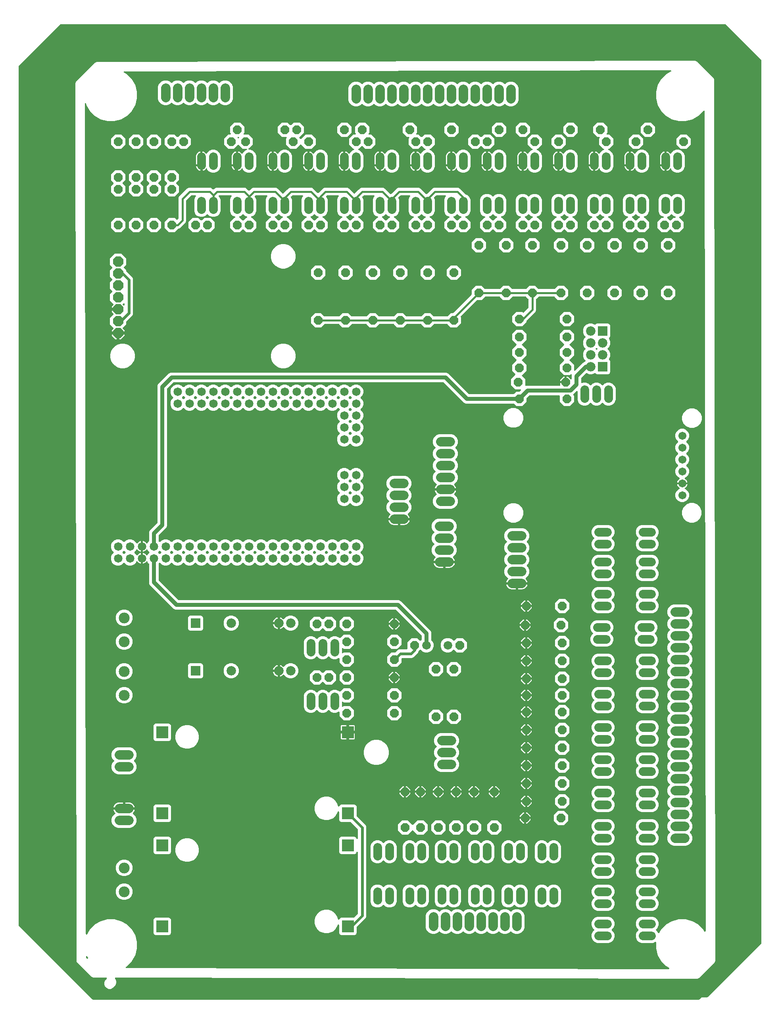
<source format=gbr>
G04 EAGLE Gerber RS-274X export*
G75*
%MOMM*%
%FSLAX34Y34*%
%LPD*%
%INTop Copper*%
%IPPOS*%
%AMOC8*
5,1,8,0,0,1.08239X$1,22.5*%
G01*
%ADD10P,1.979475X8X22.500000*%
%ADD11C,1.828800*%
%ADD12P,1.979475X8X202.500000*%
%ADD13C,2.032000*%
%ADD14C,2.016000*%
%ADD15R,2.016000X2.016000*%
%ADD16C,1.816000*%
%ADD17C,1.828800*%
%ADD18P,1.979475X8X292.500000*%
%ADD19P,1.979475X8X112.500000*%
%ADD20R,2.516000X2.516000*%
%ADD21P,2.398576X8X202.500000*%
%ADD22C,2.316000*%
%ADD23C,1.716000*%
%ADD24C,0.406400*%
%ADD25C,0.609600*%
%ADD26C,0.812800*%

G36*
X1277746Y-115809D02*
X1277746Y-115809D01*
X1277872Y-115802D01*
X1277918Y-115789D01*
X1277966Y-115783D01*
X1278085Y-115741D01*
X1278207Y-115706D01*
X1278249Y-115682D01*
X1278294Y-115666D01*
X1278401Y-115597D01*
X1278511Y-115536D01*
X1278557Y-115496D01*
X1278587Y-115477D01*
X1278621Y-115442D01*
X1278697Y-115377D01*
X1283331Y-110743D01*
X1295400Y-110743D01*
X1295526Y-110729D01*
X1295652Y-110722D01*
X1295698Y-110709D01*
X1295746Y-110703D01*
X1295865Y-110661D01*
X1295987Y-110626D01*
X1296029Y-110602D01*
X1296074Y-110586D01*
X1296181Y-110517D01*
X1296291Y-110456D01*
X1296337Y-110416D01*
X1296367Y-110397D01*
X1296401Y-110362D01*
X1296477Y-110297D01*
X1410777Y4003D01*
X1410856Y4102D01*
X1410940Y4196D01*
X1410964Y4238D01*
X1410994Y4276D01*
X1411048Y4390D01*
X1411109Y4501D01*
X1411122Y4547D01*
X1411143Y4591D01*
X1411169Y4714D01*
X1411204Y4836D01*
X1411209Y4897D01*
X1411216Y4932D01*
X1411215Y4980D01*
X1411223Y5080D01*
X1411223Y1887220D01*
X1411209Y1887346D01*
X1411202Y1887472D01*
X1411189Y1887518D01*
X1411183Y1887566D01*
X1411141Y1887685D01*
X1411106Y1887807D01*
X1411082Y1887849D01*
X1411066Y1887894D01*
X1410997Y1888001D01*
X1410936Y1888111D01*
X1410896Y1888157D01*
X1410877Y1888187D01*
X1410842Y1888221D01*
X1410820Y1888247D01*
X1410813Y1888257D01*
X1410806Y1888264D01*
X1410777Y1888297D01*
X1334577Y1964497D01*
X1334478Y1964576D01*
X1334384Y1964660D01*
X1334342Y1964684D01*
X1334304Y1964714D01*
X1334190Y1964768D01*
X1334079Y1964829D01*
X1334033Y1964842D01*
X1333989Y1964863D01*
X1333866Y1964889D01*
X1333744Y1964924D01*
X1333683Y1964929D01*
X1333648Y1964936D01*
X1333600Y1964935D01*
X1333500Y1964943D01*
X-83820Y1964943D01*
X-83946Y1964929D01*
X-84072Y1964922D01*
X-84118Y1964909D01*
X-84166Y1964903D01*
X-84285Y1964861D01*
X-84407Y1964826D01*
X-84449Y1964802D01*
X-84494Y1964786D01*
X-84601Y1964717D01*
X-84711Y1964656D01*
X-84757Y1964616D01*
X-84787Y1964597D01*
X-84794Y1964590D01*
X-84822Y1964561D01*
X-84897Y1964497D01*
X-173797Y1875597D01*
X-173876Y1875498D01*
X-173960Y1875404D01*
X-173984Y1875362D01*
X-174014Y1875324D01*
X-174068Y1875210D01*
X-174129Y1875099D01*
X-174142Y1875053D01*
X-174163Y1875009D01*
X-174189Y1874886D01*
X-174224Y1874764D01*
X-174229Y1874703D01*
X-174236Y1874668D01*
X-174235Y1874620D01*
X-174243Y1874520D01*
X-174243Y43180D01*
X-174229Y43054D01*
X-174222Y42928D01*
X-174209Y42882D01*
X-174203Y42834D01*
X-174161Y42715D01*
X-174126Y42593D01*
X-174102Y42551D01*
X-174086Y42506D01*
X-174017Y42399D01*
X-173956Y42289D01*
X-173916Y42243D01*
X-173897Y42213D01*
X-173862Y42179D01*
X-173797Y42103D01*
X-16317Y-115377D01*
X-16218Y-115456D01*
X-16124Y-115540D01*
X-16082Y-115564D01*
X-16044Y-115594D01*
X-15930Y-115648D01*
X-15819Y-115709D01*
X-15773Y-115722D01*
X-15729Y-115743D01*
X-15606Y-115769D01*
X-15484Y-115804D01*
X-15423Y-115809D01*
X-15388Y-115816D01*
X-15340Y-115815D01*
X-15240Y-115823D01*
X1277620Y-115823D01*
X1277746Y-115809D01*
G37*
%LPC*%
G36*
X17996Y-92965D02*
X17996Y-92965D01*
X13701Y-91186D01*
X10414Y-87899D01*
X8635Y-83604D01*
X8635Y-78956D01*
X10414Y-74661D01*
X13793Y-71282D01*
X13855Y-71204D01*
X13924Y-71133D01*
X13963Y-71068D01*
X14010Y-71009D01*
X14052Y-70919D01*
X14103Y-70835D01*
X14126Y-70763D01*
X14159Y-70694D01*
X14180Y-70597D01*
X14210Y-70503D01*
X14216Y-70427D01*
X14232Y-70353D01*
X14230Y-70254D01*
X14239Y-70156D01*
X14228Y-70081D01*
X14226Y-70005D01*
X14202Y-69909D01*
X14188Y-69811D01*
X14160Y-69740D01*
X14141Y-69667D01*
X14096Y-69579D01*
X14059Y-69487D01*
X14016Y-69424D01*
X13982Y-69357D01*
X13917Y-69282D01*
X13861Y-69200D01*
X13805Y-69149D01*
X13756Y-69092D01*
X13676Y-69033D01*
X13603Y-68966D01*
X13536Y-68929D01*
X13475Y-68884D01*
X13385Y-68845D01*
X13298Y-68797D01*
X13225Y-68776D01*
X13155Y-68746D01*
X13058Y-68729D01*
X12963Y-68702D01*
X12860Y-68693D01*
X12812Y-68685D01*
X12778Y-68686D01*
X12719Y-68682D01*
X-12671Y-68634D01*
X-12672Y-68634D01*
X-12674Y-68634D01*
X-14687Y-68633D01*
X-16553Y-67856D01*
X-16554Y-67856D01*
X-16556Y-67855D01*
X-18421Y-67082D01*
X-19845Y-65652D01*
X-19846Y-65651D01*
X-19847Y-65650D01*
X-47857Y-37620D01*
X-47858Y-37619D01*
X-47859Y-37618D01*
X-49289Y-36192D01*
X-50058Y-34333D01*
X-50059Y-34332D01*
X-50059Y-34330D01*
X-50838Y-32457D01*
X-50838Y-30437D01*
X-50838Y-30436D01*
X-50838Y-30435D01*
X-53291Y1836356D01*
X-53294Y1838426D01*
X-52539Y1840256D01*
X-51753Y1842163D01*
X-50358Y1843561D01*
X-12380Y1881662D01*
X-10952Y1883096D01*
X-9086Y1883873D01*
X-9085Y1883873D01*
X-7220Y1884649D01*
X-5237Y1884653D01*
X1265239Y1887056D01*
X1265245Y1887056D01*
X1265261Y1887056D01*
X1265266Y1887056D01*
X1265269Y1887056D01*
X1267559Y1887060D01*
X1269584Y1887064D01*
X1271474Y1886284D01*
X1273321Y1885523D01*
X1274786Y1884063D01*
X1274787Y1884063D01*
X1276393Y1882462D01*
X1276399Y1882456D01*
X1305291Y1853656D01*
X1305295Y1853652D01*
X1305310Y1853638D01*
X1305312Y1853635D01*
X1305315Y1853633D01*
X1306919Y1852033D01*
X1306919Y1852032D01*
X1308368Y1850589D01*
X1309136Y1848740D01*
X1309137Y1848740D01*
X1309137Y1848739D01*
X1309920Y1846856D01*
X1309923Y1844856D01*
X1309927Y1842520D01*
X1309926Y1842511D01*
X1312379Y-28973D01*
X1312379Y-28976D01*
X1312379Y-28978D01*
X1312383Y-29013D01*
X1312382Y-31298D01*
X1312382Y-31299D01*
X1312382Y-31300D01*
X1312385Y-33317D01*
X1311608Y-35189D01*
X1311608Y-35190D01*
X1311607Y-35191D01*
X1310839Y-37053D01*
X1309399Y-38491D01*
X1309399Y-38492D01*
X1309397Y-38493D01*
X1307805Y-40090D01*
X1307766Y-40123D01*
X1281408Y-66456D01*
X1281407Y-66457D01*
X1281406Y-66458D01*
X1281388Y-66480D01*
X1279772Y-68091D01*
X1279771Y-68091D01*
X1279770Y-68092D01*
X1278335Y-69526D01*
X1276480Y-70290D01*
X1276479Y-70291D01*
X1276478Y-70291D01*
X1274598Y-71068D01*
X1272579Y-71065D01*
X1272578Y-71065D01*
X1272577Y-71065D01*
X1270294Y-71064D01*
X1270254Y-71060D01*
X33045Y-68720D01*
X32944Y-68732D01*
X32842Y-68733D01*
X32771Y-68751D01*
X32699Y-68759D01*
X32603Y-68794D01*
X32504Y-68818D01*
X32439Y-68852D01*
X32371Y-68876D01*
X32285Y-68931D01*
X32194Y-68978D01*
X32139Y-69025D01*
X32077Y-69065D01*
X32007Y-69138D01*
X31929Y-69204D01*
X31885Y-69263D01*
X31835Y-69315D01*
X31782Y-69402D01*
X31722Y-69484D01*
X31693Y-69551D01*
X31655Y-69614D01*
X31624Y-69711D01*
X31584Y-69804D01*
X31571Y-69876D01*
X31548Y-69945D01*
X31540Y-70047D01*
X31522Y-70147D01*
X31526Y-70220D01*
X31520Y-70293D01*
X31535Y-70393D01*
X31540Y-70495D01*
X31560Y-70565D01*
X31571Y-70637D01*
X31608Y-70732D01*
X31637Y-70830D01*
X31672Y-70894D01*
X31699Y-70962D01*
X31757Y-71045D01*
X31807Y-71134D01*
X31870Y-71209D01*
X31897Y-71248D01*
X31924Y-71273D01*
X31965Y-71320D01*
X32766Y-72121D01*
X34545Y-76416D01*
X34545Y-81064D01*
X32766Y-85359D01*
X26939Y-91186D01*
X22644Y-92965D01*
X17996Y-92965D01*
G37*
%LPD*%
G36*
X1212938Y-50616D02*
X1212938Y-50616D01*
X1213065Y-50610D01*
X1213111Y-50596D01*
X1213159Y-50591D01*
X1213278Y-50548D01*
X1213400Y-50514D01*
X1213442Y-50490D01*
X1213487Y-50474D01*
X1213594Y-50406D01*
X1213704Y-50344D01*
X1213740Y-50312D01*
X1213780Y-50285D01*
X1213869Y-50195D01*
X1213962Y-50110D01*
X1213990Y-50070D01*
X1214023Y-50035D01*
X1214088Y-49927D01*
X1214160Y-49823D01*
X1214178Y-49778D01*
X1214203Y-49737D01*
X1214241Y-49616D01*
X1214288Y-49498D01*
X1214295Y-49451D01*
X1214309Y-49405D01*
X1214320Y-49279D01*
X1214338Y-49154D01*
X1214334Y-49105D01*
X1214338Y-49058D01*
X1214320Y-48932D01*
X1214309Y-48806D01*
X1214294Y-48761D01*
X1214287Y-48713D01*
X1214240Y-48595D01*
X1214202Y-48475D01*
X1214177Y-48433D01*
X1214159Y-48389D01*
X1214087Y-48285D01*
X1214022Y-48176D01*
X1213988Y-48142D01*
X1213960Y-48102D01*
X1213867Y-48017D01*
X1213779Y-47927D01*
X1213728Y-47892D01*
X1213702Y-47868D01*
X1213660Y-47845D01*
X1213577Y-47788D01*
X1207904Y-44512D01*
X1197548Y-34156D01*
X1190224Y-21471D01*
X1186433Y-7323D01*
X1186433Y5647D01*
X1186416Y5796D01*
X1186404Y5946D01*
X1186396Y5969D01*
X1186393Y5993D01*
X1186343Y6134D01*
X1186297Y6278D01*
X1186284Y6298D01*
X1186276Y6321D01*
X1186194Y6448D01*
X1186117Y6576D01*
X1186100Y6594D01*
X1186087Y6614D01*
X1185978Y6719D01*
X1185874Y6826D01*
X1185854Y6839D01*
X1185836Y6856D01*
X1185707Y6933D01*
X1185581Y7014D01*
X1185558Y7023D01*
X1185537Y7035D01*
X1185394Y7081D01*
X1185252Y7131D01*
X1185228Y7134D01*
X1185205Y7141D01*
X1185056Y7153D01*
X1184906Y7170D01*
X1184882Y7167D01*
X1184858Y7169D01*
X1184709Y7147D01*
X1184560Y7129D01*
X1184532Y7120D01*
X1184513Y7117D01*
X1184469Y7100D01*
X1184327Y7054D01*
X1179560Y5079D01*
X1155208Y5079D01*
X1149607Y7400D01*
X1145320Y11687D01*
X1142999Y17288D01*
X1142999Y23352D01*
X1145320Y28953D01*
X1148309Y31943D01*
X1148326Y31963D01*
X1148346Y31980D01*
X1148434Y32100D01*
X1148526Y32216D01*
X1148537Y32240D01*
X1148553Y32261D01*
X1148611Y32397D01*
X1148675Y32531D01*
X1148680Y32557D01*
X1148691Y32581D01*
X1148717Y32727D01*
X1148748Y32872D01*
X1148748Y32898D01*
X1148752Y32924D01*
X1148745Y33072D01*
X1148742Y33220D01*
X1148736Y33246D01*
X1148734Y33272D01*
X1148693Y33414D01*
X1148657Y33558D01*
X1148645Y33581D01*
X1148638Y33607D01*
X1148565Y33736D01*
X1148498Y33868D01*
X1148481Y33888D01*
X1148468Y33911D01*
X1148309Y34097D01*
X1145320Y37087D01*
X1142999Y42688D01*
X1142999Y48752D01*
X1145320Y54353D01*
X1149607Y58640D01*
X1155208Y60961D01*
X1179560Y60961D01*
X1185161Y58640D01*
X1189448Y54353D01*
X1191769Y48752D01*
X1191769Y42688D01*
X1189448Y37087D01*
X1186459Y34097D01*
X1186442Y34077D01*
X1186422Y34060D01*
X1186334Y33940D01*
X1186242Y33824D01*
X1186231Y33800D01*
X1186215Y33779D01*
X1186157Y33643D01*
X1186093Y33509D01*
X1186088Y33483D01*
X1186077Y33459D01*
X1186051Y33313D01*
X1186020Y33168D01*
X1186020Y33142D01*
X1186016Y33116D01*
X1186023Y32968D01*
X1186026Y32820D01*
X1186032Y32794D01*
X1186034Y32768D01*
X1186075Y32626D01*
X1186111Y32482D01*
X1186123Y32459D01*
X1186130Y32433D01*
X1186203Y32304D01*
X1186270Y32172D01*
X1186287Y32152D01*
X1186300Y32129D01*
X1186459Y31943D01*
X1189448Y28953D01*
X1190395Y26668D01*
X1190395Y26667D01*
X1190396Y26667D01*
X1190490Y26496D01*
X1190564Y26363D01*
X1190565Y26363D01*
X1190565Y26362D01*
X1190683Y26233D01*
X1190798Y26105D01*
X1190799Y26105D01*
X1190799Y26104D01*
X1190942Y26006D01*
X1191085Y25907D01*
X1191086Y25907D01*
X1191086Y25906D01*
X1191240Y25846D01*
X1191409Y25779D01*
X1191410Y25779D01*
X1191411Y25779D01*
X1191572Y25755D01*
X1191754Y25728D01*
X1191755Y25729D01*
X1191756Y25728D01*
X1191916Y25742D01*
X1192101Y25757D01*
X1192102Y25758D01*
X1192103Y25758D01*
X1192265Y25810D01*
X1192433Y25864D01*
X1192434Y25865D01*
X1192581Y25953D01*
X1192732Y26044D01*
X1192732Y26045D01*
X1192733Y26045D01*
X1192860Y26168D01*
X1192982Y26287D01*
X1192982Y26288D01*
X1192983Y26288D01*
X1193121Y26489D01*
X1197548Y34156D01*
X1207904Y44512D01*
X1220589Y51836D01*
X1234737Y55627D01*
X1249383Y55627D01*
X1263531Y51836D01*
X1276216Y44512D01*
X1286572Y34156D01*
X1289137Y29714D01*
X1289212Y29612D01*
X1289281Y29507D01*
X1289316Y29473D01*
X1289345Y29434D01*
X1289441Y29352D01*
X1289532Y29265D01*
X1289573Y29240D01*
X1289610Y29208D01*
X1289723Y29151D01*
X1289831Y29086D01*
X1289877Y29071D01*
X1289921Y29049D01*
X1290043Y29019D01*
X1290163Y28981D01*
X1290211Y28977D01*
X1290259Y28965D01*
X1290385Y28963D01*
X1290510Y28953D01*
X1290558Y28960D01*
X1290607Y28960D01*
X1290730Y28986D01*
X1290855Y29005D01*
X1290900Y29023D01*
X1290948Y29034D01*
X1291061Y29088D01*
X1291179Y29134D01*
X1291219Y29162D01*
X1291263Y29183D01*
X1291361Y29262D01*
X1291465Y29334D01*
X1291497Y29370D01*
X1291535Y29400D01*
X1291613Y29499D01*
X1291698Y29593D01*
X1291721Y29635D01*
X1291751Y29673D01*
X1291805Y29788D01*
X1291866Y29898D01*
X1291879Y29945D01*
X1291900Y29989D01*
X1291926Y30112D01*
X1291960Y30233D01*
X1291965Y30294D01*
X1291972Y30330D01*
X1291972Y30378D01*
X1291979Y30477D01*
X1289688Y1779117D01*
X1289685Y1779136D01*
X1289687Y1779152D01*
X1289673Y1779242D01*
X1289667Y1779364D01*
X1289653Y1779413D01*
X1289647Y1779463D01*
X1289605Y1779580D01*
X1289571Y1779699D01*
X1289546Y1779743D01*
X1289529Y1779791D01*
X1289462Y1779895D01*
X1289401Y1780004D01*
X1289367Y1780041D01*
X1289340Y1780084D01*
X1289251Y1780170D01*
X1289167Y1780262D01*
X1289125Y1780290D01*
X1289089Y1780326D01*
X1288982Y1780389D01*
X1288880Y1780460D01*
X1288833Y1780478D01*
X1288790Y1780504D01*
X1288671Y1780542D01*
X1288556Y1780587D01*
X1288506Y1780594D01*
X1288457Y1780610D01*
X1288334Y1780620D01*
X1288211Y1780638D01*
X1288161Y1780633D01*
X1288110Y1780637D01*
X1287987Y1780619D01*
X1287864Y1780608D01*
X1287816Y1780593D01*
X1287765Y1780585D01*
X1287650Y1780539D01*
X1287532Y1780501D01*
X1287489Y1780475D01*
X1287442Y1780456D01*
X1287340Y1780385D01*
X1287234Y1780321D01*
X1287197Y1780286D01*
X1287156Y1780257D01*
X1287073Y1780165D01*
X1286984Y1780078D01*
X1286953Y1780033D01*
X1286946Y1780026D01*
X1286942Y1780019D01*
X1286923Y1779998D01*
X1286900Y1779956D01*
X1286845Y1779877D01*
X1286572Y1779404D01*
X1276216Y1769048D01*
X1263531Y1761724D01*
X1249383Y1757933D01*
X1234737Y1757933D01*
X1220589Y1761724D01*
X1207904Y1769048D01*
X1197548Y1779404D01*
X1190224Y1792089D01*
X1186433Y1806237D01*
X1186433Y1820883D01*
X1190224Y1835031D01*
X1197548Y1847716D01*
X1207904Y1858072D01*
X1217826Y1863800D01*
X1217927Y1863876D01*
X1218033Y1863945D01*
X1218067Y1863979D01*
X1218106Y1864008D01*
X1218187Y1864105D01*
X1218275Y1864196D01*
X1218300Y1864237D01*
X1218331Y1864274D01*
X1218389Y1864386D01*
X1218453Y1864495D01*
X1218468Y1864541D01*
X1218490Y1864584D01*
X1218521Y1864707D01*
X1218559Y1864827D01*
X1218563Y1864875D01*
X1218574Y1864922D01*
X1218576Y1865049D01*
X1218586Y1865175D01*
X1218579Y1865222D01*
X1218580Y1865271D01*
X1218553Y1865394D01*
X1218534Y1865519D01*
X1218516Y1865564D01*
X1218506Y1865611D01*
X1218452Y1865725D01*
X1218405Y1865843D01*
X1218377Y1865883D01*
X1218356Y1865926D01*
X1218278Y1866025D01*
X1218205Y1866129D01*
X1218169Y1866161D01*
X1218139Y1866199D01*
X1218040Y1866277D01*
X1217946Y1866362D01*
X1217904Y1866385D01*
X1217866Y1866415D01*
X1217751Y1866469D01*
X1217641Y1866530D01*
X1217594Y1866543D01*
X1217550Y1866563D01*
X1217427Y1866590D01*
X1217305Y1866624D01*
X1217245Y1866628D01*
X1217210Y1866636D01*
X1217161Y1866635D01*
X1217061Y1866643D01*
X51671Y1864439D01*
X51548Y1864424D01*
X51425Y1864418D01*
X51375Y1864404D01*
X51325Y1864398D01*
X51209Y1864356D01*
X51090Y1864322D01*
X51045Y1864297D01*
X50997Y1864280D01*
X50893Y1864213D01*
X50785Y1864153D01*
X50747Y1864118D01*
X50704Y1864090D01*
X50619Y1864001D01*
X50527Y1863918D01*
X50498Y1863876D01*
X50463Y1863839D01*
X50399Y1863733D01*
X50329Y1863631D01*
X50311Y1863584D01*
X50284Y1863540D01*
X50247Y1863422D01*
X50202Y1863307D01*
X50194Y1863257D01*
X50179Y1863208D01*
X50169Y1863084D01*
X50151Y1862962D01*
X50156Y1862911D01*
X50152Y1862860D01*
X50170Y1862738D01*
X50181Y1862615D01*
X50196Y1862566D01*
X50204Y1862516D01*
X50250Y1862401D01*
X50288Y1862283D01*
X50314Y1862240D01*
X50333Y1862192D01*
X50404Y1862091D01*
X50468Y1861985D01*
X50503Y1861948D01*
X50533Y1861906D01*
X50625Y1861824D01*
X50711Y1861735D01*
X50764Y1861698D01*
X50792Y1861673D01*
X50833Y1861651D01*
X50912Y1861596D01*
X57016Y1858072D01*
X67372Y1847716D01*
X74696Y1835031D01*
X78487Y1820883D01*
X78487Y1806237D01*
X74696Y1792089D01*
X67372Y1779404D01*
X57016Y1769048D01*
X44331Y1761724D01*
X30183Y1757933D01*
X15537Y1757933D01*
X1389Y1761724D01*
X-11296Y1769048D01*
X-21652Y1779404D01*
X-28976Y1792089D01*
X-29921Y1795615D01*
X-29976Y1795755D01*
X-30027Y1795897D01*
X-30040Y1795917D01*
X-30049Y1795939D01*
X-30134Y1796063D01*
X-30216Y1796189D01*
X-30234Y1796206D01*
X-30247Y1796225D01*
X-30359Y1796327D01*
X-30467Y1796431D01*
X-30488Y1796443D01*
X-30506Y1796459D01*
X-30637Y1796532D01*
X-30767Y1796610D01*
X-30789Y1796617D01*
X-30810Y1796628D01*
X-30955Y1796670D01*
X-31099Y1796715D01*
X-31122Y1796717D01*
X-31145Y1796724D01*
X-31296Y1796731D01*
X-31446Y1796743D01*
X-31470Y1796739D01*
X-31494Y1796740D01*
X-31642Y1796713D01*
X-31791Y1796691D01*
X-31813Y1796682D01*
X-31836Y1796677D01*
X-31974Y1796617D01*
X-32114Y1796562D01*
X-32134Y1796548D01*
X-32156Y1796538D01*
X-32277Y1796448D01*
X-32400Y1796362D01*
X-32416Y1796344D01*
X-32435Y1796330D01*
X-32533Y1796215D01*
X-32633Y1796103D01*
X-32645Y1796082D01*
X-32660Y1796064D01*
X-32729Y1795929D01*
X-32802Y1795798D01*
X-32808Y1795775D01*
X-32819Y1795754D01*
X-32855Y1795607D01*
X-32896Y1795462D01*
X-32898Y1795434D01*
X-32903Y1795415D01*
X-32903Y1795368D01*
X-32915Y1795219D01*
X-30588Y24361D01*
X-30574Y24238D01*
X-30568Y24114D01*
X-30554Y24066D01*
X-30548Y24015D01*
X-30506Y23898D01*
X-30472Y23779D01*
X-30447Y23735D01*
X-30430Y23687D01*
X-30362Y23583D01*
X-30302Y23475D01*
X-30268Y23437D01*
X-30240Y23395D01*
X-30151Y23309D01*
X-30068Y23217D01*
X-30026Y23188D01*
X-29989Y23153D01*
X-29883Y23089D01*
X-29781Y23019D01*
X-29734Y23000D01*
X-29690Y22974D01*
X-29572Y22937D01*
X-29456Y22891D01*
X-29406Y22884D01*
X-29358Y22869D01*
X-29234Y22859D01*
X-29112Y22841D01*
X-29061Y22845D01*
X-29011Y22841D01*
X-28888Y22860D01*
X-28764Y22870D01*
X-28716Y22886D01*
X-28666Y22893D01*
X-28551Y22939D01*
X-28433Y22978D01*
X-28389Y23004D01*
X-28342Y23022D01*
X-28241Y23093D01*
X-28134Y23157D01*
X-28098Y23193D01*
X-28056Y23222D01*
X-27974Y23314D01*
X-27885Y23401D01*
X-27848Y23453D01*
X-27823Y23481D01*
X-27800Y23522D01*
X-27746Y23602D01*
X-21652Y34156D01*
X-11296Y44512D01*
X1389Y51836D01*
X15537Y55627D01*
X30183Y55627D01*
X44331Y51836D01*
X57016Y44512D01*
X67372Y34156D01*
X74696Y21471D01*
X78487Y7323D01*
X78487Y-7323D01*
X74696Y-21471D01*
X67372Y-34156D01*
X57016Y-44512D01*
X55133Y-45599D01*
X55033Y-45673D01*
X54930Y-45740D01*
X54894Y-45777D01*
X54853Y-45807D01*
X54773Y-45901D01*
X54687Y-45990D01*
X54661Y-46034D01*
X54628Y-46073D01*
X54571Y-46183D01*
X54508Y-46289D01*
X54492Y-46337D01*
X54469Y-46383D01*
X54439Y-46503D01*
X54401Y-46621D01*
X54397Y-46671D01*
X54384Y-46721D01*
X54382Y-46845D01*
X54372Y-46968D01*
X54380Y-47018D01*
X54379Y-47070D01*
X54405Y-47190D01*
X54423Y-47313D01*
X54442Y-47360D01*
X54453Y-47410D01*
X54506Y-47522D01*
X54551Y-47637D01*
X54580Y-47679D01*
X54602Y-47725D01*
X54679Y-47822D01*
X54750Y-47923D01*
X54787Y-47958D01*
X54819Y-47998D01*
X54916Y-48074D01*
X55008Y-48157D01*
X55053Y-48182D01*
X55093Y-48214D01*
X55205Y-48266D01*
X55313Y-48326D01*
X55362Y-48340D01*
X55408Y-48362D01*
X55529Y-48388D01*
X55648Y-48422D01*
X55712Y-48427D01*
X55749Y-48435D01*
X55796Y-48434D01*
X55892Y-48442D01*
X1212813Y-50630D01*
X1212938Y-50616D01*
G37*
%LPC*%
G36*
X621067Y594359D02*
X621067Y594359D01*
X612139Y603287D01*
X612139Y615913D01*
X621067Y624841D01*
X629057Y624841D01*
X629183Y624855D01*
X629309Y624862D01*
X629355Y624875D01*
X629403Y624881D01*
X629522Y624923D01*
X629644Y624958D01*
X629686Y624982D01*
X629731Y624998D01*
X629838Y625067D01*
X629948Y625128D01*
X629994Y625168D01*
X630024Y625187D01*
X630058Y625222D01*
X630134Y625287D01*
X632113Y627266D01*
X634706Y629859D01*
X634769Y629937D01*
X634839Y630010D01*
X634877Y630074D01*
X634923Y630132D01*
X634966Y630223D01*
X635017Y630309D01*
X635025Y630333D01*
X635127Y630315D01*
X635177Y630317D01*
X635227Y630312D01*
X635351Y630326D01*
X635475Y630333D01*
X635523Y630347D01*
X635573Y630353D01*
X635806Y630428D01*
X635809Y630429D01*
X635810Y630429D01*
X638261Y631445D01*
X653964Y631445D01*
X654064Y631456D01*
X654165Y631458D01*
X654237Y631476D01*
X654310Y631485D01*
X654405Y631518D01*
X654502Y631543D01*
X654569Y631577D01*
X654639Y631602D01*
X654723Y631657D01*
X654812Y631703D01*
X654869Y631751D01*
X654931Y631791D01*
X655001Y631863D01*
X655078Y631929D01*
X655122Y631988D01*
X655174Y632042D01*
X655225Y632128D01*
X655285Y632209D01*
X655314Y632277D01*
X655352Y632341D01*
X655383Y632436D01*
X655423Y632529D01*
X655436Y632602D01*
X655459Y632673D01*
X655467Y632773D01*
X655484Y632872D01*
X655481Y632946D01*
X655487Y633020D01*
X655472Y633119D01*
X655466Y633220D01*
X655446Y633291D01*
X655435Y633365D01*
X655398Y633458D01*
X655370Y633555D01*
X655334Y633620D01*
X655319Y633656D01*
X655319Y646393D01*
X664247Y655321D01*
X676873Y655321D01*
X682183Y650011D01*
X682203Y649994D01*
X682220Y649974D01*
X682340Y649886D01*
X682456Y649794D01*
X682480Y649783D01*
X682501Y649767D01*
X682637Y649709D01*
X682771Y649645D01*
X682797Y649640D01*
X682821Y649629D01*
X682967Y649603D01*
X683112Y649572D01*
X683138Y649572D01*
X683164Y649568D01*
X683312Y649575D01*
X683460Y649578D01*
X683486Y649584D01*
X683512Y649586D01*
X683654Y649627D01*
X683798Y649663D01*
X683822Y649675D01*
X683847Y649682D01*
X683976Y649754D01*
X684108Y649822D01*
X684128Y649839D01*
X684151Y649852D01*
X684337Y650011D01*
X685353Y651027D01*
X685432Y651126D01*
X685516Y651220D01*
X685540Y651262D01*
X685570Y651300D01*
X685624Y651414D01*
X685685Y651525D01*
X685698Y651571D01*
X685719Y651615D01*
X685745Y651738D01*
X685780Y651860D01*
X685785Y651921D01*
X685792Y651956D01*
X685791Y652004D01*
X685799Y652104D01*
X685799Y660640D01*
X685785Y660766D01*
X685778Y660892D01*
X685765Y660939D01*
X685759Y660987D01*
X685717Y661106D01*
X685682Y661227D01*
X685658Y661269D01*
X685642Y661315D01*
X685573Y661421D01*
X685512Y661531D01*
X685472Y661577D01*
X685453Y661607D01*
X685418Y661641D01*
X685353Y661717D01*
X631237Y715833D01*
X631138Y715912D01*
X631045Y715996D01*
X631002Y716020D01*
X630964Y716050D01*
X630850Y716104D01*
X630740Y716165D01*
X630693Y716178D01*
X630649Y716199D01*
X630526Y716225D01*
X630404Y716260D01*
X630343Y716265D01*
X630309Y716272D01*
X630261Y716271D01*
X630160Y716279D01*
X160539Y716279D01*
X156804Y717826D01*
X105686Y768944D01*
X104139Y772679D01*
X104139Y813567D01*
X104125Y813692D01*
X104118Y813818D01*
X104105Y813865D01*
X104099Y813913D01*
X104057Y814032D01*
X104022Y814153D01*
X103998Y814195D01*
X103982Y814241D01*
X103913Y814347D01*
X103852Y814457D01*
X103812Y814504D01*
X103793Y814534D01*
X103758Y814567D01*
X103693Y814644D01*
X101434Y816903D01*
X100871Y818261D01*
X100825Y818345D01*
X100787Y818433D01*
X100740Y818497D01*
X100702Y818566D01*
X100638Y818637D01*
X100581Y818714D01*
X100521Y818765D01*
X100468Y818824D01*
X100389Y818878D01*
X100316Y818941D01*
X100246Y818977D01*
X100181Y819022D01*
X100092Y819057D01*
X100007Y819101D01*
X99930Y819121D01*
X99857Y819150D01*
X99762Y819164D01*
X99670Y819188D01*
X99590Y819189D01*
X99512Y819201D01*
X99417Y819193D01*
X99321Y819195D01*
X99244Y819178D01*
X99165Y819172D01*
X99074Y819142D01*
X98980Y819123D01*
X98908Y819089D01*
X98833Y819065D01*
X98751Y819015D01*
X98665Y818975D01*
X98602Y818926D01*
X98535Y818885D01*
X98466Y818818D01*
X98391Y818759D01*
X98320Y818677D01*
X98285Y818642D01*
X98267Y818615D01*
X98232Y818574D01*
X97764Y817929D01*
X96470Y816636D01*
X94991Y815561D01*
X93361Y814731D01*
X91621Y814165D01*
X90899Y814051D01*
X90899Y825024D01*
X90896Y825050D01*
X90898Y825076D01*
X90876Y825223D01*
X90859Y825370D01*
X90851Y825395D01*
X90847Y825421D01*
X90814Y825502D01*
X90825Y825540D01*
X90870Y825681D01*
X90872Y825707D01*
X90880Y825732D01*
X90899Y825976D01*
X90899Y837752D01*
X90916Y837680D01*
X90937Y837639D01*
X90950Y837596D01*
X91014Y837484D01*
X91072Y837368D01*
X91101Y837333D01*
X91124Y837294D01*
X91212Y837199D01*
X91295Y837100D01*
X91331Y837072D01*
X91362Y837039D01*
X91469Y836967D01*
X91572Y836889D01*
X91614Y836871D01*
X91652Y836845D01*
X91878Y836751D01*
X93361Y836269D01*
X94991Y835439D01*
X96470Y834364D01*
X97764Y833071D01*
X98232Y832426D01*
X98296Y832356D01*
X98353Y832279D01*
X98414Y832228D01*
X98467Y832170D01*
X98546Y832116D01*
X98619Y832054D01*
X98690Y832018D01*
X98755Y831973D01*
X98844Y831939D01*
X98930Y831895D01*
X99007Y831876D01*
X99080Y831848D01*
X99175Y831834D01*
X99268Y831811D01*
X99347Y831810D01*
X99425Y831799D01*
X99521Y831808D01*
X99616Y831806D01*
X99694Y831823D01*
X99772Y831830D01*
X99863Y831860D01*
X99957Y831880D01*
X100028Y831914D01*
X100103Y831939D01*
X100185Y831989D01*
X100271Y832030D01*
X100333Y832080D01*
X100401Y832121D01*
X100469Y832188D01*
X100544Y832248D01*
X100593Y832310D01*
X100649Y832365D01*
X100701Y832446D01*
X100760Y832521D01*
X100809Y832618D01*
X100836Y832660D01*
X100847Y832691D01*
X100871Y832739D01*
X101434Y834097D01*
X104460Y837123D01*
X104476Y837143D01*
X104496Y837160D01*
X104584Y837280D01*
X104676Y837396D01*
X104688Y837420D01*
X104703Y837441D01*
X104762Y837577D01*
X104825Y837711D01*
X104831Y837737D01*
X104841Y837761D01*
X104867Y837907D01*
X104899Y838052D01*
X104898Y838078D01*
X104903Y838104D01*
X104895Y838252D01*
X104893Y838400D01*
X104886Y838426D01*
X104885Y838452D01*
X104844Y838594D01*
X104808Y838738D01*
X104796Y838761D01*
X104788Y838787D01*
X104716Y838916D01*
X104648Y839048D01*
X104631Y839068D01*
X104618Y839091D01*
X104460Y839277D01*
X101434Y842303D01*
X100871Y843661D01*
X100825Y843745D01*
X100787Y843833D01*
X100740Y843897D01*
X100702Y843966D01*
X100638Y844037D01*
X100581Y844114D01*
X100521Y844165D01*
X100468Y844224D01*
X100389Y844278D01*
X100316Y844341D01*
X100246Y844377D01*
X100181Y844422D01*
X100092Y844457D01*
X100007Y844501D01*
X99930Y844521D01*
X99857Y844550D01*
X99762Y844564D01*
X99670Y844588D01*
X99590Y844589D01*
X99512Y844601D01*
X99417Y844593D01*
X99321Y844595D01*
X99244Y844578D01*
X99165Y844572D01*
X99074Y844542D01*
X98980Y844523D01*
X98908Y844489D01*
X98833Y844465D01*
X98751Y844415D01*
X98665Y844375D01*
X98602Y844326D01*
X98535Y844285D01*
X98466Y844218D01*
X98391Y844159D01*
X98320Y844077D01*
X98285Y844042D01*
X98267Y844015D01*
X98232Y843974D01*
X97764Y843329D01*
X96470Y842036D01*
X94991Y840961D01*
X93361Y840131D01*
X91877Y839649D01*
X91836Y839630D01*
X91792Y839618D01*
X91678Y839557D01*
X91561Y839504D01*
X91524Y839476D01*
X91484Y839455D01*
X91387Y839370D01*
X91285Y839291D01*
X91256Y839255D01*
X91222Y839225D01*
X91146Y839121D01*
X91065Y839020D01*
X91045Y838979D01*
X91018Y838942D01*
X90968Y838823D01*
X90912Y838707D01*
X90902Y838663D01*
X90899Y838657D01*
X90899Y850424D01*
X90896Y850450D01*
X90898Y850476D01*
X90876Y850623D01*
X90859Y850770D01*
X90851Y850795D01*
X90847Y850821D01*
X90814Y850902D01*
X90825Y850940D01*
X90870Y851081D01*
X90872Y851107D01*
X90880Y851132D01*
X90899Y851376D01*
X90899Y862349D01*
X91621Y862235D01*
X93361Y861669D01*
X94991Y860839D01*
X96470Y859764D01*
X97764Y858471D01*
X98232Y857826D01*
X98296Y857756D01*
X98353Y857679D01*
X98414Y857628D01*
X98467Y857570D01*
X98546Y857516D01*
X98619Y857454D01*
X98690Y857418D01*
X98755Y857373D01*
X98844Y857339D01*
X98930Y857295D01*
X99007Y857276D01*
X99080Y857248D01*
X99175Y857234D01*
X99268Y857211D01*
X99347Y857210D01*
X99425Y857199D01*
X99521Y857208D01*
X99616Y857206D01*
X99694Y857223D01*
X99772Y857230D01*
X99863Y857260D01*
X99957Y857280D01*
X100028Y857314D01*
X100103Y857339D01*
X100185Y857389D01*
X100271Y857430D01*
X100333Y857480D01*
X100401Y857521D01*
X100469Y857588D01*
X100544Y857648D01*
X100593Y857710D01*
X100649Y857765D01*
X100701Y857846D01*
X100760Y857921D01*
X100809Y858018D01*
X100836Y858060D01*
X100847Y858091D01*
X100871Y858139D01*
X101434Y859497D01*
X103693Y861756D01*
X103772Y861855D01*
X103856Y861949D01*
X103880Y861991D01*
X103910Y862029D01*
X103964Y862143D01*
X104025Y862254D01*
X104038Y862301D01*
X104059Y862344D01*
X104085Y862468D01*
X104120Y862590D01*
X104125Y862650D01*
X104132Y862685D01*
X104131Y862733D01*
X104139Y862833D01*
X104139Y880861D01*
X105686Y884596D01*
X121473Y900383D01*
X121552Y900482D01*
X121636Y900575D01*
X121660Y900618D01*
X121690Y900656D01*
X121744Y900770D01*
X121805Y900880D01*
X121818Y900927D01*
X121839Y900971D01*
X121865Y901094D01*
X121900Y901216D01*
X121905Y901277D01*
X121912Y901311D01*
X121911Y901359D01*
X121919Y901460D01*
X121919Y1193281D01*
X123466Y1197016D01*
X146644Y1220194D01*
X150379Y1221741D01*
X738621Y1221741D01*
X742356Y1220194D01*
X786083Y1176467D01*
X786182Y1176388D01*
X786275Y1176304D01*
X786318Y1176280D01*
X786356Y1176250D01*
X786470Y1176196D01*
X786580Y1176135D01*
X786627Y1176122D01*
X786671Y1176101D01*
X786794Y1176075D01*
X786916Y1176040D01*
X786977Y1176035D01*
X787011Y1176028D01*
X787059Y1176029D01*
X787160Y1176021D01*
X882056Y1176021D01*
X882182Y1176035D01*
X882308Y1176042D01*
X882354Y1176055D01*
X882402Y1176061D01*
X882521Y1176103D01*
X882643Y1176138D01*
X882685Y1176162D01*
X882730Y1176178D01*
X882837Y1176247D01*
X882947Y1176308D01*
X882993Y1176348D01*
X883023Y1176367D01*
X883057Y1176402D01*
X883133Y1176467D01*
X887767Y1181101D01*
X894320Y1181101D01*
X894446Y1181115D01*
X894572Y1181122D01*
X894618Y1181135D01*
X894667Y1181141D01*
X894786Y1181183D01*
X894907Y1181218D01*
X894949Y1181242D01*
X894995Y1181258D01*
X895101Y1181327D01*
X895211Y1181388D01*
X895257Y1181428D01*
X895287Y1181447D01*
X895321Y1181482D01*
X895397Y1181547D01*
X897429Y1183579D01*
X897492Y1183657D01*
X897562Y1183730D01*
X897600Y1183794D01*
X897646Y1183852D01*
X897689Y1183943D01*
X897741Y1184029D01*
X897763Y1184100D01*
X897795Y1184167D01*
X897816Y1184265D01*
X897847Y1184361D01*
X897853Y1184435D01*
X897868Y1184508D01*
X897867Y1184608D01*
X897875Y1184708D01*
X897864Y1184782D01*
X897862Y1184856D01*
X897838Y1184953D01*
X897823Y1185053D01*
X897796Y1185122D01*
X897777Y1185194D01*
X897731Y1185283D01*
X897694Y1185377D01*
X897652Y1185438D01*
X897618Y1185504D01*
X897553Y1185580D01*
X897495Y1185663D01*
X897440Y1185713D01*
X897392Y1185769D01*
X897311Y1185829D01*
X897237Y1185896D01*
X897172Y1185932D01*
X897112Y1185977D01*
X897019Y1186016D01*
X896932Y1186065D01*
X896860Y1186085D01*
X896792Y1186115D01*
X896693Y1186132D01*
X896596Y1186160D01*
X896496Y1186168D01*
X896449Y1186176D01*
X896413Y1186174D01*
X896352Y1186179D01*
X885227Y1186179D01*
X876299Y1195107D01*
X876299Y1207733D01*
X885419Y1216853D01*
X885436Y1216873D01*
X885456Y1216890D01*
X885544Y1217010D01*
X885636Y1217126D01*
X885647Y1217150D01*
X885663Y1217171D01*
X885721Y1217307D01*
X885785Y1217441D01*
X885790Y1217467D01*
X885801Y1217491D01*
X885827Y1217637D01*
X885858Y1217782D01*
X885858Y1217808D01*
X885862Y1217834D01*
X885855Y1217982D01*
X885852Y1218130D01*
X885846Y1218156D01*
X885844Y1218182D01*
X885803Y1218324D01*
X885767Y1218468D01*
X885755Y1218491D01*
X885748Y1218517D01*
X885675Y1218646D01*
X885608Y1218778D01*
X885591Y1218798D01*
X885578Y1218821D01*
X885419Y1219007D01*
X878839Y1225587D01*
X878839Y1238213D01*
X887959Y1247333D01*
X887976Y1247353D01*
X887996Y1247370D01*
X888084Y1247490D01*
X888176Y1247606D01*
X888187Y1247630D01*
X888203Y1247651D01*
X888261Y1247787D01*
X888325Y1247921D01*
X888330Y1247947D01*
X888341Y1247971D01*
X888367Y1248117D01*
X888398Y1248262D01*
X888398Y1248288D01*
X888402Y1248314D01*
X888395Y1248462D01*
X888392Y1248610D01*
X888386Y1248636D01*
X888384Y1248662D01*
X888343Y1248804D01*
X888307Y1248948D01*
X888295Y1248972D01*
X888288Y1248997D01*
X888216Y1249126D01*
X888148Y1249258D01*
X888131Y1249278D01*
X888118Y1249301D01*
X887959Y1249487D01*
X878839Y1258607D01*
X878839Y1271233D01*
X887959Y1280353D01*
X887976Y1280373D01*
X887996Y1280390D01*
X888084Y1280510D01*
X888176Y1280626D01*
X888187Y1280650D01*
X888203Y1280671D01*
X888261Y1280807D01*
X888325Y1280941D01*
X888330Y1280967D01*
X888341Y1280991D01*
X888367Y1281137D01*
X888398Y1281282D01*
X888398Y1281308D01*
X888402Y1281334D01*
X888395Y1281482D01*
X888392Y1281630D01*
X888386Y1281656D01*
X888384Y1281682D01*
X888343Y1281824D01*
X888307Y1281968D01*
X888295Y1281991D01*
X888288Y1282017D01*
X888216Y1282146D01*
X888148Y1282278D01*
X888131Y1282298D01*
X888118Y1282321D01*
X887959Y1282507D01*
X878839Y1291627D01*
X878839Y1304253D01*
X887767Y1313181D01*
X900393Y1313181D01*
X909321Y1304253D01*
X909321Y1291627D01*
X900201Y1282507D01*
X900184Y1282487D01*
X900164Y1282470D01*
X900076Y1282350D01*
X899984Y1282234D01*
X899973Y1282210D01*
X899957Y1282189D01*
X899899Y1282053D01*
X899835Y1281919D01*
X899830Y1281893D01*
X899819Y1281869D01*
X899793Y1281723D01*
X899762Y1281578D01*
X899762Y1281552D01*
X899758Y1281526D01*
X899765Y1281378D01*
X899768Y1281230D01*
X899774Y1281204D01*
X899776Y1281178D01*
X899817Y1281036D01*
X899853Y1280892D01*
X899865Y1280868D01*
X899872Y1280843D01*
X899944Y1280714D01*
X900012Y1280582D01*
X900029Y1280562D01*
X900042Y1280539D01*
X900201Y1280353D01*
X909321Y1271233D01*
X909321Y1258607D01*
X900201Y1249487D01*
X900184Y1249467D01*
X900164Y1249450D01*
X900076Y1249330D01*
X899984Y1249214D01*
X899973Y1249190D01*
X899957Y1249169D01*
X899899Y1249033D01*
X899835Y1248899D01*
X899830Y1248873D01*
X899819Y1248849D01*
X899793Y1248703D01*
X899762Y1248558D01*
X899762Y1248532D01*
X899758Y1248506D01*
X899765Y1248358D01*
X899768Y1248210D01*
X899774Y1248184D01*
X899776Y1248158D01*
X899817Y1248016D01*
X899853Y1247872D01*
X899865Y1247849D01*
X899872Y1247823D01*
X899944Y1247694D01*
X900012Y1247562D01*
X900029Y1247542D01*
X900042Y1247519D01*
X900201Y1247333D01*
X909321Y1238213D01*
X909321Y1225587D01*
X900201Y1216467D01*
X900184Y1216447D01*
X900164Y1216430D01*
X900076Y1216310D01*
X899984Y1216194D01*
X899973Y1216170D01*
X899957Y1216149D01*
X899899Y1216013D01*
X899835Y1215879D01*
X899830Y1215853D01*
X899819Y1215829D01*
X899793Y1215683D01*
X899762Y1215538D01*
X899762Y1215512D01*
X899758Y1215486D01*
X899765Y1215338D01*
X899768Y1215190D01*
X899774Y1215164D01*
X899776Y1215138D01*
X899817Y1214996D01*
X899853Y1214852D01*
X899865Y1214829D01*
X899872Y1214803D01*
X899944Y1214674D01*
X900012Y1214542D01*
X900029Y1214522D01*
X900042Y1214499D01*
X900201Y1214313D01*
X906781Y1207733D01*
X906781Y1194814D01*
X906798Y1194665D01*
X906810Y1194515D01*
X906818Y1194491D01*
X906821Y1194467D01*
X906871Y1194326D01*
X906917Y1194183D01*
X906930Y1194162D01*
X906938Y1194139D01*
X907020Y1194013D01*
X907097Y1193884D01*
X907114Y1193867D01*
X907127Y1193847D01*
X907235Y1193742D01*
X907340Y1193634D01*
X907360Y1193621D01*
X907378Y1193604D01*
X907507Y1193527D01*
X907633Y1193446D01*
X907656Y1193438D01*
X907677Y1193426D01*
X907820Y1193380D01*
X907962Y1193329D01*
X907986Y1193327D01*
X908009Y1193319D01*
X908158Y1193307D01*
X908308Y1193290D01*
X908332Y1193293D01*
X908356Y1193291D01*
X908505Y1193314D01*
X908654Y1193331D01*
X908682Y1193340D01*
X908701Y1193343D01*
X908745Y1193361D01*
X908887Y1193406D01*
X909839Y1193801D01*
X980557Y1193801D01*
X980657Y1193812D01*
X980757Y1193814D01*
X980829Y1193832D01*
X980903Y1193841D01*
X980998Y1193874D01*
X981095Y1193899D01*
X981161Y1193933D01*
X981231Y1193958D01*
X981316Y1194013D01*
X981405Y1194059D01*
X981462Y1194107D01*
X981524Y1194147D01*
X981594Y1194219D01*
X981671Y1194284D01*
X981715Y1194344D01*
X981766Y1194398D01*
X981818Y1194484D01*
X981878Y1194565D01*
X981907Y1194633D01*
X981945Y1194697D01*
X981976Y1194792D01*
X982016Y1194885D01*
X982029Y1194958D01*
X982052Y1195029D01*
X982060Y1195129D01*
X982077Y1195228D01*
X982074Y1195302D01*
X982079Y1195376D01*
X982065Y1195475D01*
X982059Y1195576D01*
X982039Y1195647D01*
X982028Y1195721D01*
X981991Y1195814D01*
X981963Y1195911D01*
X981927Y1195976D01*
X981899Y1196045D01*
X981842Y1196127D01*
X981793Y1196215D01*
X981728Y1196291D01*
X981700Y1196331D01*
X981674Y1196355D01*
X981634Y1196401D01*
X981455Y1196580D01*
X981455Y1199389D01*
X992632Y1199389D01*
X992658Y1199392D01*
X992684Y1199390D01*
X992831Y1199412D01*
X992978Y1199429D01*
X993003Y1199437D01*
X993029Y1199441D01*
X993166Y1199496D01*
X993306Y1199546D01*
X993328Y1199560D01*
X993353Y1199570D01*
X993474Y1199655D01*
X993599Y1199735D01*
X993617Y1199754D01*
X993639Y1199769D01*
X993738Y1199879D01*
X993841Y1199986D01*
X993855Y1200008D01*
X993872Y1200028D01*
X993944Y1200158D01*
X994020Y1200285D01*
X994028Y1200310D01*
X994041Y1200333D01*
X994080Y1200471D01*
X994183Y1200512D01*
X994322Y1200562D01*
X994344Y1200577D01*
X994369Y1200586D01*
X994490Y1200671D01*
X994615Y1200751D01*
X994633Y1200770D01*
X994655Y1200785D01*
X994754Y1200895D01*
X994857Y1201002D01*
X994871Y1201025D01*
X994888Y1201044D01*
X994960Y1201174D01*
X995036Y1201301D01*
X995044Y1201326D01*
X995057Y1201349D01*
X995097Y1201492D01*
X995142Y1201633D01*
X995144Y1201659D01*
X995152Y1201684D01*
X995171Y1201928D01*
X995171Y1213105D01*
X997980Y1213105D01*
X1003239Y1207846D01*
X1003317Y1207783D01*
X1003390Y1207714D01*
X1003454Y1207675D01*
X1003512Y1207629D01*
X1003603Y1207586D01*
X1003689Y1207535D01*
X1003760Y1207512D01*
X1003827Y1207480D01*
X1003925Y1207459D01*
X1004021Y1207428D01*
X1004095Y1207423D01*
X1004168Y1207407D01*
X1004268Y1207409D01*
X1004368Y1207401D01*
X1004442Y1207412D01*
X1004516Y1207413D01*
X1004613Y1207437D01*
X1004713Y1207452D01*
X1004782Y1207480D01*
X1004854Y1207498D01*
X1004944Y1207544D01*
X1005037Y1207581D01*
X1005098Y1207623D01*
X1005164Y1207657D01*
X1005241Y1207723D01*
X1005323Y1207780D01*
X1005373Y1207835D01*
X1005429Y1207883D01*
X1005489Y1207964D01*
X1005556Y1208039D01*
X1005592Y1208104D01*
X1005637Y1208164D01*
X1005676Y1208256D01*
X1005725Y1208344D01*
X1005745Y1208415D01*
X1005775Y1208484D01*
X1005792Y1208582D01*
X1005820Y1208679D01*
X1005828Y1208779D01*
X1005836Y1208827D01*
X1005834Y1208862D01*
X1005839Y1208923D01*
X1005839Y1216141D01*
X1005995Y1216517D01*
X1006009Y1216565D01*
X1006030Y1216611D01*
X1006056Y1216732D01*
X1006091Y1216852D01*
X1006093Y1216902D01*
X1006104Y1216952D01*
X1006102Y1217076D01*
X1006108Y1217200D01*
X1006099Y1217250D01*
X1006098Y1217300D01*
X1006067Y1217421D01*
X1006045Y1217543D01*
X1006025Y1217589D01*
X1006013Y1217638D01*
X1005956Y1217749D01*
X1005906Y1217863D01*
X1005876Y1217903D01*
X1005853Y1217948D01*
X1005772Y1218042D01*
X1005698Y1218142D01*
X1005660Y1218175D01*
X1005627Y1218213D01*
X1005527Y1218287D01*
X1005432Y1218367D01*
X1005387Y1218390D01*
X1005347Y1218420D01*
X1005233Y1218470D01*
X1005122Y1218526D01*
X1005073Y1218538D01*
X1005027Y1218558D01*
X1004905Y1218580D01*
X1004784Y1218610D01*
X1004734Y1218611D01*
X1004684Y1218620D01*
X1004560Y1218614D01*
X1004435Y1218615D01*
X1004386Y1218605D01*
X1004336Y1218602D01*
X1004217Y1218568D01*
X1004095Y1218541D01*
X1004049Y1218520D01*
X1004001Y1218506D01*
X1003892Y1218445D01*
X1003780Y1218391D01*
X1003741Y1218360D01*
X1003697Y1218335D01*
X1003511Y1218177D01*
X1001993Y1216659D01*
X989367Y1216659D01*
X980439Y1225587D01*
X980439Y1238213D01*
X989559Y1247333D01*
X989576Y1247353D01*
X989596Y1247370D01*
X989684Y1247490D01*
X989776Y1247606D01*
X989787Y1247630D01*
X989803Y1247651D01*
X989861Y1247787D01*
X989925Y1247921D01*
X989930Y1247947D01*
X989941Y1247971D01*
X989967Y1248117D01*
X989998Y1248262D01*
X989998Y1248288D01*
X990002Y1248314D01*
X989995Y1248462D01*
X989992Y1248610D01*
X989986Y1248636D01*
X989984Y1248662D01*
X989943Y1248804D01*
X989907Y1248948D01*
X989895Y1248972D01*
X989888Y1248997D01*
X989816Y1249126D01*
X989748Y1249258D01*
X989731Y1249278D01*
X989718Y1249301D01*
X989559Y1249487D01*
X980439Y1258607D01*
X980439Y1271233D01*
X989559Y1280353D01*
X989576Y1280373D01*
X989596Y1280390D01*
X989684Y1280510D01*
X989776Y1280626D01*
X989787Y1280650D01*
X989803Y1280671D01*
X989861Y1280807D01*
X989925Y1280941D01*
X989930Y1280967D01*
X989941Y1280991D01*
X989967Y1281137D01*
X989998Y1281282D01*
X989998Y1281308D01*
X990002Y1281334D01*
X989995Y1281482D01*
X989992Y1281630D01*
X989986Y1281656D01*
X989984Y1281682D01*
X989943Y1281824D01*
X989907Y1281968D01*
X989895Y1281991D01*
X989888Y1282017D01*
X989816Y1282146D01*
X989748Y1282278D01*
X989731Y1282298D01*
X989718Y1282321D01*
X989559Y1282507D01*
X980439Y1291627D01*
X980439Y1304253D01*
X989367Y1313181D01*
X1001993Y1313181D01*
X1010921Y1304253D01*
X1010921Y1291627D01*
X1001801Y1282507D01*
X1001784Y1282487D01*
X1001764Y1282470D01*
X1001676Y1282350D01*
X1001584Y1282234D01*
X1001573Y1282210D01*
X1001557Y1282189D01*
X1001499Y1282053D01*
X1001435Y1281919D01*
X1001430Y1281893D01*
X1001419Y1281869D01*
X1001393Y1281723D01*
X1001362Y1281578D01*
X1001362Y1281552D01*
X1001358Y1281526D01*
X1001365Y1281378D01*
X1001368Y1281230D01*
X1001374Y1281204D01*
X1001376Y1281178D01*
X1001417Y1281036D01*
X1001453Y1280892D01*
X1001465Y1280868D01*
X1001472Y1280843D01*
X1001544Y1280714D01*
X1001612Y1280582D01*
X1001629Y1280562D01*
X1001642Y1280539D01*
X1001801Y1280353D01*
X1010921Y1271233D01*
X1010921Y1258607D01*
X1001801Y1249487D01*
X1001784Y1249467D01*
X1001764Y1249450D01*
X1001676Y1249330D01*
X1001584Y1249214D01*
X1001573Y1249190D01*
X1001557Y1249169D01*
X1001499Y1249033D01*
X1001435Y1248899D01*
X1001430Y1248873D01*
X1001419Y1248849D01*
X1001393Y1248703D01*
X1001362Y1248558D01*
X1001362Y1248532D01*
X1001358Y1248506D01*
X1001365Y1248358D01*
X1001368Y1248210D01*
X1001374Y1248184D01*
X1001376Y1248158D01*
X1001417Y1248016D01*
X1001453Y1247872D01*
X1001465Y1247849D01*
X1001472Y1247823D01*
X1001544Y1247694D01*
X1001612Y1247562D01*
X1001629Y1247542D01*
X1001642Y1247519D01*
X1001801Y1247333D01*
X1010921Y1238213D01*
X1010921Y1227088D01*
X1010932Y1226988D01*
X1010934Y1226887D01*
X1010952Y1226815D01*
X1010961Y1226741D01*
X1010994Y1226647D01*
X1011019Y1226549D01*
X1011053Y1226483D01*
X1011078Y1226413D01*
X1011133Y1226329D01*
X1011179Y1226240D01*
X1011227Y1226183D01*
X1011267Y1226120D01*
X1011339Y1226051D01*
X1011404Y1225974D01*
X1011464Y1225930D01*
X1011518Y1225878D01*
X1011604Y1225827D01*
X1011685Y1225767D01*
X1011753Y1225738D01*
X1011817Y1225699D01*
X1011913Y1225669D01*
X1012005Y1225629D01*
X1012078Y1225616D01*
X1012149Y1225593D01*
X1012249Y1225585D01*
X1012348Y1225567D01*
X1012422Y1225571D01*
X1012496Y1225565D01*
X1012596Y1225580D01*
X1012696Y1225585D01*
X1012767Y1225606D01*
X1012841Y1225617D01*
X1012934Y1225654D01*
X1013031Y1225682D01*
X1013096Y1225718D01*
X1013165Y1225746D01*
X1013247Y1225803D01*
X1013335Y1225852D01*
X1013411Y1225917D01*
X1013451Y1225945D01*
X1013475Y1225971D01*
X1013521Y1226011D01*
X1027492Y1239981D01*
X1030564Y1243054D01*
X1033105Y1244106D01*
X1033107Y1244107D01*
X1033109Y1244108D01*
X1033256Y1244190D01*
X1033409Y1244275D01*
X1033411Y1244277D01*
X1033413Y1244278D01*
X1033599Y1244436D01*
X1035226Y1246063D01*
X1035242Y1246084D01*
X1035262Y1246100D01*
X1035350Y1246220D01*
X1035442Y1246336D01*
X1035453Y1246360D01*
X1035469Y1246381D01*
X1035528Y1246517D01*
X1035591Y1246651D01*
X1035597Y1246677D01*
X1035607Y1246701D01*
X1035633Y1246847D01*
X1035664Y1246992D01*
X1035664Y1247018D01*
X1035669Y1247044D01*
X1035661Y1247192D01*
X1035658Y1247340D01*
X1035652Y1247366D01*
X1035651Y1247392D01*
X1035610Y1247534D01*
X1035573Y1247678D01*
X1035561Y1247701D01*
X1035554Y1247727D01*
X1035482Y1247856D01*
X1035414Y1247988D01*
X1035397Y1248008D01*
X1035384Y1248031D01*
X1035226Y1248217D01*
X1032766Y1250677D01*
X1030303Y1256622D01*
X1030303Y1263058D01*
X1032766Y1269003D01*
X1035226Y1271463D01*
X1035242Y1271483D01*
X1035262Y1271500D01*
X1035350Y1271620D01*
X1035442Y1271736D01*
X1035453Y1271760D01*
X1035469Y1271781D01*
X1035528Y1271917D01*
X1035591Y1272051D01*
X1035597Y1272077D01*
X1035607Y1272101D01*
X1035633Y1272247D01*
X1035664Y1272392D01*
X1035664Y1272418D01*
X1035669Y1272444D01*
X1035661Y1272592D01*
X1035658Y1272740D01*
X1035652Y1272766D01*
X1035651Y1272792D01*
X1035610Y1272934D01*
X1035573Y1273078D01*
X1035561Y1273101D01*
X1035554Y1273127D01*
X1035482Y1273256D01*
X1035414Y1273388D01*
X1035397Y1273408D01*
X1035384Y1273431D01*
X1035226Y1273617D01*
X1032766Y1276077D01*
X1030303Y1282022D01*
X1030303Y1288458D01*
X1032766Y1294403D01*
X1035226Y1296863D01*
X1035242Y1296883D01*
X1035262Y1296900D01*
X1035350Y1297020D01*
X1035442Y1297136D01*
X1035453Y1297160D01*
X1035469Y1297181D01*
X1035528Y1297317D01*
X1035591Y1297451D01*
X1035597Y1297477D01*
X1035607Y1297501D01*
X1035633Y1297647D01*
X1035664Y1297792D01*
X1035664Y1297818D01*
X1035669Y1297844D01*
X1035661Y1297992D01*
X1035658Y1298140D01*
X1035652Y1298166D01*
X1035651Y1298192D01*
X1035610Y1298334D01*
X1035573Y1298478D01*
X1035561Y1298501D01*
X1035554Y1298527D01*
X1035482Y1298656D01*
X1035414Y1298788D01*
X1035397Y1298808D01*
X1035384Y1298831D01*
X1035226Y1299017D01*
X1032766Y1301477D01*
X1030303Y1307422D01*
X1030303Y1313858D01*
X1032766Y1319803D01*
X1037317Y1324354D01*
X1043262Y1326817D01*
X1049698Y1326817D01*
X1055529Y1324401D01*
X1055603Y1324380D01*
X1055673Y1324350D01*
X1055770Y1324333D01*
X1055864Y1324306D01*
X1055941Y1324302D01*
X1056016Y1324288D01*
X1056114Y1324293D01*
X1056213Y1324289D01*
X1056288Y1324302D01*
X1056364Y1324306D01*
X1056459Y1324333D01*
X1056555Y1324351D01*
X1056625Y1324382D01*
X1056699Y1324403D01*
X1056785Y1324451D01*
X1056875Y1324490D01*
X1056936Y1324536D01*
X1057003Y1324573D01*
X1057117Y1324670D01*
X1057155Y1324698D01*
X1057167Y1324712D01*
X1057189Y1324731D01*
X1058346Y1325889D01*
X1060587Y1326817D01*
X1083173Y1326817D01*
X1085414Y1325889D01*
X1087129Y1324174D01*
X1088057Y1321933D01*
X1088057Y1299347D01*
X1087129Y1297106D01*
X1085971Y1295949D01*
X1085924Y1295889D01*
X1085869Y1295836D01*
X1085816Y1295753D01*
X1085755Y1295676D01*
X1085722Y1295607D01*
X1085681Y1295543D01*
X1085648Y1295450D01*
X1085606Y1295361D01*
X1085590Y1295287D01*
X1085564Y1295215D01*
X1085553Y1295117D01*
X1085533Y1295021D01*
X1085534Y1294944D01*
X1085525Y1294868D01*
X1085537Y1294770D01*
X1085538Y1294672D01*
X1085557Y1294598D01*
X1085566Y1294522D01*
X1085612Y1294380D01*
X1085623Y1294334D01*
X1085632Y1294317D01*
X1085641Y1294289D01*
X1088057Y1288458D01*
X1088057Y1282022D01*
X1085594Y1276077D01*
X1083134Y1273617D01*
X1083118Y1273597D01*
X1083098Y1273580D01*
X1083010Y1273460D01*
X1082918Y1273344D01*
X1082907Y1273320D01*
X1082891Y1273299D01*
X1082832Y1273163D01*
X1082769Y1273029D01*
X1082763Y1273003D01*
X1082753Y1272979D01*
X1082727Y1272833D01*
X1082696Y1272688D01*
X1082696Y1272662D01*
X1082691Y1272636D01*
X1082699Y1272488D01*
X1082702Y1272340D01*
X1082708Y1272314D01*
X1082709Y1272288D01*
X1082750Y1272146D01*
X1082787Y1272002D01*
X1082799Y1271979D01*
X1082806Y1271953D01*
X1082878Y1271824D01*
X1082946Y1271692D01*
X1082963Y1271672D01*
X1082976Y1271649D01*
X1083134Y1271463D01*
X1085594Y1269003D01*
X1088057Y1263058D01*
X1088057Y1256622D01*
X1085641Y1250791D01*
X1085620Y1250717D01*
X1085590Y1250647D01*
X1085573Y1250550D01*
X1085546Y1250456D01*
X1085542Y1250379D01*
X1085528Y1250304D01*
X1085533Y1250206D01*
X1085529Y1250107D01*
X1085542Y1250032D01*
X1085546Y1249956D01*
X1085573Y1249861D01*
X1085591Y1249765D01*
X1085622Y1249695D01*
X1085643Y1249621D01*
X1085691Y1249535D01*
X1085730Y1249445D01*
X1085776Y1249384D01*
X1085813Y1249317D01*
X1085910Y1249203D01*
X1085938Y1249165D01*
X1085952Y1249153D01*
X1085971Y1249131D01*
X1087129Y1247974D01*
X1088057Y1245733D01*
X1088057Y1223147D01*
X1087129Y1220906D01*
X1085414Y1219191D01*
X1083173Y1218263D01*
X1060587Y1218263D01*
X1058346Y1219191D01*
X1057189Y1220349D01*
X1057129Y1220396D01*
X1057076Y1220451D01*
X1056993Y1220504D01*
X1056916Y1220565D01*
X1056847Y1220598D01*
X1056783Y1220639D01*
X1056690Y1220672D01*
X1056601Y1220714D01*
X1056527Y1220730D01*
X1056455Y1220756D01*
X1056357Y1220767D01*
X1056261Y1220787D01*
X1056184Y1220786D01*
X1056108Y1220795D01*
X1056010Y1220783D01*
X1055912Y1220782D01*
X1055838Y1220763D01*
X1055762Y1220754D01*
X1055620Y1220708D01*
X1055574Y1220697D01*
X1055557Y1220688D01*
X1055529Y1220679D01*
X1049698Y1218263D01*
X1043262Y1218263D01*
X1038016Y1220436D01*
X1037942Y1220457D01*
X1037872Y1220488D01*
X1037775Y1220505D01*
X1037681Y1220532D01*
X1037604Y1220536D01*
X1037529Y1220549D01*
X1037431Y1220544D01*
X1037332Y1220549D01*
X1037257Y1220535D01*
X1037181Y1220531D01*
X1037087Y1220504D01*
X1036990Y1220487D01*
X1036919Y1220456D01*
X1036846Y1220435D01*
X1036760Y1220387D01*
X1036670Y1220348D01*
X1036609Y1220302D01*
X1036542Y1220265D01*
X1036428Y1220168D01*
X1036390Y1220140D01*
X1036378Y1220125D01*
X1036356Y1220106D01*
X1026607Y1210357D01*
X1026528Y1210258D01*
X1026444Y1210165D01*
X1026420Y1210122D01*
X1026390Y1210084D01*
X1026336Y1209970D01*
X1026275Y1209860D01*
X1026262Y1209813D01*
X1026241Y1209769D01*
X1026215Y1209646D01*
X1026180Y1209524D01*
X1026175Y1209463D01*
X1026168Y1209429D01*
X1026169Y1209381D01*
X1026161Y1209280D01*
X1026161Y1200784D01*
X1026178Y1200635D01*
X1026190Y1200485D01*
X1026198Y1200462D01*
X1026201Y1200438D01*
X1026251Y1200297D01*
X1026297Y1200153D01*
X1026310Y1200133D01*
X1026318Y1200110D01*
X1026400Y1199983D01*
X1026477Y1199855D01*
X1026494Y1199837D01*
X1026507Y1199817D01*
X1026616Y1199712D01*
X1026720Y1199605D01*
X1026740Y1199592D01*
X1026758Y1199575D01*
X1026887Y1199498D01*
X1027013Y1199416D01*
X1027036Y1199408D01*
X1027057Y1199396D01*
X1027200Y1199350D01*
X1027342Y1199300D01*
X1027366Y1199297D01*
X1027389Y1199290D01*
X1027538Y1199278D01*
X1027688Y1199261D01*
X1027712Y1199264D01*
X1027736Y1199262D01*
X1027885Y1199284D01*
X1028034Y1199302D01*
X1028062Y1199311D01*
X1028081Y1199313D01*
X1028125Y1199331D01*
X1028267Y1199377D01*
X1030748Y1200405D01*
X1036812Y1200405D01*
X1042413Y1198084D01*
X1045403Y1195095D01*
X1045423Y1195078D01*
X1045440Y1195058D01*
X1045560Y1194970D01*
X1045676Y1194878D01*
X1045700Y1194867D01*
X1045721Y1194851D01*
X1045857Y1194793D01*
X1045991Y1194729D01*
X1046017Y1194724D01*
X1046041Y1194713D01*
X1046187Y1194687D01*
X1046332Y1194656D01*
X1046358Y1194656D01*
X1046384Y1194652D01*
X1046532Y1194659D01*
X1046680Y1194662D01*
X1046706Y1194668D01*
X1046732Y1194670D01*
X1046874Y1194711D01*
X1047018Y1194747D01*
X1047041Y1194759D01*
X1047067Y1194766D01*
X1047196Y1194839D01*
X1047328Y1194906D01*
X1047348Y1194923D01*
X1047371Y1194936D01*
X1047557Y1195095D01*
X1050547Y1198084D01*
X1056148Y1200405D01*
X1062212Y1200405D01*
X1067813Y1198084D01*
X1070803Y1195095D01*
X1070823Y1195078D01*
X1070840Y1195058D01*
X1070960Y1194970D01*
X1071076Y1194878D01*
X1071100Y1194867D01*
X1071121Y1194851D01*
X1071257Y1194793D01*
X1071391Y1194729D01*
X1071417Y1194724D01*
X1071441Y1194713D01*
X1071587Y1194687D01*
X1071732Y1194656D01*
X1071758Y1194656D01*
X1071784Y1194652D01*
X1071932Y1194659D01*
X1072080Y1194662D01*
X1072106Y1194668D01*
X1072132Y1194670D01*
X1072274Y1194711D01*
X1072418Y1194747D01*
X1072441Y1194759D01*
X1072467Y1194766D01*
X1072596Y1194839D01*
X1072728Y1194906D01*
X1072748Y1194923D01*
X1072771Y1194936D01*
X1072957Y1195095D01*
X1075947Y1198084D01*
X1081548Y1200405D01*
X1087612Y1200405D01*
X1093213Y1198084D01*
X1097500Y1193797D01*
X1099821Y1188196D01*
X1099821Y1163844D01*
X1097500Y1158243D01*
X1093213Y1153956D01*
X1087612Y1151635D01*
X1081548Y1151635D01*
X1075947Y1153956D01*
X1072957Y1156945D01*
X1072937Y1156962D01*
X1072920Y1156982D01*
X1072800Y1157070D01*
X1072684Y1157162D01*
X1072660Y1157173D01*
X1072639Y1157189D01*
X1072503Y1157247D01*
X1072369Y1157311D01*
X1072343Y1157316D01*
X1072319Y1157327D01*
X1072173Y1157353D01*
X1072028Y1157384D01*
X1072002Y1157384D01*
X1071976Y1157388D01*
X1071828Y1157381D01*
X1071680Y1157378D01*
X1071654Y1157372D01*
X1071628Y1157370D01*
X1071486Y1157329D01*
X1071342Y1157293D01*
X1071319Y1157281D01*
X1071293Y1157274D01*
X1071164Y1157201D01*
X1071032Y1157134D01*
X1071012Y1157117D01*
X1070989Y1157104D01*
X1070803Y1156945D01*
X1067813Y1153956D01*
X1062212Y1151635D01*
X1056148Y1151635D01*
X1050547Y1153956D01*
X1047557Y1156945D01*
X1047537Y1156962D01*
X1047520Y1156982D01*
X1047400Y1157070D01*
X1047284Y1157162D01*
X1047260Y1157173D01*
X1047239Y1157189D01*
X1047103Y1157247D01*
X1046969Y1157311D01*
X1046943Y1157316D01*
X1046919Y1157327D01*
X1046773Y1157353D01*
X1046628Y1157384D01*
X1046602Y1157384D01*
X1046576Y1157388D01*
X1046428Y1157381D01*
X1046280Y1157378D01*
X1046254Y1157372D01*
X1046228Y1157370D01*
X1046086Y1157329D01*
X1045942Y1157293D01*
X1045919Y1157281D01*
X1045893Y1157274D01*
X1045764Y1157201D01*
X1045632Y1157134D01*
X1045612Y1157117D01*
X1045589Y1157104D01*
X1045403Y1156945D01*
X1042413Y1153956D01*
X1036812Y1151635D01*
X1030748Y1151635D01*
X1025147Y1153956D01*
X1020860Y1158243D01*
X1018539Y1163844D01*
X1018539Y1180832D01*
X1018528Y1180932D01*
X1018526Y1181033D01*
X1018508Y1181105D01*
X1018499Y1181179D01*
X1018466Y1181273D01*
X1018441Y1181371D01*
X1018407Y1181437D01*
X1018382Y1181507D01*
X1018327Y1181591D01*
X1018281Y1181680D01*
X1018233Y1181737D01*
X1018193Y1181800D01*
X1018121Y1181869D01*
X1018056Y1181946D01*
X1017996Y1181990D01*
X1017942Y1182042D01*
X1017856Y1182093D01*
X1017775Y1182153D01*
X1017707Y1182182D01*
X1017643Y1182221D01*
X1017547Y1182251D01*
X1017455Y1182291D01*
X1017382Y1182304D01*
X1017311Y1182327D01*
X1017211Y1182335D01*
X1017112Y1182353D01*
X1017038Y1182349D01*
X1016964Y1182355D01*
X1016864Y1182340D01*
X1016764Y1182335D01*
X1016693Y1182314D01*
X1016619Y1182303D01*
X1016526Y1182266D01*
X1016429Y1182238D01*
X1016364Y1182202D01*
X1016295Y1182174D01*
X1016213Y1182117D01*
X1016125Y1182068D01*
X1016049Y1182003D01*
X1016009Y1181975D01*
X1015985Y1181949D01*
X1015939Y1181909D01*
X1012128Y1178099D01*
X1009639Y1175609D01*
X1009622Y1175589D01*
X1009602Y1175572D01*
X1009514Y1175452D01*
X1009422Y1175336D01*
X1009411Y1175313D01*
X1009395Y1175291D01*
X1009336Y1175155D01*
X1009273Y1175021D01*
X1009268Y1174995D01*
X1009257Y1174971D01*
X1009231Y1174825D01*
X1009200Y1174680D01*
X1009200Y1174654D01*
X1009196Y1174628D01*
X1009203Y1174480D01*
X1009206Y1174332D01*
X1009212Y1174306D01*
X1009213Y1174280D01*
X1009255Y1174138D01*
X1009291Y1173994D01*
X1009303Y1173971D01*
X1009310Y1173945D01*
X1009382Y1173816D01*
X1009450Y1173684D01*
X1009467Y1173664D01*
X1009480Y1173641D01*
X1009639Y1173455D01*
X1010921Y1172173D01*
X1010921Y1159547D01*
X1001993Y1150619D01*
X989367Y1150619D01*
X980439Y1159547D01*
X980439Y1171956D01*
X980436Y1171982D01*
X980438Y1172008D01*
X980416Y1172155D01*
X980399Y1172302D01*
X980391Y1172327D01*
X980387Y1172353D01*
X980332Y1172491D01*
X980282Y1172630D01*
X980268Y1172652D01*
X980258Y1172677D01*
X980173Y1172798D01*
X980093Y1172923D01*
X980074Y1172941D01*
X980059Y1172963D01*
X979949Y1173062D01*
X979842Y1173165D01*
X979820Y1173179D01*
X979800Y1173196D01*
X979670Y1173268D01*
X979543Y1173344D01*
X979518Y1173352D01*
X979495Y1173365D01*
X979352Y1173405D01*
X979211Y1173450D01*
X979185Y1173452D01*
X979160Y1173460D01*
X978916Y1173479D01*
X916700Y1173479D01*
X916574Y1173465D01*
X916448Y1173458D01*
X916401Y1173445D01*
X916353Y1173439D01*
X916234Y1173397D01*
X916113Y1173362D01*
X916071Y1173338D01*
X916025Y1173322D01*
X915919Y1173253D01*
X915809Y1173192D01*
X915763Y1173152D01*
X915733Y1173133D01*
X915699Y1173098D01*
X915623Y1173033D01*
X909767Y1167177D01*
X909688Y1167078D01*
X909604Y1166985D01*
X909580Y1166942D01*
X909550Y1166904D01*
X909496Y1166790D01*
X909435Y1166680D01*
X909422Y1166633D01*
X909401Y1166589D01*
X909375Y1166466D01*
X909340Y1166344D01*
X909335Y1166283D01*
X909328Y1166249D01*
X909329Y1166201D01*
X909321Y1166100D01*
X909321Y1159547D01*
X900393Y1150619D01*
X887767Y1150619D01*
X883133Y1155253D01*
X883034Y1155332D01*
X882940Y1155416D01*
X882898Y1155440D01*
X882860Y1155470D01*
X882746Y1155524D01*
X882635Y1155585D01*
X882589Y1155598D01*
X882545Y1155619D01*
X882422Y1155645D01*
X882300Y1155680D01*
X882239Y1155685D01*
X882204Y1155692D01*
X882156Y1155691D01*
X882056Y1155699D01*
X780299Y1155699D01*
X776564Y1157246D01*
X732837Y1200973D01*
X732738Y1201052D01*
X732645Y1201136D01*
X732602Y1201160D01*
X732564Y1201190D01*
X732450Y1201244D01*
X732340Y1201305D01*
X732293Y1201318D01*
X732249Y1201339D01*
X732126Y1201365D01*
X732004Y1201400D01*
X731943Y1201405D01*
X731909Y1201412D01*
X731861Y1201411D01*
X731760Y1201419D01*
X157240Y1201419D01*
X157114Y1201405D01*
X156988Y1201398D01*
X156941Y1201385D01*
X156893Y1201379D01*
X156774Y1201337D01*
X156653Y1201302D01*
X156611Y1201278D01*
X156565Y1201262D01*
X156459Y1201193D01*
X156349Y1201132D01*
X156303Y1201092D01*
X156273Y1201073D01*
X156239Y1201038D01*
X156163Y1200973D01*
X142687Y1187497D01*
X142608Y1187398D01*
X142524Y1187305D01*
X142500Y1187262D01*
X142470Y1187224D01*
X142416Y1187110D01*
X142355Y1187000D01*
X142342Y1186953D01*
X142321Y1186909D01*
X142295Y1186786D01*
X142260Y1186664D01*
X142255Y1186603D01*
X142248Y1186569D01*
X142249Y1186521D01*
X142241Y1186420D01*
X142241Y894599D01*
X140694Y890864D01*
X124907Y875077D01*
X124828Y874978D01*
X124744Y874885D01*
X124720Y874842D01*
X124690Y874804D01*
X124636Y874690D01*
X124575Y874580D01*
X124562Y874533D01*
X124541Y874489D01*
X124515Y874366D01*
X124480Y874244D01*
X124475Y874183D01*
X124468Y874149D01*
X124469Y874101D01*
X124461Y874000D01*
X124461Y862833D01*
X124475Y862708D01*
X124482Y862582D01*
X124495Y862535D01*
X124501Y862487D01*
X124543Y862368D01*
X124578Y862247D01*
X124602Y862205D01*
X124618Y862159D01*
X124687Y862053D01*
X124748Y861943D01*
X124788Y861896D01*
X124807Y861866D01*
X124842Y861833D01*
X124907Y861756D01*
X125923Y860740D01*
X125943Y860724D01*
X125960Y860704D01*
X126079Y860616D01*
X126196Y860524D01*
X126220Y860512D01*
X126241Y860497D01*
X126377Y860438D01*
X126511Y860375D01*
X126537Y860369D01*
X126561Y860359D01*
X126707Y860333D01*
X126852Y860301D01*
X126878Y860302D01*
X126904Y860297D01*
X127052Y860305D01*
X127200Y860307D01*
X127226Y860314D01*
X127252Y860315D01*
X127394Y860356D01*
X127538Y860392D01*
X127561Y860404D01*
X127587Y860412D01*
X127716Y860484D01*
X127848Y860552D01*
X127868Y860569D01*
X127891Y860582D01*
X128077Y860740D01*
X131103Y863766D01*
X136681Y866077D01*
X142719Y866077D01*
X148297Y863766D01*
X151323Y860740D01*
X151343Y860724D01*
X151360Y860704D01*
X151480Y860616D01*
X151596Y860524D01*
X151620Y860512D01*
X151641Y860497D01*
X151777Y860438D01*
X151911Y860375D01*
X151937Y860369D01*
X151961Y860359D01*
X152107Y860333D01*
X152252Y860301D01*
X152278Y860302D01*
X152304Y860297D01*
X152452Y860305D01*
X152600Y860307D01*
X152626Y860314D01*
X152652Y860315D01*
X152794Y860356D01*
X152938Y860392D01*
X152961Y860404D01*
X152987Y860412D01*
X153116Y860484D01*
X153248Y860552D01*
X153268Y860569D01*
X153291Y860582D01*
X153477Y860740D01*
X156503Y863766D01*
X162081Y866077D01*
X168119Y866077D01*
X173697Y863766D01*
X176723Y860740D01*
X176743Y860724D01*
X176760Y860704D01*
X176880Y860616D01*
X176996Y860524D01*
X177020Y860512D01*
X177041Y860497D01*
X177177Y860438D01*
X177311Y860375D01*
X177337Y860369D01*
X177361Y860359D01*
X177507Y860333D01*
X177652Y860301D01*
X177678Y860302D01*
X177704Y860297D01*
X177852Y860305D01*
X178000Y860307D01*
X178026Y860314D01*
X178052Y860315D01*
X178194Y860356D01*
X178338Y860392D01*
X178361Y860404D01*
X178387Y860412D01*
X178516Y860484D01*
X178648Y860552D01*
X178668Y860569D01*
X178691Y860582D01*
X178877Y860740D01*
X181903Y863766D01*
X187481Y866077D01*
X193519Y866077D01*
X199097Y863766D01*
X202123Y860740D01*
X202143Y860724D01*
X202160Y860704D01*
X202280Y860616D01*
X202396Y860524D01*
X202420Y860512D01*
X202441Y860497D01*
X202577Y860438D01*
X202711Y860375D01*
X202737Y860369D01*
X202761Y860359D01*
X202907Y860333D01*
X203052Y860301D01*
X203078Y860302D01*
X203104Y860297D01*
X203252Y860305D01*
X203400Y860307D01*
X203426Y860314D01*
X203452Y860315D01*
X203594Y860356D01*
X203738Y860392D01*
X203761Y860404D01*
X203787Y860412D01*
X203916Y860484D01*
X204048Y860552D01*
X204068Y860569D01*
X204091Y860582D01*
X204277Y860740D01*
X207303Y863766D01*
X212881Y866077D01*
X218919Y866077D01*
X224497Y863766D01*
X227523Y860740D01*
X227543Y860724D01*
X227560Y860704D01*
X227680Y860616D01*
X227796Y860524D01*
X227820Y860512D01*
X227841Y860497D01*
X227977Y860438D01*
X228111Y860375D01*
X228137Y860369D01*
X228161Y860359D01*
X228307Y860333D01*
X228452Y860301D01*
X228478Y860302D01*
X228504Y860297D01*
X228652Y860305D01*
X228800Y860307D01*
X228826Y860314D01*
X228852Y860315D01*
X228994Y860356D01*
X229138Y860392D01*
X229161Y860404D01*
X229187Y860412D01*
X229316Y860484D01*
X229448Y860552D01*
X229468Y860569D01*
X229491Y860582D01*
X229677Y860740D01*
X232703Y863766D01*
X238281Y866077D01*
X244319Y866077D01*
X249897Y863766D01*
X252923Y860740D01*
X252943Y860724D01*
X252960Y860704D01*
X253080Y860616D01*
X253196Y860524D01*
X253220Y860512D01*
X253241Y860497D01*
X253377Y860438D01*
X253511Y860375D01*
X253537Y860369D01*
X253561Y860359D01*
X253707Y860333D01*
X253852Y860301D01*
X253878Y860302D01*
X253904Y860297D01*
X254052Y860305D01*
X254200Y860307D01*
X254226Y860314D01*
X254252Y860315D01*
X254394Y860356D01*
X254538Y860392D01*
X254561Y860404D01*
X254587Y860412D01*
X254716Y860484D01*
X254848Y860552D01*
X254868Y860569D01*
X254891Y860582D01*
X255077Y860740D01*
X258103Y863766D01*
X263681Y866077D01*
X269719Y866077D01*
X275297Y863766D01*
X278323Y860740D01*
X278343Y860724D01*
X278360Y860704D01*
X278480Y860616D01*
X278596Y860524D01*
X278620Y860512D01*
X278641Y860497D01*
X278777Y860438D01*
X278911Y860375D01*
X278937Y860369D01*
X278961Y860359D01*
X279107Y860333D01*
X279252Y860301D01*
X279278Y860302D01*
X279304Y860297D01*
X279452Y860305D01*
X279600Y860307D01*
X279626Y860314D01*
X279652Y860315D01*
X279794Y860356D01*
X279938Y860392D01*
X279961Y860404D01*
X279987Y860412D01*
X280116Y860484D01*
X280248Y860552D01*
X280268Y860569D01*
X280291Y860582D01*
X280477Y860740D01*
X283503Y863766D01*
X289081Y866077D01*
X295119Y866077D01*
X300697Y863766D01*
X303723Y860740D01*
X303743Y860724D01*
X303760Y860704D01*
X303880Y860616D01*
X303996Y860524D01*
X304020Y860512D01*
X304041Y860497D01*
X304177Y860438D01*
X304311Y860375D01*
X304337Y860369D01*
X304361Y860359D01*
X304507Y860333D01*
X304652Y860301D01*
X304678Y860302D01*
X304704Y860297D01*
X304852Y860305D01*
X305000Y860307D01*
X305026Y860314D01*
X305052Y860315D01*
X305194Y860356D01*
X305338Y860392D01*
X305361Y860404D01*
X305387Y860412D01*
X305516Y860484D01*
X305648Y860552D01*
X305668Y860569D01*
X305691Y860582D01*
X305877Y860740D01*
X308903Y863766D01*
X314481Y866077D01*
X320519Y866077D01*
X326097Y863766D01*
X329123Y860740D01*
X329143Y860724D01*
X329160Y860704D01*
X329280Y860616D01*
X329396Y860524D01*
X329420Y860512D01*
X329441Y860497D01*
X329577Y860438D01*
X329711Y860375D01*
X329737Y860369D01*
X329761Y860359D01*
X329907Y860333D01*
X330052Y860301D01*
X330078Y860302D01*
X330104Y860297D01*
X330252Y860305D01*
X330400Y860307D01*
X330426Y860314D01*
X330452Y860315D01*
X330594Y860356D01*
X330738Y860392D01*
X330761Y860404D01*
X330787Y860412D01*
X330916Y860484D01*
X331048Y860552D01*
X331068Y860569D01*
X331091Y860582D01*
X331277Y860740D01*
X334303Y863766D01*
X339881Y866077D01*
X345919Y866077D01*
X351497Y863766D01*
X354523Y860740D01*
X354543Y860724D01*
X354560Y860704D01*
X354680Y860616D01*
X354796Y860524D01*
X354820Y860512D01*
X354841Y860497D01*
X354977Y860438D01*
X355111Y860375D01*
X355137Y860369D01*
X355161Y860359D01*
X355307Y860333D01*
X355452Y860301D01*
X355478Y860302D01*
X355504Y860297D01*
X355652Y860305D01*
X355800Y860307D01*
X355826Y860314D01*
X355852Y860315D01*
X355994Y860356D01*
X356138Y860392D01*
X356161Y860404D01*
X356187Y860412D01*
X356316Y860484D01*
X356448Y860552D01*
X356468Y860569D01*
X356491Y860582D01*
X356677Y860740D01*
X359703Y863766D01*
X365281Y866077D01*
X371319Y866077D01*
X376897Y863766D01*
X379923Y860740D01*
X379943Y860724D01*
X379960Y860704D01*
X380080Y860616D01*
X380196Y860524D01*
X380220Y860512D01*
X380241Y860497D01*
X380377Y860438D01*
X380511Y860375D01*
X380537Y860369D01*
X380561Y860359D01*
X380707Y860333D01*
X380852Y860301D01*
X380878Y860302D01*
X380904Y860297D01*
X381052Y860305D01*
X381200Y860307D01*
X381226Y860314D01*
X381252Y860315D01*
X381394Y860356D01*
X381538Y860392D01*
X381561Y860404D01*
X381587Y860412D01*
X381716Y860484D01*
X381848Y860552D01*
X381868Y860569D01*
X381891Y860582D01*
X382077Y860740D01*
X385103Y863766D01*
X390681Y866077D01*
X396719Y866077D01*
X402297Y863766D01*
X405323Y860740D01*
X405343Y860724D01*
X405360Y860704D01*
X405480Y860616D01*
X405596Y860524D01*
X405620Y860512D01*
X405641Y860497D01*
X405777Y860438D01*
X405911Y860375D01*
X405937Y860369D01*
X405961Y860359D01*
X406107Y860333D01*
X406252Y860301D01*
X406278Y860302D01*
X406304Y860297D01*
X406452Y860305D01*
X406600Y860307D01*
X406626Y860314D01*
X406652Y860315D01*
X406794Y860356D01*
X406938Y860392D01*
X406961Y860404D01*
X406987Y860412D01*
X407116Y860484D01*
X407248Y860552D01*
X407268Y860569D01*
X407291Y860582D01*
X407477Y860740D01*
X410503Y863766D01*
X416081Y866077D01*
X422119Y866077D01*
X427697Y863766D01*
X430723Y860740D01*
X430743Y860724D01*
X430760Y860704D01*
X430880Y860616D01*
X430996Y860524D01*
X431020Y860512D01*
X431041Y860497D01*
X431177Y860438D01*
X431311Y860375D01*
X431337Y860369D01*
X431361Y860359D01*
X431507Y860333D01*
X431652Y860301D01*
X431678Y860302D01*
X431704Y860297D01*
X431852Y860305D01*
X432000Y860307D01*
X432026Y860314D01*
X432052Y860315D01*
X432194Y860356D01*
X432338Y860392D01*
X432361Y860404D01*
X432387Y860412D01*
X432516Y860484D01*
X432648Y860552D01*
X432668Y860569D01*
X432691Y860582D01*
X432877Y860740D01*
X435903Y863766D01*
X441481Y866077D01*
X447519Y866077D01*
X453097Y863766D01*
X456123Y860740D01*
X456143Y860724D01*
X456160Y860704D01*
X456280Y860616D01*
X456396Y860524D01*
X456420Y860512D01*
X456441Y860497D01*
X456577Y860438D01*
X456711Y860375D01*
X456737Y860369D01*
X456761Y860359D01*
X456907Y860333D01*
X457052Y860301D01*
X457078Y860302D01*
X457104Y860297D01*
X457252Y860305D01*
X457400Y860307D01*
X457426Y860314D01*
X457452Y860315D01*
X457594Y860356D01*
X457738Y860392D01*
X457761Y860404D01*
X457787Y860412D01*
X457916Y860484D01*
X458048Y860552D01*
X458068Y860569D01*
X458091Y860582D01*
X458277Y860740D01*
X461303Y863766D01*
X466881Y866077D01*
X472919Y866077D01*
X478497Y863766D01*
X481523Y860740D01*
X481543Y860724D01*
X481560Y860704D01*
X481680Y860616D01*
X481796Y860524D01*
X481820Y860512D01*
X481841Y860497D01*
X481977Y860438D01*
X482111Y860375D01*
X482137Y860369D01*
X482161Y860359D01*
X482307Y860333D01*
X482452Y860301D01*
X482478Y860302D01*
X482504Y860297D01*
X482652Y860305D01*
X482800Y860307D01*
X482826Y860314D01*
X482852Y860315D01*
X482994Y860356D01*
X483138Y860392D01*
X483161Y860404D01*
X483187Y860412D01*
X483316Y860484D01*
X483448Y860552D01*
X483468Y860569D01*
X483491Y860582D01*
X483677Y860740D01*
X486703Y863766D01*
X492281Y866077D01*
X498319Y866077D01*
X503897Y863766D01*
X506923Y860740D01*
X506943Y860724D01*
X506960Y860704D01*
X507080Y860616D01*
X507196Y860524D01*
X507220Y860512D01*
X507241Y860497D01*
X507377Y860438D01*
X507511Y860375D01*
X507537Y860369D01*
X507561Y860359D01*
X507707Y860333D01*
X507852Y860301D01*
X507878Y860302D01*
X507904Y860297D01*
X508052Y860305D01*
X508200Y860307D01*
X508226Y860314D01*
X508252Y860315D01*
X508394Y860356D01*
X508538Y860392D01*
X508561Y860404D01*
X508587Y860412D01*
X508716Y860484D01*
X508848Y860552D01*
X508868Y860569D01*
X508891Y860582D01*
X509077Y860740D01*
X512103Y863766D01*
X517681Y866077D01*
X523719Y866077D01*
X529297Y863766D01*
X532323Y860740D01*
X532343Y860724D01*
X532360Y860704D01*
X532480Y860616D01*
X532596Y860524D01*
X532620Y860512D01*
X532641Y860497D01*
X532777Y860438D01*
X532911Y860375D01*
X532937Y860369D01*
X532961Y860359D01*
X533107Y860333D01*
X533252Y860301D01*
X533278Y860302D01*
X533304Y860297D01*
X533452Y860305D01*
X533600Y860307D01*
X533626Y860314D01*
X533652Y860315D01*
X533794Y860356D01*
X533938Y860392D01*
X533961Y860404D01*
X533987Y860412D01*
X534116Y860484D01*
X534248Y860552D01*
X534268Y860569D01*
X534291Y860582D01*
X534477Y860740D01*
X537503Y863766D01*
X543081Y866077D01*
X549119Y866077D01*
X554697Y863766D01*
X558966Y859497D01*
X561277Y853919D01*
X561277Y847881D01*
X558966Y842303D01*
X555940Y839277D01*
X555924Y839257D01*
X555904Y839240D01*
X555816Y839120D01*
X555724Y839004D01*
X555712Y838980D01*
X555697Y838959D01*
X555638Y838823D01*
X555575Y838689D01*
X555569Y838663D01*
X555559Y838639D01*
X555533Y838493D01*
X555501Y838348D01*
X555502Y838322D01*
X555497Y838296D01*
X555505Y838148D01*
X555507Y838000D01*
X555514Y837974D01*
X555515Y837948D01*
X555556Y837806D01*
X555592Y837662D01*
X555604Y837639D01*
X555612Y837613D01*
X555684Y837484D01*
X555752Y837352D01*
X555769Y837332D01*
X555782Y837309D01*
X555940Y837123D01*
X558966Y834097D01*
X561277Y828519D01*
X561277Y822481D01*
X558966Y816903D01*
X554697Y812634D01*
X549119Y810323D01*
X543081Y810323D01*
X537503Y812634D01*
X534477Y815660D01*
X534457Y815676D01*
X534440Y815696D01*
X534320Y815784D01*
X534204Y815876D01*
X534180Y815888D01*
X534159Y815903D01*
X534023Y815962D01*
X533889Y816025D01*
X533863Y816031D01*
X533839Y816041D01*
X533693Y816067D01*
X533548Y816099D01*
X533522Y816098D01*
X533496Y816103D01*
X533348Y816095D01*
X533200Y816093D01*
X533174Y816086D01*
X533148Y816085D01*
X533006Y816044D01*
X532862Y816008D01*
X532839Y815996D01*
X532813Y815988D01*
X532684Y815916D01*
X532552Y815848D01*
X532532Y815831D01*
X532509Y815818D01*
X532323Y815660D01*
X529297Y812634D01*
X523719Y810323D01*
X517681Y810323D01*
X512103Y812634D01*
X509077Y815660D01*
X509057Y815676D01*
X509040Y815696D01*
X508920Y815784D01*
X508804Y815876D01*
X508780Y815888D01*
X508759Y815903D01*
X508623Y815962D01*
X508489Y816025D01*
X508463Y816031D01*
X508439Y816041D01*
X508293Y816067D01*
X508148Y816099D01*
X508122Y816098D01*
X508096Y816103D01*
X507948Y816095D01*
X507800Y816093D01*
X507774Y816086D01*
X507748Y816085D01*
X507606Y816044D01*
X507462Y816008D01*
X507439Y815996D01*
X507413Y815988D01*
X507284Y815916D01*
X507152Y815848D01*
X507132Y815831D01*
X507109Y815818D01*
X506923Y815660D01*
X503897Y812634D01*
X498319Y810323D01*
X492281Y810323D01*
X486703Y812634D01*
X483677Y815660D01*
X483657Y815676D01*
X483640Y815696D01*
X483520Y815784D01*
X483404Y815876D01*
X483380Y815888D01*
X483359Y815903D01*
X483223Y815962D01*
X483089Y816025D01*
X483063Y816031D01*
X483039Y816041D01*
X482893Y816067D01*
X482748Y816099D01*
X482722Y816098D01*
X482696Y816103D01*
X482548Y816095D01*
X482400Y816093D01*
X482374Y816086D01*
X482348Y816085D01*
X482206Y816044D01*
X482062Y816008D01*
X482039Y815996D01*
X482013Y815988D01*
X481884Y815916D01*
X481752Y815848D01*
X481732Y815831D01*
X481709Y815818D01*
X481523Y815660D01*
X478497Y812634D01*
X472919Y810323D01*
X466881Y810323D01*
X461303Y812634D01*
X458277Y815660D01*
X458257Y815676D01*
X458240Y815696D01*
X458120Y815784D01*
X458004Y815876D01*
X457980Y815888D01*
X457959Y815903D01*
X457823Y815962D01*
X457689Y816025D01*
X457663Y816031D01*
X457639Y816041D01*
X457493Y816067D01*
X457348Y816099D01*
X457322Y816098D01*
X457296Y816103D01*
X457148Y816095D01*
X457000Y816093D01*
X456974Y816086D01*
X456948Y816085D01*
X456806Y816044D01*
X456662Y816008D01*
X456639Y815996D01*
X456613Y815988D01*
X456484Y815916D01*
X456352Y815848D01*
X456332Y815831D01*
X456309Y815818D01*
X456123Y815660D01*
X453097Y812634D01*
X447519Y810323D01*
X441481Y810323D01*
X435903Y812634D01*
X432877Y815660D01*
X432857Y815676D01*
X432840Y815696D01*
X432720Y815784D01*
X432604Y815876D01*
X432580Y815888D01*
X432559Y815903D01*
X432423Y815962D01*
X432289Y816025D01*
X432263Y816031D01*
X432239Y816041D01*
X432093Y816067D01*
X431948Y816099D01*
X431922Y816098D01*
X431896Y816103D01*
X431748Y816095D01*
X431600Y816093D01*
X431574Y816086D01*
X431548Y816085D01*
X431406Y816044D01*
X431262Y816008D01*
X431239Y815996D01*
X431213Y815988D01*
X431084Y815916D01*
X430952Y815848D01*
X430932Y815831D01*
X430909Y815818D01*
X430723Y815660D01*
X427697Y812634D01*
X422119Y810323D01*
X416081Y810323D01*
X410503Y812634D01*
X407477Y815660D01*
X407457Y815676D01*
X407440Y815696D01*
X407320Y815784D01*
X407204Y815876D01*
X407180Y815888D01*
X407159Y815903D01*
X407023Y815962D01*
X406889Y816025D01*
X406863Y816031D01*
X406839Y816041D01*
X406693Y816067D01*
X406548Y816099D01*
X406522Y816098D01*
X406496Y816103D01*
X406348Y816095D01*
X406200Y816093D01*
X406174Y816086D01*
X406148Y816085D01*
X406006Y816044D01*
X405862Y816008D01*
X405839Y815996D01*
X405813Y815988D01*
X405684Y815916D01*
X405552Y815848D01*
X405532Y815831D01*
X405509Y815818D01*
X405323Y815660D01*
X402297Y812634D01*
X396719Y810323D01*
X390681Y810323D01*
X385103Y812634D01*
X382077Y815660D01*
X382057Y815676D01*
X382040Y815696D01*
X381920Y815784D01*
X381804Y815876D01*
X381780Y815888D01*
X381759Y815903D01*
X381623Y815962D01*
X381489Y816025D01*
X381463Y816031D01*
X381439Y816041D01*
X381293Y816067D01*
X381148Y816099D01*
X381122Y816098D01*
X381096Y816103D01*
X380948Y816095D01*
X380800Y816093D01*
X380774Y816086D01*
X380748Y816085D01*
X380606Y816044D01*
X380462Y816008D01*
X380439Y815996D01*
X380413Y815988D01*
X380284Y815916D01*
X380152Y815848D01*
X380132Y815831D01*
X380109Y815818D01*
X379923Y815660D01*
X376897Y812634D01*
X371319Y810323D01*
X365281Y810323D01*
X359703Y812634D01*
X356677Y815660D01*
X356657Y815676D01*
X356640Y815696D01*
X356520Y815784D01*
X356404Y815876D01*
X356380Y815888D01*
X356359Y815903D01*
X356223Y815962D01*
X356089Y816025D01*
X356063Y816031D01*
X356039Y816041D01*
X355893Y816067D01*
X355748Y816099D01*
X355722Y816098D01*
X355696Y816103D01*
X355548Y816095D01*
X355400Y816093D01*
X355374Y816086D01*
X355348Y816085D01*
X355206Y816044D01*
X355062Y816008D01*
X355039Y815996D01*
X355013Y815988D01*
X354884Y815916D01*
X354752Y815848D01*
X354732Y815831D01*
X354709Y815818D01*
X354523Y815660D01*
X351497Y812634D01*
X345919Y810323D01*
X339881Y810323D01*
X334303Y812634D01*
X331277Y815660D01*
X331257Y815676D01*
X331240Y815696D01*
X331120Y815784D01*
X331004Y815876D01*
X330980Y815888D01*
X330959Y815903D01*
X330823Y815962D01*
X330689Y816025D01*
X330663Y816031D01*
X330639Y816041D01*
X330493Y816067D01*
X330348Y816099D01*
X330322Y816098D01*
X330296Y816103D01*
X330148Y816095D01*
X330000Y816093D01*
X329974Y816086D01*
X329948Y816085D01*
X329806Y816044D01*
X329662Y816008D01*
X329639Y815996D01*
X329613Y815988D01*
X329484Y815916D01*
X329352Y815848D01*
X329332Y815831D01*
X329309Y815818D01*
X329123Y815660D01*
X326097Y812634D01*
X320519Y810323D01*
X314481Y810323D01*
X308903Y812634D01*
X305877Y815660D01*
X305857Y815676D01*
X305840Y815696D01*
X305720Y815784D01*
X305604Y815876D01*
X305580Y815888D01*
X305559Y815903D01*
X305423Y815962D01*
X305289Y816025D01*
X305263Y816031D01*
X305239Y816041D01*
X305093Y816067D01*
X304948Y816099D01*
X304922Y816098D01*
X304896Y816103D01*
X304748Y816095D01*
X304600Y816093D01*
X304574Y816086D01*
X304548Y816085D01*
X304406Y816044D01*
X304262Y816008D01*
X304239Y815996D01*
X304213Y815988D01*
X304084Y815916D01*
X303952Y815848D01*
X303932Y815831D01*
X303909Y815818D01*
X303723Y815660D01*
X300697Y812634D01*
X295119Y810323D01*
X289081Y810323D01*
X283503Y812634D01*
X280477Y815660D01*
X280457Y815676D01*
X280440Y815696D01*
X280320Y815784D01*
X280204Y815876D01*
X280180Y815888D01*
X280159Y815903D01*
X280023Y815962D01*
X279889Y816025D01*
X279863Y816031D01*
X279839Y816041D01*
X279693Y816067D01*
X279548Y816099D01*
X279522Y816098D01*
X279496Y816103D01*
X279348Y816095D01*
X279200Y816093D01*
X279174Y816086D01*
X279148Y816085D01*
X279006Y816044D01*
X278862Y816008D01*
X278839Y815996D01*
X278813Y815988D01*
X278684Y815916D01*
X278552Y815848D01*
X278532Y815831D01*
X278509Y815818D01*
X278323Y815660D01*
X275297Y812634D01*
X269719Y810323D01*
X263681Y810323D01*
X258103Y812634D01*
X255077Y815660D01*
X255057Y815676D01*
X255040Y815696D01*
X254920Y815784D01*
X254804Y815876D01*
X254780Y815888D01*
X254759Y815903D01*
X254623Y815962D01*
X254489Y816025D01*
X254463Y816031D01*
X254439Y816041D01*
X254293Y816067D01*
X254148Y816099D01*
X254122Y816098D01*
X254096Y816103D01*
X253948Y816095D01*
X253800Y816093D01*
X253774Y816086D01*
X253748Y816085D01*
X253606Y816044D01*
X253462Y816008D01*
X253439Y815996D01*
X253413Y815988D01*
X253284Y815916D01*
X253152Y815848D01*
X253132Y815831D01*
X253109Y815818D01*
X252923Y815660D01*
X249897Y812634D01*
X244319Y810323D01*
X238281Y810323D01*
X232703Y812634D01*
X229677Y815660D01*
X229657Y815676D01*
X229640Y815696D01*
X229520Y815784D01*
X229404Y815876D01*
X229380Y815888D01*
X229359Y815903D01*
X229223Y815962D01*
X229089Y816025D01*
X229063Y816031D01*
X229039Y816041D01*
X228893Y816067D01*
X228748Y816099D01*
X228722Y816098D01*
X228696Y816103D01*
X228548Y816095D01*
X228400Y816093D01*
X228374Y816086D01*
X228348Y816085D01*
X228206Y816044D01*
X228062Y816008D01*
X228039Y815996D01*
X228013Y815988D01*
X227884Y815916D01*
X227752Y815848D01*
X227732Y815831D01*
X227709Y815818D01*
X227523Y815660D01*
X224497Y812634D01*
X218919Y810323D01*
X212881Y810323D01*
X207303Y812634D01*
X204277Y815660D01*
X204257Y815676D01*
X204240Y815696D01*
X204120Y815784D01*
X204004Y815876D01*
X203980Y815888D01*
X203959Y815903D01*
X203823Y815962D01*
X203689Y816025D01*
X203663Y816031D01*
X203639Y816041D01*
X203493Y816067D01*
X203348Y816099D01*
X203322Y816098D01*
X203296Y816103D01*
X203148Y816095D01*
X203000Y816093D01*
X202974Y816086D01*
X202948Y816085D01*
X202806Y816044D01*
X202662Y816008D01*
X202639Y815996D01*
X202613Y815988D01*
X202484Y815916D01*
X202352Y815848D01*
X202332Y815831D01*
X202309Y815818D01*
X202123Y815660D01*
X199097Y812634D01*
X193519Y810323D01*
X187481Y810323D01*
X181903Y812634D01*
X178877Y815660D01*
X178857Y815676D01*
X178840Y815696D01*
X178720Y815784D01*
X178604Y815876D01*
X178580Y815888D01*
X178559Y815903D01*
X178423Y815962D01*
X178289Y816025D01*
X178263Y816031D01*
X178239Y816041D01*
X178093Y816067D01*
X177948Y816099D01*
X177922Y816098D01*
X177896Y816103D01*
X177748Y816095D01*
X177600Y816093D01*
X177574Y816086D01*
X177548Y816085D01*
X177406Y816044D01*
X177262Y816008D01*
X177239Y815996D01*
X177213Y815988D01*
X177084Y815916D01*
X176952Y815848D01*
X176932Y815831D01*
X176909Y815818D01*
X176723Y815660D01*
X173697Y812634D01*
X168119Y810323D01*
X162081Y810323D01*
X156503Y812634D01*
X153477Y815660D01*
X153457Y815676D01*
X153440Y815696D01*
X153320Y815784D01*
X153204Y815876D01*
X153180Y815888D01*
X153159Y815903D01*
X153023Y815962D01*
X152889Y816025D01*
X152863Y816031D01*
X152839Y816041D01*
X152693Y816067D01*
X152548Y816099D01*
X152522Y816098D01*
X152496Y816103D01*
X152348Y816095D01*
X152200Y816093D01*
X152174Y816086D01*
X152148Y816085D01*
X152006Y816044D01*
X151862Y816008D01*
X151839Y815996D01*
X151813Y815988D01*
X151684Y815916D01*
X151552Y815848D01*
X151532Y815831D01*
X151509Y815818D01*
X151323Y815660D01*
X148297Y812634D01*
X142719Y810323D01*
X136681Y810323D01*
X131103Y812634D01*
X128077Y815660D01*
X128057Y815676D01*
X128040Y815696D01*
X127920Y815784D01*
X127804Y815876D01*
X127780Y815888D01*
X127759Y815903D01*
X127623Y815962D01*
X127489Y816025D01*
X127463Y816031D01*
X127439Y816041D01*
X127293Y816067D01*
X127148Y816099D01*
X127122Y816098D01*
X127096Y816103D01*
X126948Y816095D01*
X126800Y816093D01*
X126774Y816086D01*
X126748Y816085D01*
X126606Y816044D01*
X126462Y816008D01*
X126438Y815996D01*
X126413Y815988D01*
X126284Y815916D01*
X126152Y815848D01*
X126132Y815831D01*
X126109Y815818D01*
X125923Y815660D01*
X124907Y814644D01*
X124828Y814545D01*
X124744Y814451D01*
X124720Y814409D01*
X124690Y814371D01*
X124636Y814256D01*
X124575Y814146D01*
X124562Y814099D01*
X124541Y814056D01*
X124515Y813932D01*
X124480Y813810D01*
X124475Y813750D01*
X124468Y813715D01*
X124469Y813667D01*
X124461Y813567D01*
X124461Y779540D01*
X124475Y779414D01*
X124482Y779288D01*
X124495Y779241D01*
X124501Y779193D01*
X124543Y779074D01*
X124578Y778953D01*
X124602Y778911D01*
X124618Y778865D01*
X124687Y778759D01*
X124748Y778649D01*
X124788Y778603D01*
X124807Y778573D01*
X124842Y778539D01*
X124907Y778463D01*
X166323Y737047D01*
X166422Y736968D01*
X166515Y736884D01*
X166558Y736860D01*
X166596Y736830D01*
X166710Y736776D01*
X166820Y736715D01*
X166867Y736702D01*
X166911Y736681D01*
X167034Y736655D01*
X167156Y736620D01*
X167217Y736615D01*
X167251Y736608D01*
X167299Y736609D01*
X167400Y736601D01*
X637021Y736601D01*
X640756Y735054D01*
X704574Y671236D01*
X706121Y667501D01*
X706121Y652104D01*
X706135Y651978D01*
X706142Y651852D01*
X706155Y651806D01*
X706161Y651758D01*
X706203Y651639D01*
X706238Y651517D01*
X706262Y651475D01*
X706278Y651430D01*
X706347Y651323D01*
X706408Y651213D01*
X706448Y651167D01*
X706467Y651137D01*
X706502Y651103D01*
X706567Y651027D01*
X708880Y648713D01*
X711201Y643112D01*
X711201Y637048D01*
X708880Y631447D01*
X704593Y627160D01*
X698992Y624839D01*
X692928Y624839D01*
X687327Y627160D01*
X684337Y630149D01*
X684317Y630166D01*
X684300Y630186D01*
X684203Y630257D01*
X684170Y630286D01*
X684151Y630297D01*
X684064Y630366D01*
X684040Y630377D01*
X684019Y630393D01*
X683883Y630451D01*
X683749Y630515D01*
X683723Y630520D01*
X683699Y630531D01*
X683553Y630557D01*
X683408Y630588D01*
X683382Y630588D01*
X683356Y630592D01*
X683208Y630585D01*
X683060Y630582D01*
X683034Y630576D01*
X683008Y630574D01*
X682866Y630533D01*
X682722Y630497D01*
X682699Y630485D01*
X682673Y630478D01*
X682544Y630405D01*
X682412Y630338D01*
X682392Y630321D01*
X682369Y630308D01*
X682278Y630230D01*
X682267Y630223D01*
X682254Y630210D01*
X682183Y630149D01*
X679615Y627581D01*
X679614Y627580D01*
X679612Y627579D01*
X679504Y627441D01*
X679398Y627308D01*
X679398Y627307D01*
X679396Y627305D01*
X679285Y627087D01*
X678313Y624740D01*
X668120Y614548D01*
X664759Y613155D01*
X644499Y613155D01*
X644373Y613141D01*
X644247Y613134D01*
X644201Y613121D01*
X644153Y613115D01*
X644034Y613073D01*
X643912Y613038D01*
X643870Y613014D01*
X643825Y612998D01*
X643718Y612929D01*
X643608Y612868D01*
X643562Y612828D01*
X643532Y612809D01*
X643498Y612774D01*
X643422Y612709D01*
X643067Y612354D01*
X642988Y612255D01*
X642904Y612161D01*
X642880Y612119D01*
X642850Y612081D01*
X642796Y611967D01*
X642735Y611856D01*
X642722Y611810D01*
X642701Y611766D01*
X642675Y611643D01*
X642640Y611521D01*
X642635Y611460D01*
X642628Y611425D01*
X642629Y611377D01*
X642621Y611277D01*
X642621Y603287D01*
X633693Y594359D01*
X621067Y594359D01*
G37*
%LPD*%
%LPC*%
G36*
X146087Y1521459D02*
X146087Y1521459D01*
X137159Y1530387D01*
X137159Y1543013D01*
X146087Y1551941D01*
X158713Y1551941D01*
X162702Y1547952D01*
X162722Y1547936D01*
X162739Y1547916D01*
X162859Y1547827D01*
X162975Y1547735D01*
X162998Y1547724D01*
X163020Y1547708D01*
X163156Y1547650D01*
X163290Y1547586D01*
X163316Y1547581D01*
X163340Y1547570D01*
X163486Y1547544D01*
X163631Y1547513D01*
X163657Y1547513D01*
X163683Y1547509D01*
X163831Y1547516D01*
X163979Y1547519D01*
X164005Y1547525D01*
X164031Y1547527D01*
X164173Y1547568D01*
X164317Y1547604D01*
X164340Y1547616D01*
X164366Y1547623D01*
X164495Y1547695D01*
X164627Y1547763D01*
X164647Y1547780D01*
X164670Y1547793D01*
X164856Y1547952D01*
X166685Y1549781D01*
X166764Y1549880D01*
X166848Y1549974D01*
X166872Y1550016D01*
X166902Y1550054D01*
X166956Y1550168D01*
X167017Y1550279D01*
X167030Y1550325D01*
X167051Y1550369D01*
X167077Y1550492D01*
X167112Y1550614D01*
X167117Y1550675D01*
X167124Y1550710D01*
X167123Y1550758D01*
X167131Y1550858D01*
X167131Y1594197D01*
X168369Y1597185D01*
X185895Y1614711D01*
X188883Y1615949D01*
X235297Y1615949D01*
X238285Y1614711D01*
X240223Y1612773D01*
X240244Y1612757D01*
X240260Y1612737D01*
X240380Y1612648D01*
X240496Y1612556D01*
X240520Y1612545D01*
X240541Y1612529D01*
X240677Y1612471D01*
X240811Y1612407D01*
X240837Y1612402D01*
X240861Y1612391D01*
X241007Y1612365D01*
X241152Y1612334D01*
X241178Y1612334D01*
X241204Y1612330D01*
X241352Y1612337D01*
X241500Y1612340D01*
X241526Y1612346D01*
X241552Y1612348D01*
X241694Y1612389D01*
X241838Y1612425D01*
X241861Y1612437D01*
X241887Y1612444D01*
X242016Y1612517D01*
X242148Y1612585D01*
X242168Y1612602D01*
X242191Y1612614D01*
X242377Y1612773D01*
X244315Y1614711D01*
X247303Y1615949D01*
X308957Y1615949D01*
X311945Y1614711D01*
X316423Y1610233D01*
X316444Y1610217D01*
X316460Y1610197D01*
X316580Y1610108D01*
X316696Y1610016D01*
X316720Y1610005D01*
X316741Y1609989D01*
X316877Y1609931D01*
X317011Y1609867D01*
X317037Y1609862D01*
X317061Y1609851D01*
X317207Y1609825D01*
X317352Y1609794D01*
X317378Y1609794D01*
X317404Y1609790D01*
X317552Y1609797D01*
X317700Y1609800D01*
X317726Y1609806D01*
X317752Y1609808D01*
X317894Y1609849D01*
X318038Y1609885D01*
X318061Y1609897D01*
X318087Y1609904D01*
X318216Y1609977D01*
X318348Y1610045D01*
X318368Y1610062D01*
X318391Y1610074D01*
X318577Y1610233D01*
X320555Y1612210D01*
X323055Y1614711D01*
X326043Y1615949D01*
X374997Y1615949D01*
X377985Y1614711D01*
X388813Y1603883D01*
X388833Y1603867D01*
X388850Y1603847D01*
X388970Y1603758D01*
X389086Y1603666D01*
X389110Y1603655D01*
X389131Y1603639D01*
X389267Y1603581D01*
X389401Y1603517D01*
X389427Y1603512D01*
X389451Y1603501D01*
X389597Y1603475D01*
X389742Y1603444D01*
X389768Y1603444D01*
X389794Y1603440D01*
X389942Y1603447D01*
X390090Y1603450D01*
X390116Y1603456D01*
X390142Y1603458D01*
X390284Y1603499D01*
X390428Y1603535D01*
X390452Y1603547D01*
X390477Y1603554D01*
X390606Y1603627D01*
X390738Y1603695D01*
X390758Y1603712D01*
X390781Y1603724D01*
X390967Y1603883D01*
X399295Y1612210D01*
X401795Y1614711D01*
X404783Y1615949D01*
X451197Y1615949D01*
X454185Y1614711D01*
X456685Y1612211D01*
X456685Y1612210D01*
X463743Y1605153D01*
X463763Y1605137D01*
X463780Y1605117D01*
X463900Y1605028D01*
X464016Y1604936D01*
X464040Y1604925D01*
X464061Y1604909D01*
X464197Y1604851D01*
X464331Y1604787D01*
X464357Y1604782D01*
X464381Y1604771D01*
X464527Y1604745D01*
X464672Y1604714D01*
X464698Y1604714D01*
X464724Y1604710D01*
X464872Y1604717D01*
X465020Y1604720D01*
X465046Y1604726D01*
X465072Y1604728D01*
X465214Y1604769D01*
X465358Y1604805D01*
X465382Y1604817D01*
X465407Y1604824D01*
X465536Y1604897D01*
X465668Y1604965D01*
X465688Y1604982D01*
X465711Y1604994D01*
X465897Y1605153D01*
X472955Y1612210D01*
X475455Y1614711D01*
X478443Y1615949D01*
X527397Y1615949D01*
X530385Y1614711D01*
X541213Y1603883D01*
X541233Y1603867D01*
X541250Y1603847D01*
X541370Y1603758D01*
X541486Y1603666D01*
X541510Y1603655D01*
X541531Y1603639D01*
X541667Y1603581D01*
X541801Y1603517D01*
X541827Y1603512D01*
X541851Y1603501D01*
X541997Y1603475D01*
X542142Y1603444D01*
X542168Y1603444D01*
X542194Y1603440D01*
X542342Y1603447D01*
X542490Y1603450D01*
X542516Y1603456D01*
X542542Y1603458D01*
X542684Y1603499D01*
X542828Y1603535D01*
X542852Y1603547D01*
X542877Y1603554D01*
X543006Y1603627D01*
X543138Y1603695D01*
X543158Y1603712D01*
X543181Y1603724D01*
X543367Y1603883D01*
X551695Y1612210D01*
X554195Y1614711D01*
X557183Y1615949D01*
X603597Y1615949D01*
X606585Y1614711D01*
X618109Y1603187D01*
X618208Y1603108D01*
X618302Y1603024D01*
X618344Y1603000D01*
X618382Y1602970D01*
X618496Y1602916D01*
X618607Y1602855D01*
X618653Y1602842D01*
X618697Y1602821D01*
X618820Y1602795D01*
X618942Y1602760D01*
X619003Y1602755D01*
X619038Y1602748D01*
X619086Y1602749D01*
X619186Y1602741D01*
X620334Y1602741D01*
X620460Y1602755D01*
X620586Y1602762D01*
X620632Y1602775D01*
X620680Y1602781D01*
X620799Y1602823D01*
X620921Y1602858D01*
X620963Y1602882D01*
X621008Y1602898D01*
X621115Y1602967D01*
X621225Y1603028D01*
X621271Y1603068D01*
X621301Y1603087D01*
X621335Y1603122D01*
X621411Y1603187D01*
X632935Y1614711D01*
X635923Y1615949D01*
X679797Y1615949D01*
X682785Y1614711D01*
X694309Y1603187D01*
X694408Y1603108D01*
X694502Y1603024D01*
X694544Y1603000D01*
X694582Y1602970D01*
X694696Y1602916D01*
X694807Y1602855D01*
X694853Y1602842D01*
X694897Y1602821D01*
X695020Y1602795D01*
X695142Y1602760D01*
X695203Y1602755D01*
X695238Y1602748D01*
X695286Y1602749D01*
X695386Y1602741D01*
X696534Y1602741D01*
X696660Y1602755D01*
X696786Y1602762D01*
X696832Y1602775D01*
X696880Y1602781D01*
X696999Y1602823D01*
X697121Y1602858D01*
X697163Y1602882D01*
X697208Y1602898D01*
X697315Y1602967D01*
X697425Y1603028D01*
X697471Y1603068D01*
X697501Y1603087D01*
X697535Y1603122D01*
X697611Y1603187D01*
X709135Y1614711D01*
X712123Y1615949D01*
X763617Y1615949D01*
X766605Y1614711D01*
X778957Y1602359D01*
X778959Y1602357D01*
X778960Y1602356D01*
X779100Y1602245D01*
X779230Y1602142D01*
X779232Y1602141D01*
X779234Y1602140D01*
X779451Y1602028D01*
X783333Y1600420D01*
X787620Y1596133D01*
X789941Y1590532D01*
X789941Y1566180D01*
X787620Y1560579D01*
X783333Y1556292D01*
X779904Y1554871D01*
X779860Y1554847D01*
X779813Y1554830D01*
X779708Y1554762D01*
X779600Y1554702D01*
X779562Y1554668D01*
X779520Y1554641D01*
X779434Y1554551D01*
X779342Y1554468D01*
X779313Y1554426D01*
X779278Y1554390D01*
X779214Y1554283D01*
X779143Y1554181D01*
X779125Y1554134D01*
X779099Y1554091D01*
X779061Y1553973D01*
X779016Y1553857D01*
X779008Y1553807D01*
X778993Y1553759D01*
X778983Y1553635D01*
X778965Y1553512D01*
X778969Y1553462D01*
X778965Y1553412D01*
X778983Y1553289D01*
X778994Y1553165D01*
X779009Y1553117D01*
X779017Y1553067D01*
X779063Y1552952D01*
X779101Y1552833D01*
X779127Y1552790D01*
X779145Y1552743D01*
X779216Y1552641D01*
X779280Y1552535D01*
X779316Y1552498D01*
X779344Y1552457D01*
X779436Y1552374D01*
X779523Y1552285D01*
X779566Y1552257D01*
X779603Y1552224D01*
X779712Y1552164D01*
X779817Y1552096D01*
X779864Y1552079D01*
X779908Y1552055D01*
X780028Y1552021D01*
X780145Y1551980D01*
X780195Y1551974D01*
X780244Y1551960D01*
X780487Y1551941D01*
X781013Y1551941D01*
X789941Y1543013D01*
X789941Y1530387D01*
X781013Y1521459D01*
X768387Y1521459D01*
X763077Y1526769D01*
X763057Y1526786D01*
X763040Y1526806D01*
X762920Y1526894D01*
X762804Y1526986D01*
X762780Y1526997D01*
X762759Y1527013D01*
X762623Y1527071D01*
X762489Y1527135D01*
X762463Y1527140D01*
X762439Y1527151D01*
X762293Y1527177D01*
X762148Y1527208D01*
X762122Y1527208D01*
X762096Y1527212D01*
X761948Y1527205D01*
X761800Y1527202D01*
X761774Y1527196D01*
X761748Y1527194D01*
X761606Y1527153D01*
X761462Y1527117D01*
X761439Y1527105D01*
X761413Y1527098D01*
X761284Y1527025D01*
X761152Y1526958D01*
X761132Y1526941D01*
X761109Y1526928D01*
X760923Y1526769D01*
X755613Y1521459D01*
X742987Y1521459D01*
X734059Y1530387D01*
X734059Y1543013D01*
X742987Y1551941D01*
X743513Y1551941D01*
X743563Y1551946D01*
X743613Y1551944D01*
X743735Y1551966D01*
X743859Y1551981D01*
X743906Y1551998D01*
X743956Y1552007D01*
X744070Y1552056D01*
X744187Y1552098D01*
X744229Y1552125D01*
X744276Y1552145D01*
X744375Y1552220D01*
X744480Y1552287D01*
X744515Y1552323D01*
X744555Y1552353D01*
X744635Y1552448D01*
X744722Y1552538D01*
X744748Y1552581D01*
X744780Y1552619D01*
X744837Y1552730D01*
X744901Y1552837D01*
X744916Y1552885D01*
X744939Y1552930D01*
X744969Y1553050D01*
X745007Y1553169D01*
X745011Y1553219D01*
X745023Y1553268D01*
X745025Y1553392D01*
X745035Y1553516D01*
X745028Y1553566D01*
X745028Y1553616D01*
X745002Y1553738D01*
X744983Y1553861D01*
X744965Y1553908D01*
X744954Y1553957D01*
X744901Y1554069D01*
X744855Y1554185D01*
X744826Y1554226D01*
X744804Y1554272D01*
X744727Y1554369D01*
X744656Y1554471D01*
X744618Y1554505D01*
X744587Y1554544D01*
X744489Y1554621D01*
X744397Y1554704D01*
X744353Y1554729D01*
X744313Y1554760D01*
X744096Y1554871D01*
X740667Y1556292D01*
X736380Y1560579D01*
X734059Y1566180D01*
X734059Y1590532D01*
X736380Y1596133D01*
X737337Y1597091D01*
X737400Y1597170D01*
X737469Y1597242D01*
X737508Y1597306D01*
X737554Y1597364D01*
X737597Y1597455D01*
X737648Y1597541D01*
X737671Y1597612D01*
X737703Y1597679D01*
X737724Y1597777D01*
X737755Y1597873D01*
X737761Y1597947D01*
X737776Y1598020D01*
X737774Y1598120D01*
X737783Y1598220D01*
X737771Y1598294D01*
X737770Y1598368D01*
X737746Y1598465D01*
X737731Y1598565D01*
X737703Y1598634D01*
X737685Y1598706D01*
X737639Y1598795D01*
X737602Y1598889D01*
X737560Y1598950D01*
X737526Y1599016D01*
X737460Y1599092D01*
X737403Y1599175D01*
X737348Y1599225D01*
X737300Y1599281D01*
X737219Y1599341D01*
X737144Y1599408D01*
X737079Y1599444D01*
X737019Y1599489D01*
X736927Y1599528D01*
X736839Y1599577D01*
X736768Y1599597D01*
X736699Y1599627D01*
X736601Y1599644D01*
X736504Y1599672D01*
X736404Y1599680D01*
X736356Y1599688D01*
X736321Y1599686D01*
X736260Y1599691D01*
X717738Y1599691D01*
X717612Y1599677D01*
X717486Y1599670D01*
X717440Y1599657D01*
X717392Y1599651D01*
X717273Y1599609D01*
X717151Y1599574D01*
X717109Y1599550D01*
X717064Y1599534D01*
X716957Y1599465D01*
X716847Y1599404D01*
X716801Y1599364D01*
X716771Y1599345D01*
X716737Y1599310D01*
X716661Y1599245D01*
X712764Y1595348D01*
X712716Y1595288D01*
X712661Y1595235D01*
X712608Y1595152D01*
X712547Y1595075D01*
X712514Y1595006D01*
X712473Y1594941D01*
X712440Y1594849D01*
X712398Y1594760D01*
X712382Y1594685D01*
X712356Y1594613D01*
X712345Y1594515D01*
X712325Y1594419D01*
X712326Y1594343D01*
X712317Y1594267D01*
X712329Y1594169D01*
X712331Y1594071D01*
X712349Y1593996D01*
X712358Y1593921D01*
X712404Y1593778D01*
X712416Y1593733D01*
X712424Y1593716D01*
X712433Y1593688D01*
X713741Y1590532D01*
X713741Y1566180D01*
X711420Y1560579D01*
X707133Y1556292D01*
X703704Y1554871D01*
X703660Y1554847D01*
X703613Y1554830D01*
X703508Y1554762D01*
X703400Y1554702D01*
X703362Y1554668D01*
X703320Y1554641D01*
X703234Y1554551D01*
X703142Y1554468D01*
X703113Y1554426D01*
X703078Y1554390D01*
X703014Y1554283D01*
X702943Y1554181D01*
X702925Y1554134D01*
X702899Y1554091D01*
X702861Y1553973D01*
X702816Y1553857D01*
X702808Y1553807D01*
X702793Y1553759D01*
X702783Y1553635D01*
X702765Y1553512D01*
X702769Y1553462D01*
X702765Y1553412D01*
X702783Y1553289D01*
X702794Y1553165D01*
X702809Y1553117D01*
X702817Y1553067D01*
X702863Y1552952D01*
X702901Y1552833D01*
X702927Y1552790D01*
X702945Y1552743D01*
X703016Y1552641D01*
X703080Y1552535D01*
X703116Y1552498D01*
X703144Y1552457D01*
X703236Y1552374D01*
X703323Y1552285D01*
X703366Y1552257D01*
X703403Y1552224D01*
X703512Y1552164D01*
X703617Y1552096D01*
X703664Y1552079D01*
X703708Y1552055D01*
X703828Y1552021D01*
X703945Y1551980D01*
X703995Y1551974D01*
X704044Y1551960D01*
X704287Y1551941D01*
X704813Y1551941D01*
X713741Y1543013D01*
X713741Y1530387D01*
X704813Y1521459D01*
X692187Y1521459D01*
X686877Y1526769D01*
X686857Y1526786D01*
X686840Y1526806D01*
X686720Y1526894D01*
X686604Y1526986D01*
X686580Y1526997D01*
X686559Y1527013D01*
X686423Y1527071D01*
X686289Y1527135D01*
X686263Y1527140D01*
X686239Y1527151D01*
X686093Y1527177D01*
X685948Y1527208D01*
X685922Y1527208D01*
X685896Y1527212D01*
X685748Y1527205D01*
X685600Y1527202D01*
X685574Y1527196D01*
X685548Y1527194D01*
X685406Y1527153D01*
X685262Y1527117D01*
X685239Y1527105D01*
X685213Y1527098D01*
X685084Y1527025D01*
X684952Y1526958D01*
X684932Y1526941D01*
X684909Y1526928D01*
X684723Y1526769D01*
X679413Y1521459D01*
X666787Y1521459D01*
X657859Y1530387D01*
X657859Y1543013D01*
X666787Y1551941D01*
X667313Y1551941D01*
X667363Y1551946D01*
X667413Y1551944D01*
X667535Y1551966D01*
X667659Y1551981D01*
X667706Y1551998D01*
X667756Y1552007D01*
X667870Y1552056D01*
X667987Y1552098D01*
X668029Y1552125D01*
X668076Y1552145D01*
X668175Y1552220D01*
X668280Y1552287D01*
X668315Y1552323D01*
X668355Y1552353D01*
X668435Y1552448D01*
X668522Y1552538D01*
X668548Y1552581D01*
X668580Y1552619D01*
X668637Y1552730D01*
X668701Y1552837D01*
X668716Y1552885D01*
X668739Y1552930D01*
X668769Y1553050D01*
X668807Y1553169D01*
X668811Y1553219D01*
X668823Y1553268D01*
X668825Y1553392D01*
X668835Y1553516D01*
X668828Y1553566D01*
X668828Y1553616D01*
X668802Y1553738D01*
X668783Y1553861D01*
X668765Y1553908D01*
X668754Y1553957D01*
X668701Y1554069D01*
X668655Y1554185D01*
X668626Y1554226D01*
X668604Y1554272D01*
X668527Y1554369D01*
X668456Y1554471D01*
X668418Y1554505D01*
X668387Y1554544D01*
X668289Y1554621D01*
X668197Y1554704D01*
X668153Y1554729D01*
X668113Y1554760D01*
X667896Y1554871D01*
X664467Y1556292D01*
X660180Y1560579D01*
X657859Y1566180D01*
X657859Y1590532D01*
X660180Y1596133D01*
X661137Y1597091D01*
X661200Y1597170D01*
X661269Y1597242D01*
X661308Y1597306D01*
X661354Y1597364D01*
X661397Y1597455D01*
X661448Y1597541D01*
X661471Y1597612D01*
X661503Y1597679D01*
X661524Y1597777D01*
X661555Y1597873D01*
X661561Y1597947D01*
X661576Y1598020D01*
X661574Y1598120D01*
X661583Y1598220D01*
X661571Y1598294D01*
X661570Y1598368D01*
X661546Y1598465D01*
X661531Y1598565D01*
X661503Y1598634D01*
X661485Y1598706D01*
X661439Y1598795D01*
X661402Y1598889D01*
X661360Y1598950D01*
X661326Y1599016D01*
X661260Y1599092D01*
X661203Y1599175D01*
X661148Y1599225D01*
X661100Y1599281D01*
X661019Y1599341D01*
X660944Y1599408D01*
X660879Y1599444D01*
X660819Y1599489D01*
X660727Y1599528D01*
X660639Y1599577D01*
X660568Y1599597D01*
X660499Y1599627D01*
X660401Y1599644D01*
X660304Y1599672D01*
X660204Y1599680D01*
X660156Y1599688D01*
X660121Y1599686D01*
X660060Y1599691D01*
X641538Y1599691D01*
X641412Y1599677D01*
X641286Y1599670D01*
X641240Y1599657D01*
X641192Y1599651D01*
X641073Y1599609D01*
X640951Y1599574D01*
X640909Y1599550D01*
X640864Y1599534D01*
X640757Y1599465D01*
X640647Y1599404D01*
X640601Y1599364D01*
X640571Y1599345D01*
X640537Y1599310D01*
X640461Y1599245D01*
X636564Y1595348D01*
X636516Y1595288D01*
X636461Y1595235D01*
X636408Y1595152D01*
X636347Y1595075D01*
X636314Y1595006D01*
X636273Y1594941D01*
X636240Y1594849D01*
X636198Y1594760D01*
X636182Y1594685D01*
X636156Y1594613D01*
X636145Y1594515D01*
X636125Y1594419D01*
X636126Y1594343D01*
X636117Y1594267D01*
X636129Y1594169D01*
X636131Y1594071D01*
X636149Y1593996D01*
X636158Y1593921D01*
X636204Y1593778D01*
X636216Y1593733D01*
X636224Y1593716D01*
X636233Y1593688D01*
X637541Y1590532D01*
X637541Y1566180D01*
X635220Y1560579D01*
X630933Y1556292D01*
X627504Y1554871D01*
X627460Y1554847D01*
X627413Y1554830D01*
X627308Y1554762D01*
X627200Y1554702D01*
X627162Y1554668D01*
X627120Y1554641D01*
X627034Y1554551D01*
X626942Y1554468D01*
X626913Y1554426D01*
X626878Y1554390D01*
X626814Y1554283D01*
X626743Y1554181D01*
X626725Y1554134D01*
X626699Y1554091D01*
X626661Y1553973D01*
X626616Y1553857D01*
X626608Y1553807D01*
X626593Y1553759D01*
X626583Y1553635D01*
X626565Y1553512D01*
X626569Y1553462D01*
X626565Y1553412D01*
X626583Y1553289D01*
X626594Y1553165D01*
X626609Y1553117D01*
X626617Y1553067D01*
X626663Y1552952D01*
X626701Y1552833D01*
X626727Y1552790D01*
X626745Y1552743D01*
X626816Y1552641D01*
X626880Y1552535D01*
X626916Y1552498D01*
X626944Y1552457D01*
X627036Y1552374D01*
X627123Y1552285D01*
X627166Y1552257D01*
X627203Y1552224D01*
X627312Y1552164D01*
X627417Y1552096D01*
X627464Y1552079D01*
X627508Y1552055D01*
X627628Y1552021D01*
X627745Y1551980D01*
X627795Y1551974D01*
X627844Y1551960D01*
X628087Y1551941D01*
X628613Y1551941D01*
X637541Y1543013D01*
X637541Y1530387D01*
X628613Y1521459D01*
X615987Y1521459D01*
X610677Y1526769D01*
X610657Y1526786D01*
X610640Y1526806D01*
X610520Y1526894D01*
X610404Y1526986D01*
X610380Y1526997D01*
X610359Y1527013D01*
X610223Y1527071D01*
X610089Y1527135D01*
X610063Y1527140D01*
X610039Y1527151D01*
X609893Y1527177D01*
X609748Y1527208D01*
X609722Y1527208D01*
X609696Y1527212D01*
X609548Y1527205D01*
X609400Y1527202D01*
X609374Y1527196D01*
X609348Y1527194D01*
X609206Y1527153D01*
X609062Y1527117D01*
X609039Y1527105D01*
X609013Y1527098D01*
X608884Y1527025D01*
X608752Y1526958D01*
X608732Y1526941D01*
X608709Y1526928D01*
X608523Y1526769D01*
X603213Y1521459D01*
X590587Y1521459D01*
X581659Y1530387D01*
X581659Y1543013D01*
X590587Y1551941D01*
X591113Y1551941D01*
X591163Y1551946D01*
X591213Y1551944D01*
X591335Y1551966D01*
X591459Y1551981D01*
X591506Y1551998D01*
X591556Y1552007D01*
X591670Y1552056D01*
X591787Y1552098D01*
X591829Y1552125D01*
X591876Y1552145D01*
X591975Y1552220D01*
X592080Y1552287D01*
X592115Y1552323D01*
X592155Y1552353D01*
X592235Y1552448D01*
X592322Y1552538D01*
X592348Y1552581D01*
X592380Y1552619D01*
X592437Y1552730D01*
X592501Y1552837D01*
X592516Y1552885D01*
X592539Y1552930D01*
X592569Y1553050D01*
X592607Y1553169D01*
X592611Y1553219D01*
X592623Y1553268D01*
X592625Y1553392D01*
X592635Y1553516D01*
X592628Y1553566D01*
X592628Y1553616D01*
X592602Y1553738D01*
X592583Y1553861D01*
X592565Y1553908D01*
X592554Y1553957D01*
X592501Y1554069D01*
X592455Y1554185D01*
X592426Y1554226D01*
X592404Y1554272D01*
X592327Y1554369D01*
X592256Y1554471D01*
X592218Y1554505D01*
X592187Y1554544D01*
X592089Y1554621D01*
X591997Y1554704D01*
X591953Y1554729D01*
X591913Y1554760D01*
X591696Y1554871D01*
X588267Y1556292D01*
X583980Y1560579D01*
X581659Y1566180D01*
X581659Y1590532D01*
X583980Y1596133D01*
X584937Y1597091D01*
X585000Y1597170D01*
X585069Y1597242D01*
X585108Y1597306D01*
X585154Y1597364D01*
X585197Y1597455D01*
X585248Y1597541D01*
X585271Y1597612D01*
X585303Y1597679D01*
X585324Y1597777D01*
X585355Y1597873D01*
X585361Y1597947D01*
X585376Y1598020D01*
X585374Y1598120D01*
X585383Y1598220D01*
X585371Y1598294D01*
X585370Y1598368D01*
X585346Y1598465D01*
X585331Y1598565D01*
X585303Y1598634D01*
X585285Y1598706D01*
X585239Y1598795D01*
X585202Y1598889D01*
X585160Y1598950D01*
X585126Y1599016D01*
X585060Y1599092D01*
X585003Y1599175D01*
X584948Y1599225D01*
X584900Y1599281D01*
X584819Y1599341D01*
X584744Y1599408D01*
X584679Y1599444D01*
X584619Y1599489D01*
X584527Y1599528D01*
X584439Y1599577D01*
X584368Y1599597D01*
X584299Y1599627D01*
X584201Y1599644D01*
X584104Y1599672D01*
X584004Y1599680D01*
X583956Y1599688D01*
X583921Y1599686D01*
X583860Y1599691D01*
X562798Y1599691D01*
X562672Y1599677D01*
X562546Y1599670D01*
X562500Y1599657D01*
X562452Y1599651D01*
X562333Y1599609D01*
X562211Y1599574D01*
X562169Y1599550D01*
X562124Y1599534D01*
X562017Y1599465D01*
X561907Y1599404D01*
X561861Y1599364D01*
X561831Y1599345D01*
X561797Y1599310D01*
X561721Y1599245D01*
X559620Y1597144D01*
X559572Y1597084D01*
X559517Y1597031D01*
X559464Y1596948D01*
X559403Y1596871D01*
X559370Y1596802D01*
X559329Y1596737D01*
X559296Y1596645D01*
X559254Y1596556D01*
X559238Y1596481D01*
X559212Y1596409D01*
X559201Y1596311D01*
X559181Y1596215D01*
X559182Y1596139D01*
X559173Y1596063D01*
X559185Y1595965D01*
X559187Y1595867D01*
X559205Y1595793D01*
X559214Y1595717D01*
X559260Y1595574D01*
X559272Y1595529D01*
X559280Y1595512D01*
X559289Y1595484D01*
X561341Y1590532D01*
X561341Y1566180D01*
X559020Y1560579D01*
X554733Y1556292D01*
X551304Y1554871D01*
X551260Y1554847D01*
X551213Y1554830D01*
X551108Y1554762D01*
X551000Y1554702D01*
X550963Y1554668D01*
X550920Y1554641D01*
X550834Y1554551D01*
X550742Y1554468D01*
X550713Y1554426D01*
X550678Y1554390D01*
X550614Y1554283D01*
X550543Y1554181D01*
X550525Y1554134D01*
X550499Y1554091D01*
X550461Y1553973D01*
X550416Y1553857D01*
X550408Y1553807D01*
X550393Y1553759D01*
X550383Y1553635D01*
X550365Y1553512D01*
X550369Y1553462D01*
X550365Y1553412D01*
X550383Y1553289D01*
X550394Y1553165D01*
X550409Y1553117D01*
X550417Y1553067D01*
X550463Y1552952D01*
X550501Y1552833D01*
X550527Y1552790D01*
X550545Y1552743D01*
X550616Y1552641D01*
X550680Y1552535D01*
X550716Y1552498D01*
X550744Y1552457D01*
X550837Y1552374D01*
X550923Y1552285D01*
X550966Y1552257D01*
X551003Y1552224D01*
X551112Y1552164D01*
X551217Y1552096D01*
X551264Y1552079D01*
X551308Y1552055D01*
X551428Y1552021D01*
X551545Y1551980D01*
X551595Y1551974D01*
X551644Y1551960D01*
X551887Y1551941D01*
X552413Y1551941D01*
X561341Y1543013D01*
X561341Y1530387D01*
X552413Y1521459D01*
X539787Y1521459D01*
X534477Y1526769D01*
X534457Y1526786D01*
X534440Y1526806D01*
X534320Y1526894D01*
X534204Y1526986D01*
X534180Y1526997D01*
X534159Y1527013D01*
X534023Y1527071D01*
X533889Y1527135D01*
X533863Y1527140D01*
X533839Y1527151D01*
X533693Y1527177D01*
X533548Y1527208D01*
X533522Y1527208D01*
X533496Y1527212D01*
X533348Y1527205D01*
X533200Y1527202D01*
X533174Y1527196D01*
X533148Y1527194D01*
X533006Y1527153D01*
X532862Y1527117D01*
X532839Y1527105D01*
X532813Y1527098D01*
X532684Y1527025D01*
X532552Y1526958D01*
X532532Y1526941D01*
X532509Y1526928D01*
X532323Y1526769D01*
X527013Y1521459D01*
X514387Y1521459D01*
X505459Y1530387D01*
X505459Y1543013D01*
X514387Y1551941D01*
X514913Y1551941D01*
X514963Y1551946D01*
X515013Y1551944D01*
X515135Y1551966D01*
X515259Y1551981D01*
X515306Y1551998D01*
X515356Y1552007D01*
X515470Y1552056D01*
X515587Y1552098D01*
X515629Y1552125D01*
X515675Y1552145D01*
X515775Y1552220D01*
X515880Y1552287D01*
X515915Y1552323D01*
X515955Y1552353D01*
X516036Y1552448D01*
X516122Y1552538D01*
X516148Y1552581D01*
X516180Y1552619D01*
X516237Y1552730D01*
X516301Y1552837D01*
X516316Y1552885D01*
X516339Y1552930D01*
X516369Y1553050D01*
X516407Y1553169D01*
X516411Y1553219D01*
X516423Y1553268D01*
X516425Y1553392D01*
X516435Y1553516D01*
X516428Y1553566D01*
X516428Y1553616D01*
X516402Y1553738D01*
X516383Y1553861D01*
X516365Y1553908D01*
X516354Y1553957D01*
X516301Y1554069D01*
X516255Y1554185D01*
X516226Y1554226D01*
X516204Y1554272D01*
X516127Y1554369D01*
X516056Y1554471D01*
X516018Y1554505D01*
X515987Y1554544D01*
X515889Y1554621D01*
X515797Y1554704D01*
X515753Y1554729D01*
X515713Y1554760D01*
X515496Y1554871D01*
X512067Y1556292D01*
X507780Y1560579D01*
X505459Y1566180D01*
X505459Y1590532D01*
X507780Y1596133D01*
X508737Y1597091D01*
X508800Y1597170D01*
X508869Y1597242D01*
X508908Y1597306D01*
X508954Y1597364D01*
X508997Y1597455D01*
X509048Y1597541D01*
X509071Y1597612D01*
X509103Y1597679D01*
X509124Y1597777D01*
X509155Y1597873D01*
X509161Y1597947D01*
X509176Y1598020D01*
X509174Y1598120D01*
X509183Y1598220D01*
X509171Y1598294D01*
X509170Y1598368D01*
X509146Y1598465D01*
X509131Y1598565D01*
X509103Y1598634D01*
X509085Y1598706D01*
X509039Y1598795D01*
X509002Y1598889D01*
X508960Y1598950D01*
X508926Y1599016D01*
X508860Y1599092D01*
X508803Y1599175D01*
X508748Y1599225D01*
X508700Y1599281D01*
X508619Y1599341D01*
X508544Y1599408D01*
X508479Y1599444D01*
X508419Y1599489D01*
X508327Y1599528D01*
X508239Y1599577D01*
X508168Y1599597D01*
X508099Y1599627D01*
X508001Y1599644D01*
X507904Y1599672D01*
X507804Y1599680D01*
X507756Y1599688D01*
X507721Y1599686D01*
X507660Y1599691D01*
X484058Y1599691D01*
X483932Y1599677D01*
X483806Y1599670D01*
X483760Y1599657D01*
X483712Y1599651D01*
X483593Y1599609D01*
X483471Y1599574D01*
X483429Y1599550D01*
X483384Y1599534D01*
X483277Y1599465D01*
X483167Y1599404D01*
X483121Y1599364D01*
X483091Y1599345D01*
X483057Y1599310D01*
X482981Y1599245D01*
X482422Y1598686D01*
X482406Y1598666D01*
X482385Y1598648D01*
X482297Y1598529D01*
X482205Y1598413D01*
X482194Y1598389D01*
X482178Y1598368D01*
X482120Y1598232D01*
X482056Y1598098D01*
X482051Y1598072D01*
X482040Y1598048D01*
X482014Y1597902D01*
X481983Y1597757D01*
X481983Y1597731D01*
X481979Y1597705D01*
X481986Y1597557D01*
X481989Y1597409D01*
X481995Y1597383D01*
X481997Y1597357D01*
X482038Y1597215D01*
X482074Y1597071D01*
X482086Y1597047D01*
X482093Y1597022D01*
X482166Y1596893D01*
X482233Y1596761D01*
X482250Y1596741D01*
X482263Y1596718D01*
X482422Y1596532D01*
X482820Y1596133D01*
X485141Y1590532D01*
X485141Y1566180D01*
X482820Y1560579D01*
X478533Y1556292D01*
X475104Y1554871D01*
X475060Y1554847D01*
X475013Y1554830D01*
X474908Y1554762D01*
X474800Y1554702D01*
X474762Y1554668D01*
X474720Y1554641D01*
X474634Y1554551D01*
X474542Y1554468D01*
X474513Y1554426D01*
X474478Y1554390D01*
X474414Y1554283D01*
X474343Y1554181D01*
X474325Y1554134D01*
X474299Y1554091D01*
X474261Y1553973D01*
X474216Y1553857D01*
X474208Y1553807D01*
X474193Y1553759D01*
X474183Y1553635D01*
X474165Y1553512D01*
X474169Y1553462D01*
X474165Y1553412D01*
X474183Y1553289D01*
X474194Y1553165D01*
X474209Y1553117D01*
X474217Y1553067D01*
X474263Y1552952D01*
X474301Y1552833D01*
X474327Y1552790D01*
X474345Y1552743D01*
X474416Y1552641D01*
X474480Y1552535D01*
X474516Y1552498D01*
X474544Y1552457D01*
X474636Y1552374D01*
X474723Y1552285D01*
X474766Y1552257D01*
X474803Y1552224D01*
X474912Y1552164D01*
X475017Y1552096D01*
X475064Y1552079D01*
X475108Y1552055D01*
X475228Y1552021D01*
X475345Y1551980D01*
X475395Y1551974D01*
X475444Y1551960D01*
X475687Y1551941D01*
X476213Y1551941D01*
X485141Y1543013D01*
X485141Y1530387D01*
X476213Y1521459D01*
X463587Y1521459D01*
X458277Y1526769D01*
X458257Y1526786D01*
X458240Y1526806D01*
X458120Y1526894D01*
X458004Y1526986D01*
X457980Y1526997D01*
X457959Y1527013D01*
X457823Y1527071D01*
X457689Y1527135D01*
X457663Y1527140D01*
X457639Y1527151D01*
X457493Y1527177D01*
X457348Y1527208D01*
X457322Y1527208D01*
X457296Y1527212D01*
X457148Y1527205D01*
X457000Y1527202D01*
X456974Y1527196D01*
X456948Y1527194D01*
X456806Y1527153D01*
X456662Y1527117D01*
X456639Y1527105D01*
X456613Y1527098D01*
X456484Y1527025D01*
X456352Y1526958D01*
X456332Y1526941D01*
X456309Y1526928D01*
X456123Y1526769D01*
X450813Y1521459D01*
X438187Y1521459D01*
X429259Y1530387D01*
X429259Y1543013D01*
X438187Y1551941D01*
X438713Y1551941D01*
X438763Y1551946D01*
X438813Y1551944D01*
X438935Y1551966D01*
X439059Y1551981D01*
X439106Y1551998D01*
X439156Y1552007D01*
X439270Y1552056D01*
X439387Y1552098D01*
X439429Y1552125D01*
X439476Y1552145D01*
X439575Y1552220D01*
X439680Y1552287D01*
X439715Y1552323D01*
X439755Y1552353D01*
X439835Y1552448D01*
X439922Y1552538D01*
X439948Y1552581D01*
X439980Y1552619D01*
X440037Y1552730D01*
X440101Y1552837D01*
X440116Y1552885D01*
X440139Y1552930D01*
X440169Y1553050D01*
X440207Y1553169D01*
X440211Y1553219D01*
X440223Y1553268D01*
X440225Y1553392D01*
X440235Y1553516D01*
X440228Y1553566D01*
X440228Y1553616D01*
X440202Y1553738D01*
X440183Y1553861D01*
X440165Y1553908D01*
X440154Y1553957D01*
X440101Y1554069D01*
X440055Y1554185D01*
X440026Y1554226D01*
X440004Y1554272D01*
X439927Y1554369D01*
X439856Y1554471D01*
X439818Y1554505D01*
X439787Y1554544D01*
X439689Y1554621D01*
X439597Y1554704D01*
X439553Y1554729D01*
X439513Y1554760D01*
X439296Y1554871D01*
X435867Y1556292D01*
X431580Y1560579D01*
X429259Y1566180D01*
X429259Y1590532D01*
X431580Y1596133D01*
X432537Y1597091D01*
X432600Y1597170D01*
X432669Y1597242D01*
X432708Y1597306D01*
X432754Y1597364D01*
X432797Y1597455D01*
X432848Y1597541D01*
X432871Y1597612D01*
X432903Y1597679D01*
X432924Y1597777D01*
X432955Y1597873D01*
X432961Y1597947D01*
X432976Y1598020D01*
X432974Y1598120D01*
X432983Y1598220D01*
X432971Y1598294D01*
X432970Y1598368D01*
X432946Y1598465D01*
X432931Y1598565D01*
X432903Y1598634D01*
X432885Y1598706D01*
X432839Y1598795D01*
X432802Y1598889D01*
X432760Y1598950D01*
X432726Y1599016D01*
X432660Y1599092D01*
X432603Y1599175D01*
X432548Y1599225D01*
X432500Y1599281D01*
X432419Y1599341D01*
X432344Y1599408D01*
X432279Y1599444D01*
X432219Y1599489D01*
X432127Y1599528D01*
X432039Y1599577D01*
X431968Y1599597D01*
X431899Y1599627D01*
X431801Y1599644D01*
X431704Y1599672D01*
X431604Y1599680D01*
X431556Y1599688D01*
X431521Y1599686D01*
X431460Y1599691D01*
X410398Y1599691D01*
X410272Y1599677D01*
X410146Y1599670D01*
X410100Y1599657D01*
X410052Y1599651D01*
X409933Y1599609D01*
X409811Y1599574D01*
X409769Y1599550D01*
X409724Y1599534D01*
X409618Y1599465D01*
X409507Y1599404D01*
X409461Y1599364D01*
X409431Y1599345D01*
X409397Y1599310D01*
X409321Y1599245D01*
X407220Y1597144D01*
X407172Y1597084D01*
X407117Y1597031D01*
X407064Y1596948D01*
X407003Y1596871D01*
X406970Y1596802D01*
X406929Y1596737D01*
X406896Y1596645D01*
X406854Y1596556D01*
X406838Y1596481D01*
X406812Y1596409D01*
X406801Y1596311D01*
X406781Y1596215D01*
X406782Y1596139D01*
X406773Y1596063D01*
X406785Y1595965D01*
X406787Y1595867D01*
X406805Y1595793D01*
X406814Y1595717D01*
X406860Y1595574D01*
X406872Y1595529D01*
X406880Y1595512D01*
X406889Y1595484D01*
X408941Y1590532D01*
X408941Y1566180D01*
X406620Y1560579D01*
X402333Y1556292D01*
X398904Y1554871D01*
X398860Y1554847D01*
X398813Y1554830D01*
X398708Y1554762D01*
X398600Y1554702D01*
X398562Y1554668D01*
X398520Y1554641D01*
X398434Y1554551D01*
X398342Y1554468D01*
X398313Y1554426D01*
X398278Y1554390D01*
X398214Y1554283D01*
X398143Y1554181D01*
X398125Y1554134D01*
X398099Y1554091D01*
X398061Y1553973D01*
X398016Y1553857D01*
X398008Y1553807D01*
X397993Y1553759D01*
X397983Y1553635D01*
X397965Y1553512D01*
X397969Y1553462D01*
X397965Y1553412D01*
X397983Y1553289D01*
X397994Y1553165D01*
X398009Y1553117D01*
X398017Y1553067D01*
X398063Y1552952D01*
X398101Y1552833D01*
X398127Y1552790D01*
X398145Y1552743D01*
X398216Y1552641D01*
X398280Y1552535D01*
X398316Y1552498D01*
X398344Y1552457D01*
X398436Y1552374D01*
X398523Y1552285D01*
X398566Y1552257D01*
X398603Y1552224D01*
X398712Y1552164D01*
X398817Y1552096D01*
X398864Y1552079D01*
X398908Y1552055D01*
X399028Y1552021D01*
X399145Y1551980D01*
X399195Y1551974D01*
X399243Y1551960D01*
X399487Y1551941D01*
X400013Y1551941D01*
X408941Y1543013D01*
X408941Y1530387D01*
X400013Y1521459D01*
X387387Y1521459D01*
X382077Y1526769D01*
X382057Y1526786D01*
X382040Y1526806D01*
X381920Y1526894D01*
X381804Y1526986D01*
X381780Y1526997D01*
X381759Y1527013D01*
X381623Y1527071D01*
X381489Y1527135D01*
X381463Y1527140D01*
X381439Y1527151D01*
X381293Y1527177D01*
X381148Y1527208D01*
X381122Y1527208D01*
X381096Y1527212D01*
X380948Y1527205D01*
X380800Y1527202D01*
X380774Y1527196D01*
X380748Y1527194D01*
X380606Y1527153D01*
X380462Y1527117D01*
X380439Y1527105D01*
X380413Y1527098D01*
X380284Y1527026D01*
X380152Y1526958D01*
X380132Y1526941D01*
X380109Y1526928D01*
X379923Y1526769D01*
X374613Y1521459D01*
X361987Y1521459D01*
X353059Y1530387D01*
X353059Y1543013D01*
X361987Y1551941D01*
X362513Y1551941D01*
X362563Y1551946D01*
X362613Y1551944D01*
X362735Y1551966D01*
X362859Y1551981D01*
X362906Y1551998D01*
X362956Y1552007D01*
X363070Y1552056D01*
X363187Y1552098D01*
X363229Y1552125D01*
X363276Y1552145D01*
X363375Y1552220D01*
X363480Y1552287D01*
X363515Y1552323D01*
X363555Y1552353D01*
X363635Y1552448D01*
X363722Y1552538D01*
X363748Y1552581D01*
X363780Y1552619D01*
X363837Y1552730D01*
X363901Y1552837D01*
X363916Y1552885D01*
X363939Y1552930D01*
X363969Y1553050D01*
X364007Y1553169D01*
X364011Y1553219D01*
X364023Y1553268D01*
X364025Y1553392D01*
X364035Y1553516D01*
X364028Y1553566D01*
X364028Y1553616D01*
X364002Y1553738D01*
X363983Y1553861D01*
X363965Y1553908D01*
X363954Y1553957D01*
X363901Y1554069D01*
X363855Y1554185D01*
X363826Y1554226D01*
X363804Y1554272D01*
X363727Y1554369D01*
X363656Y1554471D01*
X363618Y1554505D01*
X363587Y1554544D01*
X363489Y1554621D01*
X363397Y1554704D01*
X363353Y1554729D01*
X363313Y1554760D01*
X363096Y1554871D01*
X359667Y1556292D01*
X355380Y1560579D01*
X353059Y1566180D01*
X353059Y1590532D01*
X355380Y1596133D01*
X356337Y1597091D01*
X356400Y1597170D01*
X356469Y1597242D01*
X356508Y1597306D01*
X356554Y1597364D01*
X356597Y1597455D01*
X356648Y1597541D01*
X356671Y1597612D01*
X356703Y1597679D01*
X356724Y1597777D01*
X356755Y1597873D01*
X356761Y1597947D01*
X356776Y1598020D01*
X356774Y1598120D01*
X356783Y1598220D01*
X356771Y1598294D01*
X356770Y1598368D01*
X356746Y1598465D01*
X356731Y1598565D01*
X356703Y1598634D01*
X356685Y1598706D01*
X356639Y1598795D01*
X356602Y1598889D01*
X356560Y1598950D01*
X356526Y1599016D01*
X356460Y1599092D01*
X356403Y1599175D01*
X356348Y1599225D01*
X356300Y1599281D01*
X356219Y1599341D01*
X356144Y1599408D01*
X356079Y1599444D01*
X356019Y1599489D01*
X355927Y1599528D01*
X355839Y1599577D01*
X355768Y1599597D01*
X355699Y1599627D01*
X355601Y1599644D01*
X355504Y1599672D01*
X355404Y1599680D01*
X355356Y1599688D01*
X355321Y1599686D01*
X355260Y1599691D01*
X331658Y1599691D01*
X331533Y1599677D01*
X331406Y1599670D01*
X331360Y1599657D01*
X331312Y1599651D01*
X331193Y1599609D01*
X331071Y1599574D01*
X331029Y1599550D01*
X330984Y1599534D01*
X330877Y1599465D01*
X330767Y1599404D01*
X330721Y1599364D01*
X330691Y1599345D01*
X330657Y1599310D01*
X330581Y1599245D01*
X330022Y1598686D01*
X330006Y1598666D01*
X329985Y1598648D01*
X329897Y1598529D01*
X329805Y1598413D01*
X329794Y1598389D01*
X329778Y1598368D01*
X329720Y1598232D01*
X329656Y1598098D01*
X329651Y1598072D01*
X329640Y1598048D01*
X329614Y1597902D01*
X329583Y1597757D01*
X329583Y1597731D01*
X329579Y1597705D01*
X329586Y1597557D01*
X329589Y1597409D01*
X329595Y1597383D01*
X329597Y1597357D01*
X329638Y1597214D01*
X329674Y1597071D01*
X329686Y1597048D01*
X329693Y1597022D01*
X329766Y1596893D01*
X329833Y1596761D01*
X329850Y1596741D01*
X329863Y1596718D01*
X330022Y1596532D01*
X330420Y1596133D01*
X332741Y1590532D01*
X332741Y1566180D01*
X330420Y1560579D01*
X326133Y1556292D01*
X322704Y1554871D01*
X322660Y1554847D01*
X322613Y1554830D01*
X322508Y1554762D01*
X322400Y1554702D01*
X322362Y1554668D01*
X322320Y1554641D01*
X322234Y1554551D01*
X322142Y1554468D01*
X322113Y1554426D01*
X322078Y1554390D01*
X322014Y1554283D01*
X321943Y1554181D01*
X321925Y1554134D01*
X321899Y1554091D01*
X321861Y1553973D01*
X321816Y1553857D01*
X321808Y1553807D01*
X321793Y1553759D01*
X321783Y1553635D01*
X321765Y1553512D01*
X321769Y1553462D01*
X321765Y1553412D01*
X321783Y1553289D01*
X321794Y1553165D01*
X321809Y1553117D01*
X321817Y1553067D01*
X321863Y1552952D01*
X321901Y1552833D01*
X321927Y1552790D01*
X321945Y1552743D01*
X322016Y1552641D01*
X322080Y1552535D01*
X322116Y1552498D01*
X322144Y1552457D01*
X322236Y1552374D01*
X322323Y1552285D01*
X322366Y1552257D01*
X322403Y1552224D01*
X322512Y1552164D01*
X322617Y1552096D01*
X322664Y1552079D01*
X322708Y1552055D01*
X322828Y1552021D01*
X322945Y1551980D01*
X322995Y1551974D01*
X323043Y1551960D01*
X323287Y1551941D01*
X323813Y1551941D01*
X332741Y1543013D01*
X332741Y1530387D01*
X323813Y1521459D01*
X311187Y1521459D01*
X305877Y1526769D01*
X305857Y1526786D01*
X305840Y1526806D01*
X305720Y1526894D01*
X305604Y1526986D01*
X305580Y1526997D01*
X305559Y1527013D01*
X305423Y1527071D01*
X305289Y1527135D01*
X305263Y1527140D01*
X305239Y1527151D01*
X305093Y1527177D01*
X304948Y1527208D01*
X304922Y1527208D01*
X304896Y1527212D01*
X304748Y1527205D01*
X304600Y1527202D01*
X304574Y1527196D01*
X304548Y1527194D01*
X304406Y1527153D01*
X304262Y1527117D01*
X304239Y1527105D01*
X304213Y1527098D01*
X304084Y1527025D01*
X303952Y1526958D01*
X303932Y1526941D01*
X303909Y1526928D01*
X303723Y1526769D01*
X298413Y1521459D01*
X285787Y1521459D01*
X276859Y1530387D01*
X276859Y1543013D01*
X285787Y1551941D01*
X286313Y1551941D01*
X286363Y1551946D01*
X286413Y1551944D01*
X286535Y1551966D01*
X286659Y1551981D01*
X286706Y1551998D01*
X286756Y1552007D01*
X286870Y1552056D01*
X286987Y1552098D01*
X287029Y1552125D01*
X287076Y1552145D01*
X287175Y1552220D01*
X287280Y1552287D01*
X287315Y1552323D01*
X287355Y1552353D01*
X287435Y1552448D01*
X287522Y1552538D01*
X287548Y1552581D01*
X287580Y1552619D01*
X287637Y1552730D01*
X287701Y1552837D01*
X287716Y1552885D01*
X287739Y1552930D01*
X287769Y1553050D01*
X287807Y1553169D01*
X287811Y1553219D01*
X287823Y1553268D01*
X287825Y1553392D01*
X287835Y1553516D01*
X287828Y1553566D01*
X287828Y1553616D01*
X287802Y1553738D01*
X287783Y1553861D01*
X287765Y1553908D01*
X287754Y1553957D01*
X287701Y1554069D01*
X287655Y1554185D01*
X287626Y1554226D01*
X287604Y1554272D01*
X287527Y1554369D01*
X287456Y1554471D01*
X287418Y1554505D01*
X287387Y1554544D01*
X287289Y1554621D01*
X287197Y1554704D01*
X287153Y1554729D01*
X287113Y1554760D01*
X286896Y1554871D01*
X283467Y1556292D01*
X279180Y1560579D01*
X276859Y1566180D01*
X276859Y1590532D01*
X279180Y1596133D01*
X280137Y1597091D01*
X280200Y1597170D01*
X280269Y1597242D01*
X280308Y1597306D01*
X280354Y1597364D01*
X280397Y1597455D01*
X280448Y1597541D01*
X280471Y1597612D01*
X280503Y1597679D01*
X280524Y1597777D01*
X280555Y1597873D01*
X280561Y1597947D01*
X280576Y1598020D01*
X280574Y1598120D01*
X280583Y1598220D01*
X280571Y1598294D01*
X280570Y1598368D01*
X280546Y1598465D01*
X280531Y1598565D01*
X280503Y1598634D01*
X280485Y1598706D01*
X280439Y1598795D01*
X280402Y1598889D01*
X280360Y1598950D01*
X280326Y1599016D01*
X280260Y1599092D01*
X280203Y1599175D01*
X280148Y1599225D01*
X280100Y1599281D01*
X280019Y1599341D01*
X279944Y1599408D01*
X279879Y1599444D01*
X279819Y1599489D01*
X279727Y1599528D01*
X279639Y1599577D01*
X279568Y1599597D01*
X279499Y1599627D01*
X279401Y1599644D01*
X279304Y1599672D01*
X279204Y1599680D01*
X279156Y1599688D01*
X279121Y1599686D01*
X279060Y1599691D01*
X254340Y1599691D01*
X254240Y1599680D01*
X254140Y1599678D01*
X254068Y1599660D01*
X253994Y1599651D01*
X253899Y1599617D01*
X253802Y1599593D01*
X253736Y1599559D01*
X253666Y1599534D01*
X253581Y1599479D01*
X253492Y1599433D01*
X253435Y1599385D01*
X253373Y1599345D01*
X253303Y1599273D01*
X253226Y1599208D01*
X253182Y1599148D01*
X253131Y1599094D01*
X253079Y1599008D01*
X253019Y1598927D01*
X252990Y1598859D01*
X252952Y1598795D01*
X252921Y1598699D01*
X252881Y1598607D01*
X252868Y1598534D01*
X252845Y1598463D01*
X252837Y1598363D01*
X252820Y1598264D01*
X252823Y1598190D01*
X252817Y1598116D01*
X252832Y1598016D01*
X252838Y1597916D01*
X252858Y1597845D01*
X252869Y1597771D01*
X252906Y1597678D01*
X252934Y1597581D01*
X252970Y1597516D01*
X252998Y1597447D01*
X253055Y1597365D01*
X253104Y1597277D01*
X253169Y1597201D01*
X253197Y1597161D01*
X253223Y1597137D01*
X253263Y1597091D01*
X254220Y1596133D01*
X256541Y1590532D01*
X256541Y1566180D01*
X254220Y1560579D01*
X249933Y1556292D01*
X244332Y1553971D01*
X238268Y1553971D01*
X236149Y1554849D01*
X236126Y1554856D01*
X236096Y1554871D01*
X232667Y1556292D01*
X229677Y1559281D01*
X229657Y1559298D01*
X229640Y1559318D01*
X229520Y1559406D01*
X229404Y1559498D01*
X229380Y1559509D01*
X229359Y1559525D01*
X229223Y1559583D01*
X229089Y1559647D01*
X229063Y1559652D01*
X229039Y1559663D01*
X228893Y1559689D01*
X228748Y1559720D01*
X228722Y1559720D01*
X228696Y1559724D01*
X228548Y1559717D01*
X228400Y1559714D01*
X228374Y1559708D01*
X228348Y1559706D01*
X228206Y1559665D01*
X228062Y1559629D01*
X228039Y1559617D01*
X228013Y1559610D01*
X227884Y1559537D01*
X227752Y1559470D01*
X227732Y1559453D01*
X227709Y1559440D01*
X227523Y1559281D01*
X224533Y1556292D01*
X221104Y1554871D01*
X221084Y1554860D01*
X221051Y1554849D01*
X218932Y1553971D01*
X212868Y1553971D01*
X210749Y1554849D01*
X210726Y1554856D01*
X210696Y1554871D01*
X207267Y1556292D01*
X202980Y1560579D01*
X200659Y1566180D01*
X200659Y1590532D01*
X202980Y1596133D01*
X203937Y1597091D01*
X204000Y1597170D01*
X204069Y1597242D01*
X204108Y1597306D01*
X204154Y1597364D01*
X204197Y1597455D01*
X204248Y1597541D01*
X204271Y1597612D01*
X204303Y1597679D01*
X204324Y1597777D01*
X204355Y1597873D01*
X204361Y1597947D01*
X204376Y1598020D01*
X204374Y1598120D01*
X204383Y1598220D01*
X204371Y1598294D01*
X204370Y1598368D01*
X204346Y1598465D01*
X204331Y1598565D01*
X204303Y1598634D01*
X204285Y1598706D01*
X204239Y1598795D01*
X204202Y1598889D01*
X204160Y1598950D01*
X204126Y1599016D01*
X204060Y1599092D01*
X204003Y1599175D01*
X203948Y1599225D01*
X203900Y1599281D01*
X203819Y1599341D01*
X203744Y1599408D01*
X203679Y1599444D01*
X203619Y1599489D01*
X203527Y1599528D01*
X203439Y1599577D01*
X203368Y1599597D01*
X203299Y1599627D01*
X203201Y1599644D01*
X203104Y1599672D01*
X203004Y1599680D01*
X202956Y1599688D01*
X202921Y1599686D01*
X202860Y1599691D01*
X194498Y1599691D01*
X194372Y1599677D01*
X194246Y1599670D01*
X194200Y1599657D01*
X194152Y1599651D01*
X194033Y1599609D01*
X193911Y1599574D01*
X193869Y1599550D01*
X193824Y1599534D01*
X193717Y1599465D01*
X193607Y1599404D01*
X193561Y1599364D01*
X193531Y1599345D01*
X193497Y1599310D01*
X193421Y1599245D01*
X183835Y1589659D01*
X183756Y1589560D01*
X183672Y1589466D01*
X183648Y1589424D01*
X183618Y1589386D01*
X183564Y1589272D01*
X183503Y1589161D01*
X183490Y1589115D01*
X183469Y1589071D01*
X183443Y1588948D01*
X183408Y1588826D01*
X183403Y1588765D01*
X183396Y1588730D01*
X183397Y1588682D01*
X183389Y1588582D01*
X183389Y1545243D01*
X182151Y1542255D01*
X169705Y1529809D01*
X166717Y1528571D01*
X166456Y1528571D01*
X166330Y1528557D01*
X166204Y1528550D01*
X166158Y1528537D01*
X166110Y1528531D01*
X165991Y1528489D01*
X165869Y1528454D01*
X165827Y1528430D01*
X165782Y1528414D01*
X165675Y1528345D01*
X165565Y1528284D01*
X165519Y1528244D01*
X165489Y1528225D01*
X165455Y1528190D01*
X165379Y1528125D01*
X158713Y1521459D01*
X146087Y1521459D01*
G37*
%LPD*%
%LPC*%
G36*
X1223586Y212343D02*
X1223586Y212343D01*
X1217611Y214818D01*
X1213038Y219391D01*
X1210563Y225366D01*
X1210563Y231834D01*
X1213038Y237809D01*
X1215452Y240223D01*
X1215469Y240244D01*
X1215489Y240260D01*
X1215577Y240380D01*
X1215669Y240496D01*
X1215680Y240520D01*
X1215696Y240541D01*
X1215755Y240677D01*
X1215818Y240811D01*
X1215823Y240837D01*
X1215834Y240861D01*
X1215860Y241007D01*
X1215891Y241152D01*
X1215891Y241178D01*
X1215896Y241204D01*
X1215888Y241352D01*
X1215885Y241500D01*
X1215879Y241526D01*
X1215878Y241552D01*
X1215837Y241694D01*
X1215800Y241838D01*
X1215788Y241861D01*
X1215781Y241887D01*
X1215709Y242016D01*
X1215641Y242148D01*
X1215624Y242168D01*
X1215611Y242191D01*
X1215452Y242377D01*
X1213038Y244791D01*
X1210563Y250766D01*
X1210563Y257234D01*
X1213038Y263209D01*
X1215452Y265623D01*
X1215469Y265644D01*
X1215489Y265660D01*
X1215577Y265780D01*
X1215669Y265896D01*
X1215680Y265920D01*
X1215696Y265941D01*
X1215755Y266077D01*
X1215818Y266211D01*
X1215823Y266237D01*
X1215834Y266261D01*
X1215860Y266407D01*
X1215891Y266552D01*
X1215891Y266578D01*
X1215896Y266604D01*
X1215888Y266752D01*
X1215885Y266900D01*
X1215879Y266926D01*
X1215878Y266952D01*
X1215837Y267094D01*
X1215800Y267238D01*
X1215788Y267261D01*
X1215781Y267287D01*
X1215709Y267416D01*
X1215641Y267548D01*
X1215624Y267568D01*
X1215611Y267591D01*
X1215452Y267777D01*
X1213038Y270191D01*
X1210563Y276166D01*
X1210563Y282634D01*
X1213038Y288609D01*
X1215452Y291023D01*
X1215469Y291043D01*
X1215489Y291060D01*
X1215577Y291180D01*
X1215669Y291296D01*
X1215680Y291320D01*
X1215696Y291341D01*
X1215755Y291477D01*
X1215818Y291611D01*
X1215823Y291637D01*
X1215834Y291661D01*
X1215860Y291807D01*
X1215891Y291952D01*
X1215891Y291978D01*
X1215896Y292004D01*
X1215888Y292152D01*
X1215885Y292300D01*
X1215879Y292326D01*
X1215878Y292352D01*
X1215837Y292494D01*
X1215800Y292638D01*
X1215788Y292661D01*
X1215781Y292687D01*
X1215709Y292816D01*
X1215641Y292948D01*
X1215624Y292968D01*
X1215611Y292991D01*
X1215452Y293177D01*
X1213038Y295591D01*
X1210563Y301566D01*
X1210563Y308034D01*
X1213038Y314009D01*
X1215452Y316423D01*
X1215469Y316443D01*
X1215489Y316460D01*
X1215577Y316580D01*
X1215669Y316696D01*
X1215680Y316720D01*
X1215696Y316741D01*
X1215755Y316877D01*
X1215818Y317011D01*
X1215823Y317037D01*
X1215834Y317061D01*
X1215860Y317207D01*
X1215891Y317352D01*
X1215891Y317378D01*
X1215896Y317404D01*
X1215888Y317552D01*
X1215885Y317700D01*
X1215879Y317726D01*
X1215878Y317752D01*
X1215837Y317894D01*
X1215800Y318038D01*
X1215788Y318061D01*
X1215781Y318087D01*
X1215709Y318216D01*
X1215641Y318348D01*
X1215624Y318368D01*
X1215611Y318391D01*
X1215452Y318577D01*
X1213038Y320991D01*
X1210563Y326966D01*
X1210563Y333434D01*
X1213038Y339409D01*
X1215452Y341823D01*
X1215469Y341843D01*
X1215489Y341860D01*
X1215577Y341980D01*
X1215669Y342096D01*
X1215680Y342120D01*
X1215696Y342141D01*
X1215755Y342277D01*
X1215818Y342411D01*
X1215823Y342437D01*
X1215834Y342461D01*
X1215860Y342607D01*
X1215891Y342752D01*
X1215891Y342778D01*
X1215896Y342804D01*
X1215888Y342952D01*
X1215885Y343100D01*
X1215879Y343126D01*
X1215878Y343152D01*
X1215837Y343294D01*
X1215800Y343438D01*
X1215788Y343461D01*
X1215781Y343487D01*
X1215709Y343616D01*
X1215641Y343748D01*
X1215624Y343768D01*
X1215611Y343791D01*
X1215452Y343977D01*
X1213038Y346391D01*
X1210563Y352366D01*
X1210563Y358834D01*
X1213038Y364809D01*
X1215452Y367223D01*
X1215469Y367244D01*
X1215489Y367260D01*
X1215577Y367380D01*
X1215669Y367496D01*
X1215680Y367520D01*
X1215696Y367541D01*
X1215755Y367677D01*
X1215818Y367811D01*
X1215823Y367837D01*
X1215834Y367861D01*
X1215860Y368007D01*
X1215891Y368152D01*
X1215891Y368178D01*
X1215896Y368204D01*
X1215888Y368352D01*
X1215885Y368500D01*
X1215879Y368526D01*
X1215878Y368552D01*
X1215837Y368694D01*
X1215800Y368838D01*
X1215788Y368861D01*
X1215781Y368887D01*
X1215709Y369016D01*
X1215641Y369148D01*
X1215624Y369168D01*
X1215611Y369191D01*
X1215452Y369377D01*
X1213038Y371791D01*
X1210563Y377766D01*
X1210563Y384234D01*
X1213038Y390209D01*
X1215452Y392623D01*
X1215469Y392643D01*
X1215489Y392660D01*
X1215577Y392780D01*
X1215669Y392896D01*
X1215680Y392920D01*
X1215696Y392941D01*
X1215755Y393077D01*
X1215818Y393211D01*
X1215823Y393237D01*
X1215834Y393261D01*
X1215860Y393407D01*
X1215891Y393552D01*
X1215891Y393578D01*
X1215896Y393604D01*
X1215888Y393752D01*
X1215885Y393900D01*
X1215879Y393926D01*
X1215878Y393952D01*
X1215837Y394094D01*
X1215800Y394238D01*
X1215788Y394261D01*
X1215781Y394287D01*
X1215709Y394416D01*
X1215641Y394548D01*
X1215624Y394568D01*
X1215611Y394591D01*
X1215452Y394777D01*
X1213038Y397191D01*
X1210563Y403166D01*
X1210563Y409634D01*
X1213038Y415609D01*
X1215452Y418023D01*
X1215469Y418043D01*
X1215489Y418060D01*
X1215577Y418180D01*
X1215669Y418296D01*
X1215680Y418320D01*
X1215696Y418341D01*
X1215755Y418477D01*
X1215818Y418611D01*
X1215823Y418637D01*
X1215834Y418661D01*
X1215860Y418807D01*
X1215891Y418952D01*
X1215891Y418978D01*
X1215896Y419004D01*
X1215888Y419152D01*
X1215885Y419300D01*
X1215879Y419326D01*
X1215878Y419352D01*
X1215837Y419494D01*
X1215800Y419638D01*
X1215788Y419661D01*
X1215781Y419687D01*
X1215709Y419816D01*
X1215641Y419948D01*
X1215624Y419968D01*
X1215611Y419991D01*
X1215452Y420177D01*
X1213038Y422591D01*
X1210563Y428566D01*
X1210563Y435034D01*
X1213038Y441009D01*
X1215452Y443423D01*
X1215469Y443443D01*
X1215489Y443460D01*
X1215577Y443580D01*
X1215669Y443696D01*
X1215680Y443720D01*
X1215696Y443741D01*
X1215755Y443877D01*
X1215818Y444011D01*
X1215823Y444037D01*
X1215834Y444061D01*
X1215860Y444207D01*
X1215891Y444352D01*
X1215891Y444378D01*
X1215896Y444404D01*
X1215888Y444552D01*
X1215885Y444700D01*
X1215879Y444726D01*
X1215878Y444752D01*
X1215837Y444894D01*
X1215800Y445038D01*
X1215788Y445061D01*
X1215781Y445087D01*
X1215709Y445216D01*
X1215641Y445348D01*
X1215624Y445368D01*
X1215611Y445391D01*
X1215452Y445577D01*
X1213038Y447991D01*
X1210563Y453966D01*
X1210563Y460434D01*
X1213038Y466409D01*
X1215452Y468823D01*
X1215469Y468843D01*
X1215489Y468860D01*
X1215577Y468980D01*
X1215669Y469096D01*
X1215680Y469120D01*
X1215696Y469141D01*
X1215755Y469277D01*
X1215818Y469411D01*
X1215823Y469437D01*
X1215834Y469461D01*
X1215860Y469607D01*
X1215891Y469752D01*
X1215891Y469778D01*
X1215896Y469804D01*
X1215888Y469952D01*
X1215885Y470100D01*
X1215879Y470126D01*
X1215878Y470152D01*
X1215837Y470294D01*
X1215800Y470438D01*
X1215788Y470461D01*
X1215781Y470487D01*
X1215709Y470616D01*
X1215641Y470748D01*
X1215624Y470768D01*
X1215611Y470791D01*
X1215452Y470977D01*
X1213038Y473391D01*
X1210563Y479366D01*
X1210563Y485834D01*
X1213038Y491809D01*
X1215452Y494223D01*
X1215469Y494243D01*
X1215489Y494260D01*
X1215577Y494380D01*
X1215669Y494496D01*
X1215680Y494520D01*
X1215696Y494541D01*
X1215755Y494677D01*
X1215818Y494811D01*
X1215823Y494837D01*
X1215834Y494861D01*
X1215860Y495007D01*
X1215891Y495152D01*
X1215891Y495178D01*
X1215896Y495204D01*
X1215888Y495352D01*
X1215885Y495500D01*
X1215879Y495526D01*
X1215878Y495552D01*
X1215837Y495694D01*
X1215800Y495838D01*
X1215788Y495861D01*
X1215781Y495887D01*
X1215709Y496016D01*
X1215641Y496148D01*
X1215624Y496168D01*
X1215611Y496191D01*
X1215452Y496377D01*
X1213038Y498791D01*
X1210563Y504766D01*
X1210563Y511234D01*
X1213038Y517209D01*
X1215452Y519623D01*
X1215469Y519643D01*
X1215489Y519660D01*
X1215577Y519780D01*
X1215669Y519896D01*
X1215680Y519920D01*
X1215696Y519941D01*
X1215755Y520077D01*
X1215818Y520211D01*
X1215823Y520237D01*
X1215834Y520261D01*
X1215860Y520407D01*
X1215891Y520552D01*
X1215891Y520578D01*
X1215896Y520604D01*
X1215888Y520752D01*
X1215885Y520900D01*
X1215879Y520926D01*
X1215878Y520952D01*
X1215837Y521094D01*
X1215800Y521238D01*
X1215788Y521261D01*
X1215781Y521287D01*
X1215709Y521416D01*
X1215641Y521548D01*
X1215624Y521568D01*
X1215611Y521591D01*
X1215452Y521777D01*
X1213038Y524191D01*
X1210563Y530166D01*
X1210563Y536634D01*
X1213038Y542609D01*
X1215452Y545023D01*
X1215469Y545043D01*
X1215489Y545060D01*
X1215577Y545180D01*
X1215669Y545296D01*
X1215680Y545320D01*
X1215696Y545341D01*
X1215755Y545477D01*
X1215818Y545611D01*
X1215823Y545637D01*
X1215834Y545661D01*
X1215860Y545807D01*
X1215891Y545952D01*
X1215891Y545978D01*
X1215896Y546004D01*
X1215888Y546152D01*
X1215885Y546300D01*
X1215879Y546326D01*
X1215878Y546352D01*
X1215837Y546494D01*
X1215800Y546638D01*
X1215788Y546661D01*
X1215781Y546687D01*
X1215709Y546816D01*
X1215641Y546948D01*
X1215624Y546968D01*
X1215611Y546991D01*
X1215452Y547177D01*
X1213038Y549591D01*
X1210563Y555566D01*
X1210563Y562034D01*
X1213038Y568009D01*
X1215452Y570423D01*
X1215469Y570443D01*
X1215489Y570460D01*
X1215577Y570580D01*
X1215669Y570696D01*
X1215680Y570720D01*
X1215696Y570741D01*
X1215755Y570877D01*
X1215818Y571011D01*
X1215823Y571037D01*
X1215834Y571061D01*
X1215860Y571207D01*
X1215891Y571352D01*
X1215891Y571378D01*
X1215896Y571404D01*
X1215888Y571552D01*
X1215885Y571700D01*
X1215879Y571726D01*
X1215878Y571752D01*
X1215837Y571894D01*
X1215800Y572038D01*
X1215788Y572061D01*
X1215781Y572087D01*
X1215709Y572216D01*
X1215641Y572348D01*
X1215624Y572368D01*
X1215611Y572391D01*
X1215452Y572577D01*
X1213038Y574991D01*
X1210563Y580966D01*
X1210563Y587434D01*
X1213038Y593409D01*
X1215452Y595823D01*
X1215469Y595843D01*
X1215489Y595860D01*
X1215577Y595980D01*
X1215669Y596096D01*
X1215680Y596120D01*
X1215696Y596141D01*
X1215755Y596277D01*
X1215818Y596411D01*
X1215823Y596437D01*
X1215834Y596461D01*
X1215860Y596607D01*
X1215891Y596752D01*
X1215891Y596778D01*
X1215896Y596804D01*
X1215888Y596952D01*
X1215885Y597100D01*
X1215879Y597126D01*
X1215878Y597152D01*
X1215837Y597294D01*
X1215800Y597438D01*
X1215788Y597461D01*
X1215781Y597487D01*
X1215709Y597616D01*
X1215641Y597748D01*
X1215624Y597768D01*
X1215611Y597791D01*
X1215452Y597977D01*
X1213038Y600391D01*
X1210563Y606366D01*
X1210563Y612834D01*
X1213038Y618809D01*
X1215452Y621223D01*
X1215469Y621243D01*
X1215489Y621260D01*
X1215577Y621380D01*
X1215669Y621496D01*
X1215680Y621520D01*
X1215696Y621541D01*
X1215755Y621677D01*
X1215818Y621811D01*
X1215823Y621837D01*
X1215834Y621861D01*
X1215860Y622007D01*
X1215891Y622152D01*
X1215891Y622178D01*
X1215896Y622204D01*
X1215888Y622352D01*
X1215885Y622500D01*
X1215879Y622526D01*
X1215878Y622552D01*
X1215837Y622694D01*
X1215800Y622838D01*
X1215788Y622861D01*
X1215781Y622887D01*
X1215709Y623016D01*
X1215641Y623148D01*
X1215624Y623168D01*
X1215611Y623191D01*
X1215452Y623377D01*
X1213038Y625791D01*
X1210563Y631766D01*
X1210563Y638234D01*
X1213038Y644209D01*
X1215452Y646623D01*
X1215469Y646643D01*
X1215489Y646660D01*
X1215577Y646780D01*
X1215669Y646896D01*
X1215680Y646920D01*
X1215696Y646941D01*
X1215755Y647077D01*
X1215818Y647211D01*
X1215823Y647237D01*
X1215834Y647261D01*
X1215860Y647407D01*
X1215891Y647552D01*
X1215891Y647578D01*
X1215896Y647604D01*
X1215888Y647752D01*
X1215885Y647900D01*
X1215879Y647926D01*
X1215878Y647952D01*
X1215837Y648094D01*
X1215800Y648238D01*
X1215788Y648261D01*
X1215781Y648287D01*
X1215709Y648416D01*
X1215641Y648548D01*
X1215624Y648568D01*
X1215611Y648591D01*
X1215452Y648777D01*
X1213038Y651191D01*
X1210563Y657166D01*
X1210563Y663634D01*
X1213038Y669609D01*
X1215452Y672023D01*
X1215469Y672043D01*
X1215489Y672060D01*
X1215577Y672180D01*
X1215669Y672296D01*
X1215680Y672320D01*
X1215696Y672341D01*
X1215755Y672477D01*
X1215818Y672611D01*
X1215823Y672637D01*
X1215834Y672661D01*
X1215860Y672807D01*
X1215891Y672952D01*
X1215891Y672978D01*
X1215896Y673004D01*
X1215888Y673152D01*
X1215885Y673300D01*
X1215879Y673326D01*
X1215878Y673352D01*
X1215837Y673494D01*
X1215800Y673638D01*
X1215788Y673661D01*
X1215781Y673687D01*
X1215709Y673816D01*
X1215641Y673948D01*
X1215624Y673968D01*
X1215611Y673991D01*
X1215452Y674177D01*
X1213038Y676591D01*
X1210563Y682566D01*
X1210563Y689034D01*
X1213038Y695009D01*
X1215452Y697423D01*
X1215469Y697443D01*
X1215489Y697460D01*
X1215577Y697580D01*
X1215669Y697696D01*
X1215680Y697720D01*
X1215696Y697741D01*
X1215755Y697877D01*
X1215818Y698011D01*
X1215823Y698037D01*
X1215834Y698061D01*
X1215860Y698207D01*
X1215891Y698352D01*
X1215891Y698378D01*
X1215896Y698404D01*
X1215888Y698552D01*
X1215885Y698700D01*
X1215879Y698726D01*
X1215878Y698752D01*
X1215837Y698894D01*
X1215800Y699038D01*
X1215788Y699061D01*
X1215781Y699087D01*
X1215709Y699216D01*
X1215641Y699348D01*
X1215624Y699368D01*
X1215611Y699391D01*
X1215452Y699577D01*
X1213038Y701991D01*
X1210563Y707966D01*
X1210563Y714434D01*
X1213038Y720409D01*
X1217611Y724982D01*
X1223586Y727457D01*
X1250374Y727457D01*
X1256349Y724982D01*
X1260922Y720409D01*
X1263397Y714434D01*
X1263397Y707966D01*
X1260922Y701991D01*
X1258508Y699577D01*
X1258491Y699556D01*
X1258471Y699540D01*
X1258383Y699420D01*
X1258291Y699304D01*
X1258280Y699280D01*
X1258264Y699259D01*
X1258205Y699123D01*
X1258142Y698989D01*
X1258137Y698963D01*
X1258126Y698939D01*
X1258100Y698793D01*
X1258069Y698648D01*
X1258069Y698622D01*
X1258064Y698596D01*
X1258072Y698448D01*
X1258075Y698300D01*
X1258081Y698274D01*
X1258082Y698248D01*
X1258123Y698106D01*
X1258160Y697962D01*
X1258172Y697939D01*
X1258179Y697913D01*
X1258251Y697784D01*
X1258319Y697652D01*
X1258336Y697632D01*
X1258349Y697609D01*
X1258508Y697423D01*
X1260922Y695009D01*
X1263397Y689034D01*
X1263397Y682566D01*
X1260922Y676591D01*
X1258508Y674177D01*
X1258491Y674156D01*
X1258471Y674140D01*
X1258383Y674020D01*
X1258291Y673904D01*
X1258280Y673880D01*
X1258264Y673859D01*
X1258205Y673723D01*
X1258142Y673589D01*
X1258137Y673563D01*
X1258126Y673539D01*
X1258100Y673393D01*
X1258069Y673248D01*
X1258069Y673222D01*
X1258064Y673196D01*
X1258072Y673048D01*
X1258075Y672900D01*
X1258081Y672874D01*
X1258082Y672848D01*
X1258123Y672706D01*
X1258160Y672562D01*
X1258172Y672539D01*
X1258179Y672513D01*
X1258251Y672384D01*
X1258319Y672252D01*
X1258336Y672232D01*
X1258349Y672209D01*
X1258508Y672023D01*
X1260922Y669609D01*
X1263397Y663634D01*
X1263397Y657166D01*
X1260922Y651191D01*
X1258508Y648777D01*
X1258491Y648756D01*
X1258471Y648740D01*
X1258383Y648620D01*
X1258291Y648504D01*
X1258280Y648480D01*
X1258264Y648459D01*
X1258205Y648323D01*
X1258142Y648189D01*
X1258137Y648163D01*
X1258126Y648139D01*
X1258100Y647993D01*
X1258069Y647848D01*
X1258069Y647822D01*
X1258064Y647796D01*
X1258072Y647648D01*
X1258075Y647500D01*
X1258081Y647474D01*
X1258082Y647448D01*
X1258124Y647305D01*
X1258160Y647162D01*
X1258172Y647139D01*
X1258179Y647113D01*
X1258251Y646984D01*
X1258319Y646852D01*
X1258336Y646832D01*
X1258349Y646809D01*
X1258508Y646623D01*
X1260922Y644209D01*
X1263397Y638234D01*
X1263397Y631766D01*
X1260922Y625791D01*
X1258508Y623377D01*
X1258491Y623356D01*
X1258471Y623340D01*
X1258383Y623220D01*
X1258291Y623104D01*
X1258280Y623080D01*
X1258264Y623059D01*
X1258205Y622923D01*
X1258142Y622789D01*
X1258137Y622763D01*
X1258126Y622739D01*
X1258100Y622593D01*
X1258069Y622448D01*
X1258069Y622422D01*
X1258064Y622396D01*
X1258072Y622248D01*
X1258075Y622100D01*
X1258081Y622074D01*
X1258082Y622048D01*
X1258123Y621906D01*
X1258160Y621762D01*
X1258172Y621739D01*
X1258179Y621713D01*
X1258251Y621584D01*
X1258319Y621452D01*
X1258336Y621432D01*
X1258349Y621409D01*
X1258508Y621223D01*
X1260922Y618809D01*
X1263397Y612834D01*
X1263397Y606366D01*
X1260922Y600391D01*
X1258508Y597977D01*
X1258491Y597956D01*
X1258471Y597940D01*
X1258383Y597820D01*
X1258291Y597704D01*
X1258280Y597680D01*
X1258264Y597659D01*
X1258205Y597523D01*
X1258142Y597389D01*
X1258137Y597363D01*
X1258126Y597339D01*
X1258100Y597193D01*
X1258069Y597048D01*
X1258069Y597022D01*
X1258064Y596996D01*
X1258072Y596848D01*
X1258075Y596700D01*
X1258081Y596674D01*
X1258082Y596648D01*
X1258123Y596506D01*
X1258160Y596362D01*
X1258172Y596339D01*
X1258179Y596313D01*
X1258251Y596184D01*
X1258319Y596052D01*
X1258336Y596032D01*
X1258349Y596009D01*
X1258508Y595823D01*
X1260922Y593409D01*
X1263397Y587434D01*
X1263397Y580966D01*
X1260922Y574991D01*
X1258508Y572577D01*
X1258491Y572556D01*
X1258471Y572540D01*
X1258383Y572420D01*
X1258291Y572304D01*
X1258280Y572280D01*
X1258264Y572259D01*
X1258205Y572123D01*
X1258142Y571989D01*
X1258137Y571963D01*
X1258126Y571939D01*
X1258100Y571793D01*
X1258069Y571648D01*
X1258069Y571622D01*
X1258064Y571596D01*
X1258072Y571448D01*
X1258075Y571300D01*
X1258081Y571274D01*
X1258082Y571248D01*
X1258123Y571106D01*
X1258160Y570962D01*
X1258172Y570939D01*
X1258179Y570913D01*
X1258251Y570784D01*
X1258319Y570652D01*
X1258336Y570632D01*
X1258349Y570609D01*
X1258508Y570423D01*
X1260922Y568009D01*
X1263397Y562034D01*
X1263397Y555566D01*
X1260922Y549591D01*
X1258508Y547177D01*
X1258491Y547156D01*
X1258471Y547140D01*
X1258383Y547020D01*
X1258291Y546904D01*
X1258280Y546880D01*
X1258264Y546859D01*
X1258205Y546723D01*
X1258142Y546589D01*
X1258137Y546563D01*
X1258126Y546539D01*
X1258100Y546393D01*
X1258069Y546248D01*
X1258069Y546222D01*
X1258064Y546196D01*
X1258072Y546048D01*
X1258075Y545900D01*
X1258081Y545874D01*
X1258082Y545848D01*
X1258123Y545706D01*
X1258160Y545562D01*
X1258172Y545539D01*
X1258179Y545513D01*
X1258251Y545384D01*
X1258319Y545252D01*
X1258336Y545232D01*
X1258349Y545209D01*
X1258508Y545023D01*
X1260922Y542609D01*
X1263397Y536634D01*
X1263397Y530166D01*
X1260922Y524191D01*
X1258508Y521777D01*
X1258491Y521756D01*
X1258471Y521740D01*
X1258383Y521620D01*
X1258291Y521504D01*
X1258280Y521480D01*
X1258264Y521459D01*
X1258205Y521323D01*
X1258142Y521189D01*
X1258137Y521163D01*
X1258126Y521139D01*
X1258100Y520993D01*
X1258069Y520848D01*
X1258069Y520822D01*
X1258064Y520796D01*
X1258072Y520648D01*
X1258075Y520500D01*
X1258081Y520474D01*
X1258082Y520448D01*
X1258123Y520306D01*
X1258160Y520162D01*
X1258172Y520139D01*
X1258179Y520113D01*
X1258251Y519984D01*
X1258319Y519852D01*
X1258336Y519832D01*
X1258349Y519809D01*
X1258508Y519623D01*
X1260922Y517209D01*
X1263397Y511234D01*
X1263397Y504766D01*
X1260922Y498791D01*
X1258508Y496377D01*
X1258491Y496356D01*
X1258471Y496340D01*
X1258383Y496220D01*
X1258291Y496104D01*
X1258280Y496080D01*
X1258264Y496059D01*
X1258205Y495923D01*
X1258142Y495789D01*
X1258137Y495763D01*
X1258126Y495739D01*
X1258100Y495593D01*
X1258069Y495448D01*
X1258069Y495422D01*
X1258064Y495396D01*
X1258072Y495248D01*
X1258075Y495100D01*
X1258081Y495074D01*
X1258082Y495048D01*
X1258123Y494906D01*
X1258160Y494762D01*
X1258172Y494739D01*
X1258179Y494713D01*
X1258251Y494584D01*
X1258319Y494452D01*
X1258336Y494432D01*
X1258349Y494409D01*
X1258508Y494223D01*
X1260922Y491809D01*
X1263397Y485834D01*
X1263397Y479366D01*
X1260922Y473391D01*
X1258508Y470977D01*
X1258491Y470956D01*
X1258471Y470940D01*
X1258383Y470820D01*
X1258291Y470704D01*
X1258280Y470680D01*
X1258264Y470659D01*
X1258205Y470523D01*
X1258142Y470389D01*
X1258137Y470363D01*
X1258126Y470339D01*
X1258100Y470193D01*
X1258069Y470048D01*
X1258069Y470022D01*
X1258064Y469996D01*
X1258072Y469848D01*
X1258075Y469700D01*
X1258081Y469674D01*
X1258082Y469648D01*
X1258123Y469506D01*
X1258160Y469362D01*
X1258172Y469339D01*
X1258179Y469313D01*
X1258251Y469184D01*
X1258319Y469052D01*
X1258336Y469032D01*
X1258349Y469009D01*
X1258508Y468823D01*
X1260922Y466409D01*
X1263397Y460434D01*
X1263397Y453966D01*
X1260922Y447991D01*
X1258508Y445577D01*
X1258491Y445556D01*
X1258471Y445540D01*
X1258383Y445420D01*
X1258291Y445304D01*
X1258280Y445280D01*
X1258264Y445259D01*
X1258205Y445123D01*
X1258142Y444989D01*
X1258137Y444963D01*
X1258126Y444939D01*
X1258100Y444793D01*
X1258069Y444648D01*
X1258069Y444622D01*
X1258064Y444596D01*
X1258072Y444448D01*
X1258075Y444300D01*
X1258081Y444274D01*
X1258082Y444248D01*
X1258123Y444106D01*
X1258160Y443962D01*
X1258172Y443939D01*
X1258179Y443913D01*
X1258251Y443784D01*
X1258319Y443652D01*
X1258336Y443632D01*
X1258349Y443609D01*
X1258508Y443423D01*
X1260922Y441009D01*
X1263397Y435034D01*
X1263397Y428566D01*
X1260922Y422591D01*
X1258508Y420177D01*
X1258491Y420156D01*
X1258471Y420140D01*
X1258383Y420020D01*
X1258291Y419904D01*
X1258280Y419880D01*
X1258264Y419859D01*
X1258205Y419723D01*
X1258142Y419589D01*
X1258137Y419563D01*
X1258126Y419539D01*
X1258100Y419393D01*
X1258069Y419248D01*
X1258069Y419222D01*
X1258064Y419196D01*
X1258072Y419048D01*
X1258075Y418900D01*
X1258081Y418874D01*
X1258082Y418848D01*
X1258123Y418706D01*
X1258160Y418562D01*
X1258172Y418539D01*
X1258179Y418513D01*
X1258251Y418384D01*
X1258319Y418252D01*
X1258336Y418232D01*
X1258349Y418209D01*
X1258508Y418023D01*
X1260922Y415609D01*
X1263397Y409634D01*
X1263397Y403166D01*
X1260922Y397191D01*
X1258508Y394777D01*
X1258491Y394756D01*
X1258471Y394740D01*
X1258383Y394620D01*
X1258291Y394504D01*
X1258280Y394480D01*
X1258264Y394459D01*
X1258205Y394323D01*
X1258142Y394189D01*
X1258137Y394163D01*
X1258126Y394139D01*
X1258100Y393993D01*
X1258069Y393848D01*
X1258069Y393822D01*
X1258064Y393796D01*
X1258072Y393648D01*
X1258075Y393500D01*
X1258081Y393474D01*
X1258082Y393448D01*
X1258123Y393306D01*
X1258160Y393162D01*
X1258172Y393139D01*
X1258179Y393113D01*
X1258251Y392984D01*
X1258319Y392852D01*
X1258336Y392832D01*
X1258349Y392809D01*
X1258508Y392623D01*
X1260922Y390209D01*
X1263397Y384234D01*
X1263397Y377766D01*
X1260922Y371791D01*
X1258508Y369377D01*
X1258491Y369357D01*
X1258471Y369340D01*
X1258383Y369220D01*
X1258291Y369104D01*
X1258280Y369080D01*
X1258264Y369059D01*
X1258205Y368923D01*
X1258142Y368789D01*
X1258137Y368763D01*
X1258126Y368739D01*
X1258100Y368593D01*
X1258069Y368448D01*
X1258069Y368422D01*
X1258064Y368396D01*
X1258072Y368248D01*
X1258075Y368100D01*
X1258081Y368074D01*
X1258082Y368048D01*
X1258123Y367906D01*
X1258160Y367762D01*
X1258172Y367739D01*
X1258179Y367713D01*
X1258251Y367584D01*
X1258319Y367452D01*
X1258336Y367432D01*
X1258349Y367409D01*
X1258508Y367223D01*
X1260922Y364809D01*
X1263397Y358834D01*
X1263397Y352366D01*
X1260922Y346391D01*
X1258508Y343977D01*
X1258491Y343956D01*
X1258471Y343940D01*
X1258383Y343820D01*
X1258291Y343704D01*
X1258280Y343680D01*
X1258264Y343659D01*
X1258205Y343523D01*
X1258142Y343389D01*
X1258137Y343363D01*
X1258126Y343339D01*
X1258100Y343193D01*
X1258069Y343048D01*
X1258069Y343022D01*
X1258064Y342996D01*
X1258072Y342848D01*
X1258075Y342700D01*
X1258081Y342674D01*
X1258082Y342648D01*
X1258123Y342506D01*
X1258160Y342362D01*
X1258172Y342339D01*
X1258179Y342313D01*
X1258251Y342184D01*
X1258319Y342052D01*
X1258336Y342032D01*
X1258349Y342009D01*
X1258508Y341823D01*
X1260922Y339409D01*
X1263397Y333434D01*
X1263397Y326966D01*
X1260922Y320991D01*
X1258508Y318577D01*
X1258491Y318556D01*
X1258471Y318540D01*
X1258383Y318420D01*
X1258291Y318304D01*
X1258280Y318280D01*
X1258264Y318259D01*
X1258205Y318123D01*
X1258142Y317989D01*
X1258137Y317963D01*
X1258126Y317939D01*
X1258100Y317793D01*
X1258069Y317648D01*
X1258069Y317622D01*
X1258064Y317596D01*
X1258072Y317448D01*
X1258075Y317300D01*
X1258081Y317274D01*
X1258082Y317248D01*
X1258123Y317106D01*
X1258160Y316962D01*
X1258172Y316939D01*
X1258179Y316913D01*
X1258251Y316784D01*
X1258319Y316652D01*
X1258336Y316632D01*
X1258349Y316609D01*
X1258508Y316423D01*
X1260922Y314009D01*
X1263397Y308034D01*
X1263397Y301566D01*
X1260922Y295591D01*
X1258508Y293177D01*
X1258491Y293156D01*
X1258471Y293140D01*
X1258383Y293020D01*
X1258291Y292904D01*
X1258280Y292880D01*
X1258264Y292859D01*
X1258205Y292723D01*
X1258142Y292589D01*
X1258137Y292563D01*
X1258126Y292539D01*
X1258100Y292393D01*
X1258069Y292248D01*
X1258069Y292222D01*
X1258064Y292196D01*
X1258072Y292048D01*
X1258075Y291900D01*
X1258081Y291874D01*
X1258082Y291848D01*
X1258123Y291706D01*
X1258160Y291562D01*
X1258172Y291539D01*
X1258179Y291513D01*
X1258251Y291384D01*
X1258319Y291252D01*
X1258336Y291232D01*
X1258349Y291209D01*
X1258508Y291023D01*
X1260922Y288609D01*
X1263397Y282634D01*
X1263397Y276166D01*
X1260922Y270191D01*
X1258508Y267777D01*
X1258491Y267757D01*
X1258471Y267740D01*
X1258383Y267620D01*
X1258291Y267504D01*
X1258280Y267480D01*
X1258264Y267459D01*
X1258205Y267323D01*
X1258142Y267189D01*
X1258137Y267163D01*
X1258126Y267139D01*
X1258100Y266993D01*
X1258069Y266848D01*
X1258069Y266822D01*
X1258064Y266796D01*
X1258072Y266648D01*
X1258075Y266500D01*
X1258081Y266474D01*
X1258082Y266448D01*
X1258123Y266306D01*
X1258160Y266162D01*
X1258172Y266139D01*
X1258179Y266113D01*
X1258251Y265984D01*
X1258319Y265852D01*
X1258336Y265832D01*
X1258349Y265809D01*
X1258508Y265623D01*
X1260922Y263209D01*
X1263397Y257234D01*
X1263397Y250766D01*
X1260922Y244791D01*
X1258508Y242377D01*
X1258491Y242357D01*
X1258471Y242340D01*
X1258383Y242220D01*
X1258291Y242104D01*
X1258280Y242080D01*
X1258264Y242059D01*
X1258205Y241923D01*
X1258142Y241789D01*
X1258137Y241763D01*
X1258126Y241739D01*
X1258100Y241593D01*
X1258069Y241448D01*
X1258069Y241422D01*
X1258064Y241396D01*
X1258072Y241248D01*
X1258075Y241100D01*
X1258081Y241074D01*
X1258082Y241048D01*
X1258123Y240906D01*
X1258160Y240762D01*
X1258172Y240739D01*
X1258179Y240713D01*
X1258251Y240584D01*
X1258319Y240452D01*
X1258336Y240432D01*
X1258349Y240409D01*
X1258508Y240223D01*
X1260922Y237809D01*
X1263397Y231834D01*
X1263397Y225366D01*
X1260922Y219391D01*
X1256349Y214818D01*
X1250374Y212343D01*
X1223586Y212343D01*
G37*
%LPD*%
%LPC*%
G36*
X517681Y1064323D02*
X517681Y1064323D01*
X512103Y1066634D01*
X507834Y1070903D01*
X505523Y1076481D01*
X505523Y1082519D01*
X507834Y1088097D01*
X510860Y1091123D01*
X510876Y1091143D01*
X510896Y1091160D01*
X510984Y1091280D01*
X511076Y1091396D01*
X511088Y1091420D01*
X511103Y1091441D01*
X511162Y1091577D01*
X511225Y1091711D01*
X511231Y1091737D01*
X511241Y1091761D01*
X511267Y1091907D01*
X511299Y1092052D01*
X511298Y1092078D01*
X511303Y1092104D01*
X511295Y1092252D01*
X511293Y1092400D01*
X511286Y1092426D01*
X511285Y1092452D01*
X511244Y1092594D01*
X511208Y1092738D01*
X511196Y1092761D01*
X511188Y1092787D01*
X511116Y1092916D01*
X511048Y1093048D01*
X511031Y1093068D01*
X511018Y1093091D01*
X510860Y1093277D01*
X507834Y1096303D01*
X505523Y1101881D01*
X505523Y1107919D01*
X507834Y1113497D01*
X510860Y1116523D01*
X510876Y1116543D01*
X510896Y1116560D01*
X510984Y1116680D01*
X511076Y1116796D01*
X511088Y1116820D01*
X511103Y1116841D01*
X511162Y1116977D01*
X511225Y1117111D01*
X511231Y1117137D01*
X511241Y1117161D01*
X511267Y1117307D01*
X511299Y1117452D01*
X511298Y1117478D01*
X511303Y1117504D01*
X511295Y1117652D01*
X511293Y1117800D01*
X511286Y1117826D01*
X511285Y1117852D01*
X511244Y1117994D01*
X511208Y1118138D01*
X511196Y1118161D01*
X511188Y1118187D01*
X511116Y1118316D01*
X511048Y1118448D01*
X511031Y1118468D01*
X511018Y1118491D01*
X510860Y1118677D01*
X507834Y1121703D01*
X505523Y1127281D01*
X505523Y1133319D01*
X507834Y1138897D01*
X510860Y1141923D01*
X510876Y1141943D01*
X510896Y1141960D01*
X510984Y1142080D01*
X511076Y1142196D01*
X511088Y1142220D01*
X511103Y1142241D01*
X511162Y1142377D01*
X511225Y1142511D01*
X511231Y1142537D01*
X511241Y1142561D01*
X511267Y1142707D01*
X511299Y1142852D01*
X511298Y1142878D01*
X511303Y1142904D01*
X511295Y1143052D01*
X511293Y1143200D01*
X511286Y1143226D01*
X511285Y1143252D01*
X511244Y1143394D01*
X511208Y1143538D01*
X511196Y1143561D01*
X511188Y1143587D01*
X511116Y1143716D01*
X511048Y1143848D01*
X511031Y1143868D01*
X511018Y1143891D01*
X510860Y1144077D01*
X509077Y1145860D01*
X509057Y1145876D01*
X509040Y1145896D01*
X508920Y1145984D01*
X508804Y1146076D01*
X508780Y1146088D01*
X508759Y1146103D01*
X508623Y1146162D01*
X508489Y1146225D01*
X508463Y1146231D01*
X508439Y1146241D01*
X508293Y1146267D01*
X508148Y1146299D01*
X508122Y1146298D01*
X508096Y1146303D01*
X507948Y1146295D01*
X507800Y1146293D01*
X507774Y1146286D01*
X507748Y1146285D01*
X507606Y1146244D01*
X507462Y1146208D01*
X507439Y1146196D01*
X507413Y1146188D01*
X507284Y1146116D01*
X507152Y1146048D01*
X507132Y1146031D01*
X507109Y1146018D01*
X506923Y1145860D01*
X503897Y1142834D01*
X498319Y1140523D01*
X492281Y1140523D01*
X486703Y1142834D01*
X483677Y1145860D01*
X483657Y1145876D01*
X483640Y1145896D01*
X483520Y1145984D01*
X483404Y1146076D01*
X483380Y1146088D01*
X483359Y1146103D01*
X483223Y1146162D01*
X483089Y1146225D01*
X483063Y1146231D01*
X483039Y1146241D01*
X482893Y1146267D01*
X482748Y1146299D01*
X482722Y1146298D01*
X482696Y1146303D01*
X482548Y1146295D01*
X482400Y1146293D01*
X482374Y1146286D01*
X482348Y1146285D01*
X482206Y1146244D01*
X482062Y1146208D01*
X482039Y1146196D01*
X482013Y1146188D01*
X481884Y1146116D01*
X481752Y1146048D01*
X481732Y1146031D01*
X481709Y1146018D01*
X481523Y1145860D01*
X478497Y1142834D01*
X472919Y1140523D01*
X466881Y1140523D01*
X461303Y1142834D01*
X458277Y1145860D01*
X458257Y1145876D01*
X458240Y1145896D01*
X458120Y1145984D01*
X458004Y1146076D01*
X457980Y1146088D01*
X457959Y1146103D01*
X457823Y1146162D01*
X457689Y1146225D01*
X457663Y1146231D01*
X457639Y1146241D01*
X457493Y1146267D01*
X457348Y1146299D01*
X457322Y1146298D01*
X457296Y1146303D01*
X457148Y1146295D01*
X457000Y1146293D01*
X456974Y1146286D01*
X456948Y1146285D01*
X456806Y1146244D01*
X456662Y1146208D01*
X456639Y1146196D01*
X456613Y1146188D01*
X456484Y1146116D01*
X456352Y1146048D01*
X456332Y1146031D01*
X456309Y1146018D01*
X456123Y1145860D01*
X453097Y1142834D01*
X447519Y1140523D01*
X441481Y1140523D01*
X435903Y1142834D01*
X432877Y1145860D01*
X432857Y1145876D01*
X432840Y1145896D01*
X432720Y1145984D01*
X432604Y1146076D01*
X432580Y1146088D01*
X432559Y1146103D01*
X432423Y1146162D01*
X432289Y1146225D01*
X432263Y1146231D01*
X432239Y1146241D01*
X432093Y1146267D01*
X431948Y1146299D01*
X431922Y1146298D01*
X431896Y1146303D01*
X431748Y1146295D01*
X431600Y1146293D01*
X431574Y1146286D01*
X431548Y1146285D01*
X431406Y1146244D01*
X431262Y1146208D01*
X431239Y1146196D01*
X431213Y1146188D01*
X431084Y1146116D01*
X430952Y1146048D01*
X430932Y1146031D01*
X430909Y1146018D01*
X430723Y1145860D01*
X427697Y1142834D01*
X422119Y1140523D01*
X416081Y1140523D01*
X410503Y1142834D01*
X407477Y1145860D01*
X407457Y1145876D01*
X407440Y1145896D01*
X407320Y1145984D01*
X407204Y1146076D01*
X407180Y1146088D01*
X407159Y1146103D01*
X407023Y1146162D01*
X406889Y1146225D01*
X406863Y1146231D01*
X406839Y1146241D01*
X406693Y1146267D01*
X406548Y1146299D01*
X406522Y1146298D01*
X406496Y1146303D01*
X406348Y1146295D01*
X406200Y1146293D01*
X406174Y1146286D01*
X406148Y1146285D01*
X406006Y1146244D01*
X405862Y1146208D01*
X405839Y1146196D01*
X405813Y1146188D01*
X405684Y1146116D01*
X405552Y1146048D01*
X405532Y1146031D01*
X405509Y1146018D01*
X405323Y1145860D01*
X402297Y1142834D01*
X396719Y1140523D01*
X390681Y1140523D01*
X385103Y1142834D01*
X382077Y1145860D01*
X382057Y1145876D01*
X382040Y1145896D01*
X381920Y1145984D01*
X381804Y1146076D01*
X381780Y1146088D01*
X381759Y1146103D01*
X381623Y1146162D01*
X381489Y1146225D01*
X381463Y1146231D01*
X381439Y1146241D01*
X381293Y1146267D01*
X381148Y1146299D01*
X381122Y1146298D01*
X381096Y1146303D01*
X380948Y1146295D01*
X380800Y1146293D01*
X380774Y1146286D01*
X380748Y1146285D01*
X380606Y1146244D01*
X380462Y1146208D01*
X380439Y1146196D01*
X380413Y1146188D01*
X380284Y1146116D01*
X380152Y1146048D01*
X380132Y1146031D01*
X380109Y1146018D01*
X379923Y1145860D01*
X376897Y1142834D01*
X371319Y1140523D01*
X365281Y1140523D01*
X359703Y1142834D01*
X356677Y1145860D01*
X356657Y1145876D01*
X356640Y1145896D01*
X356520Y1145984D01*
X356404Y1146076D01*
X356380Y1146088D01*
X356359Y1146103D01*
X356223Y1146162D01*
X356089Y1146225D01*
X356063Y1146231D01*
X356039Y1146241D01*
X355893Y1146267D01*
X355748Y1146299D01*
X355722Y1146298D01*
X355696Y1146303D01*
X355548Y1146295D01*
X355400Y1146293D01*
X355374Y1146286D01*
X355348Y1146285D01*
X355206Y1146244D01*
X355062Y1146208D01*
X355039Y1146196D01*
X355013Y1146188D01*
X354884Y1146116D01*
X354752Y1146048D01*
X354732Y1146031D01*
X354709Y1146018D01*
X354523Y1145860D01*
X351497Y1142834D01*
X345919Y1140523D01*
X339881Y1140523D01*
X334303Y1142834D01*
X331277Y1145860D01*
X331257Y1145876D01*
X331240Y1145896D01*
X331120Y1145984D01*
X331004Y1146076D01*
X330980Y1146088D01*
X330959Y1146103D01*
X330823Y1146162D01*
X330689Y1146225D01*
X330663Y1146231D01*
X330639Y1146241D01*
X330493Y1146267D01*
X330348Y1146299D01*
X330322Y1146298D01*
X330296Y1146303D01*
X330148Y1146295D01*
X330000Y1146293D01*
X329974Y1146286D01*
X329948Y1146285D01*
X329806Y1146244D01*
X329662Y1146208D01*
X329639Y1146196D01*
X329613Y1146188D01*
X329484Y1146116D01*
X329352Y1146048D01*
X329332Y1146031D01*
X329309Y1146018D01*
X329123Y1145860D01*
X326097Y1142834D01*
X320519Y1140523D01*
X314481Y1140523D01*
X308903Y1142834D01*
X305877Y1145860D01*
X305857Y1145876D01*
X305840Y1145896D01*
X305720Y1145984D01*
X305604Y1146076D01*
X305580Y1146088D01*
X305559Y1146103D01*
X305423Y1146162D01*
X305289Y1146225D01*
X305263Y1146231D01*
X305239Y1146241D01*
X305093Y1146267D01*
X304948Y1146299D01*
X304922Y1146298D01*
X304896Y1146303D01*
X304748Y1146295D01*
X304600Y1146293D01*
X304574Y1146286D01*
X304548Y1146285D01*
X304406Y1146244D01*
X304262Y1146208D01*
X304239Y1146196D01*
X304213Y1146188D01*
X304084Y1146116D01*
X303952Y1146048D01*
X303932Y1146031D01*
X303909Y1146018D01*
X303723Y1145860D01*
X300697Y1142834D01*
X295119Y1140523D01*
X289081Y1140523D01*
X283503Y1142834D01*
X280477Y1145860D01*
X280457Y1145876D01*
X280440Y1145896D01*
X280320Y1145984D01*
X280204Y1146076D01*
X280180Y1146088D01*
X280159Y1146103D01*
X280023Y1146162D01*
X279889Y1146225D01*
X279863Y1146231D01*
X279839Y1146241D01*
X279693Y1146267D01*
X279548Y1146299D01*
X279522Y1146298D01*
X279496Y1146303D01*
X279348Y1146295D01*
X279200Y1146293D01*
X279174Y1146286D01*
X279148Y1146285D01*
X279006Y1146244D01*
X278862Y1146208D01*
X278839Y1146196D01*
X278813Y1146188D01*
X278684Y1146116D01*
X278552Y1146048D01*
X278532Y1146031D01*
X278509Y1146018D01*
X278323Y1145860D01*
X275297Y1142834D01*
X269719Y1140523D01*
X263681Y1140523D01*
X258103Y1142834D01*
X255077Y1145860D01*
X255057Y1145876D01*
X255040Y1145896D01*
X254920Y1145984D01*
X254804Y1146076D01*
X254780Y1146088D01*
X254759Y1146103D01*
X254623Y1146162D01*
X254489Y1146225D01*
X254463Y1146231D01*
X254439Y1146241D01*
X254293Y1146267D01*
X254148Y1146299D01*
X254122Y1146298D01*
X254096Y1146303D01*
X253948Y1146295D01*
X253800Y1146293D01*
X253774Y1146286D01*
X253748Y1146285D01*
X253606Y1146244D01*
X253462Y1146208D01*
X253439Y1146196D01*
X253413Y1146188D01*
X253284Y1146116D01*
X253152Y1146048D01*
X253132Y1146031D01*
X253109Y1146018D01*
X252923Y1145860D01*
X249897Y1142834D01*
X244319Y1140523D01*
X238281Y1140523D01*
X232703Y1142834D01*
X229677Y1145860D01*
X229657Y1145876D01*
X229640Y1145896D01*
X229520Y1145984D01*
X229404Y1146076D01*
X229380Y1146088D01*
X229359Y1146103D01*
X229223Y1146162D01*
X229089Y1146225D01*
X229063Y1146231D01*
X229039Y1146241D01*
X228893Y1146267D01*
X228748Y1146299D01*
X228722Y1146298D01*
X228696Y1146303D01*
X228548Y1146295D01*
X228400Y1146293D01*
X228374Y1146286D01*
X228348Y1146285D01*
X228206Y1146244D01*
X228062Y1146208D01*
X228039Y1146196D01*
X228013Y1146188D01*
X227884Y1146116D01*
X227752Y1146048D01*
X227732Y1146031D01*
X227709Y1146018D01*
X227523Y1145860D01*
X224497Y1142834D01*
X218919Y1140523D01*
X212881Y1140523D01*
X207303Y1142834D01*
X204277Y1145860D01*
X204257Y1145876D01*
X204240Y1145896D01*
X204120Y1145984D01*
X204004Y1146076D01*
X203980Y1146088D01*
X203959Y1146103D01*
X203823Y1146162D01*
X203689Y1146225D01*
X203663Y1146231D01*
X203639Y1146241D01*
X203493Y1146267D01*
X203348Y1146299D01*
X203322Y1146298D01*
X203296Y1146303D01*
X203148Y1146295D01*
X203000Y1146293D01*
X202974Y1146286D01*
X202948Y1146285D01*
X202806Y1146244D01*
X202662Y1146208D01*
X202639Y1146196D01*
X202613Y1146188D01*
X202484Y1146116D01*
X202352Y1146048D01*
X202332Y1146031D01*
X202309Y1146018D01*
X202123Y1145860D01*
X199097Y1142834D01*
X193519Y1140523D01*
X187481Y1140523D01*
X181903Y1142834D01*
X178877Y1145860D01*
X178857Y1145876D01*
X178840Y1145896D01*
X178720Y1145984D01*
X178604Y1146076D01*
X178580Y1146088D01*
X178559Y1146103D01*
X178423Y1146162D01*
X178289Y1146225D01*
X178263Y1146231D01*
X178239Y1146241D01*
X178093Y1146267D01*
X177948Y1146299D01*
X177922Y1146298D01*
X177896Y1146303D01*
X177748Y1146295D01*
X177600Y1146293D01*
X177574Y1146286D01*
X177548Y1146285D01*
X177406Y1146244D01*
X177262Y1146208D01*
X177239Y1146196D01*
X177213Y1146188D01*
X177084Y1146116D01*
X176952Y1146048D01*
X176932Y1146031D01*
X176909Y1146018D01*
X176723Y1145860D01*
X173697Y1142834D01*
X168119Y1140523D01*
X162081Y1140523D01*
X156503Y1142834D01*
X152234Y1147103D01*
X149923Y1152681D01*
X149923Y1158719D01*
X152234Y1164297D01*
X155260Y1167323D01*
X155276Y1167343D01*
X155296Y1167360D01*
X155384Y1167480D01*
X155476Y1167596D01*
X155488Y1167620D01*
X155503Y1167641D01*
X155562Y1167777D01*
X155625Y1167911D01*
X155631Y1167937D01*
X155641Y1167961D01*
X155667Y1168107D01*
X155699Y1168252D01*
X155698Y1168278D01*
X155703Y1168304D01*
X155695Y1168452D01*
X155693Y1168600D01*
X155686Y1168626D01*
X155685Y1168652D01*
X155644Y1168794D01*
X155608Y1168938D01*
X155596Y1168961D01*
X155588Y1168987D01*
X155516Y1169116D01*
X155448Y1169248D01*
X155431Y1169268D01*
X155418Y1169291D01*
X155260Y1169477D01*
X152234Y1172503D01*
X149923Y1178081D01*
X149923Y1184119D01*
X152234Y1189697D01*
X156503Y1193966D01*
X162081Y1196277D01*
X168119Y1196277D01*
X173697Y1193966D01*
X176723Y1190940D01*
X176743Y1190924D01*
X176760Y1190904D01*
X176880Y1190816D01*
X176996Y1190724D01*
X177020Y1190712D01*
X177041Y1190697D01*
X177177Y1190638D01*
X177311Y1190575D01*
X177337Y1190569D01*
X177361Y1190559D01*
X177507Y1190533D01*
X177652Y1190501D01*
X177678Y1190502D01*
X177704Y1190497D01*
X177852Y1190505D01*
X178000Y1190507D01*
X178026Y1190514D01*
X178052Y1190515D01*
X178194Y1190556D01*
X178338Y1190592D01*
X178361Y1190604D01*
X178387Y1190612D01*
X178516Y1190684D01*
X178648Y1190752D01*
X178668Y1190769D01*
X178691Y1190782D01*
X178877Y1190940D01*
X181903Y1193966D01*
X187481Y1196277D01*
X193519Y1196277D01*
X199097Y1193966D01*
X202123Y1190940D01*
X202143Y1190924D01*
X202160Y1190904D01*
X202280Y1190816D01*
X202396Y1190724D01*
X202420Y1190712D01*
X202441Y1190697D01*
X202577Y1190638D01*
X202711Y1190575D01*
X202737Y1190569D01*
X202761Y1190559D01*
X202907Y1190533D01*
X203052Y1190501D01*
X203078Y1190502D01*
X203104Y1190497D01*
X203252Y1190505D01*
X203400Y1190507D01*
X203426Y1190514D01*
X203452Y1190515D01*
X203594Y1190556D01*
X203738Y1190592D01*
X203761Y1190604D01*
X203787Y1190612D01*
X203916Y1190684D01*
X204048Y1190752D01*
X204068Y1190769D01*
X204091Y1190782D01*
X204277Y1190940D01*
X207303Y1193966D01*
X212881Y1196277D01*
X218919Y1196277D01*
X224497Y1193966D01*
X227523Y1190940D01*
X227543Y1190924D01*
X227560Y1190904D01*
X227680Y1190816D01*
X227796Y1190724D01*
X227820Y1190712D01*
X227841Y1190697D01*
X227977Y1190638D01*
X228111Y1190575D01*
X228137Y1190569D01*
X228161Y1190559D01*
X228307Y1190533D01*
X228452Y1190501D01*
X228478Y1190502D01*
X228504Y1190497D01*
X228652Y1190505D01*
X228800Y1190507D01*
X228826Y1190514D01*
X228852Y1190515D01*
X228994Y1190556D01*
X229138Y1190592D01*
X229161Y1190604D01*
X229187Y1190612D01*
X229316Y1190684D01*
X229448Y1190752D01*
X229468Y1190769D01*
X229491Y1190782D01*
X229677Y1190940D01*
X232703Y1193966D01*
X238281Y1196277D01*
X244319Y1196277D01*
X249897Y1193966D01*
X252923Y1190940D01*
X252943Y1190924D01*
X252960Y1190904D01*
X253080Y1190816D01*
X253196Y1190724D01*
X253220Y1190712D01*
X253241Y1190697D01*
X253377Y1190638D01*
X253511Y1190575D01*
X253537Y1190569D01*
X253561Y1190559D01*
X253707Y1190533D01*
X253852Y1190501D01*
X253878Y1190502D01*
X253904Y1190497D01*
X254052Y1190505D01*
X254200Y1190507D01*
X254226Y1190514D01*
X254252Y1190515D01*
X254394Y1190556D01*
X254538Y1190592D01*
X254561Y1190604D01*
X254587Y1190612D01*
X254716Y1190684D01*
X254848Y1190752D01*
X254868Y1190769D01*
X254891Y1190782D01*
X255077Y1190940D01*
X258103Y1193966D01*
X263681Y1196277D01*
X269719Y1196277D01*
X275297Y1193966D01*
X278323Y1190940D01*
X278343Y1190924D01*
X278360Y1190904D01*
X278480Y1190816D01*
X278596Y1190724D01*
X278620Y1190712D01*
X278641Y1190697D01*
X278777Y1190638D01*
X278911Y1190575D01*
X278937Y1190569D01*
X278961Y1190559D01*
X279107Y1190533D01*
X279252Y1190501D01*
X279278Y1190502D01*
X279304Y1190497D01*
X279452Y1190505D01*
X279600Y1190507D01*
X279626Y1190514D01*
X279652Y1190515D01*
X279794Y1190556D01*
X279938Y1190592D01*
X279961Y1190604D01*
X279987Y1190612D01*
X280116Y1190684D01*
X280248Y1190752D01*
X280268Y1190769D01*
X280291Y1190782D01*
X280477Y1190940D01*
X283503Y1193966D01*
X289081Y1196277D01*
X295119Y1196277D01*
X300697Y1193966D01*
X303723Y1190940D01*
X303743Y1190924D01*
X303760Y1190904D01*
X303880Y1190816D01*
X303996Y1190724D01*
X304020Y1190712D01*
X304041Y1190697D01*
X304177Y1190638D01*
X304311Y1190575D01*
X304337Y1190569D01*
X304361Y1190559D01*
X304507Y1190533D01*
X304652Y1190501D01*
X304678Y1190502D01*
X304704Y1190497D01*
X304852Y1190505D01*
X305000Y1190507D01*
X305026Y1190514D01*
X305052Y1190515D01*
X305194Y1190556D01*
X305338Y1190592D01*
X305361Y1190604D01*
X305387Y1190612D01*
X305516Y1190684D01*
X305648Y1190752D01*
X305668Y1190769D01*
X305691Y1190782D01*
X305877Y1190940D01*
X308903Y1193966D01*
X314481Y1196277D01*
X320519Y1196277D01*
X326097Y1193966D01*
X329123Y1190940D01*
X329143Y1190924D01*
X329160Y1190904D01*
X329280Y1190816D01*
X329396Y1190724D01*
X329420Y1190712D01*
X329441Y1190697D01*
X329577Y1190638D01*
X329711Y1190575D01*
X329737Y1190569D01*
X329761Y1190559D01*
X329907Y1190533D01*
X330052Y1190501D01*
X330078Y1190502D01*
X330104Y1190497D01*
X330252Y1190505D01*
X330400Y1190507D01*
X330426Y1190514D01*
X330452Y1190515D01*
X330594Y1190556D01*
X330738Y1190592D01*
X330761Y1190604D01*
X330787Y1190612D01*
X330916Y1190684D01*
X331048Y1190752D01*
X331068Y1190769D01*
X331091Y1190782D01*
X331277Y1190940D01*
X334303Y1193966D01*
X339881Y1196277D01*
X345919Y1196277D01*
X351497Y1193966D01*
X354523Y1190940D01*
X354543Y1190924D01*
X354560Y1190904D01*
X354680Y1190816D01*
X354796Y1190724D01*
X354820Y1190712D01*
X354841Y1190697D01*
X354977Y1190638D01*
X355111Y1190575D01*
X355137Y1190569D01*
X355161Y1190559D01*
X355307Y1190533D01*
X355452Y1190501D01*
X355478Y1190502D01*
X355504Y1190497D01*
X355652Y1190505D01*
X355800Y1190507D01*
X355826Y1190514D01*
X355852Y1190515D01*
X355994Y1190556D01*
X356138Y1190592D01*
X356161Y1190604D01*
X356187Y1190612D01*
X356316Y1190684D01*
X356448Y1190752D01*
X356468Y1190769D01*
X356491Y1190782D01*
X356677Y1190940D01*
X359703Y1193966D01*
X365281Y1196277D01*
X371319Y1196277D01*
X376897Y1193966D01*
X379923Y1190940D01*
X379943Y1190924D01*
X379960Y1190904D01*
X380080Y1190816D01*
X380196Y1190724D01*
X380220Y1190712D01*
X380241Y1190697D01*
X380377Y1190638D01*
X380511Y1190575D01*
X380537Y1190569D01*
X380561Y1190559D01*
X380707Y1190533D01*
X380852Y1190501D01*
X380878Y1190502D01*
X380904Y1190497D01*
X381052Y1190505D01*
X381200Y1190507D01*
X381226Y1190514D01*
X381252Y1190515D01*
X381394Y1190556D01*
X381538Y1190592D01*
X381561Y1190604D01*
X381587Y1190612D01*
X381716Y1190684D01*
X381848Y1190752D01*
X381868Y1190769D01*
X381891Y1190782D01*
X382077Y1190940D01*
X385103Y1193966D01*
X390681Y1196277D01*
X396719Y1196277D01*
X402297Y1193966D01*
X405323Y1190940D01*
X405343Y1190924D01*
X405360Y1190904D01*
X405480Y1190816D01*
X405596Y1190724D01*
X405620Y1190712D01*
X405641Y1190697D01*
X405777Y1190638D01*
X405911Y1190575D01*
X405937Y1190569D01*
X405961Y1190559D01*
X406107Y1190533D01*
X406252Y1190501D01*
X406278Y1190502D01*
X406304Y1190497D01*
X406452Y1190505D01*
X406600Y1190507D01*
X406626Y1190514D01*
X406652Y1190515D01*
X406794Y1190556D01*
X406938Y1190592D01*
X406961Y1190604D01*
X406987Y1190612D01*
X407116Y1190684D01*
X407248Y1190752D01*
X407268Y1190769D01*
X407291Y1190782D01*
X407477Y1190940D01*
X410503Y1193966D01*
X416081Y1196277D01*
X422119Y1196277D01*
X427697Y1193966D01*
X430723Y1190940D01*
X430743Y1190924D01*
X430760Y1190904D01*
X430880Y1190816D01*
X430996Y1190724D01*
X431020Y1190712D01*
X431041Y1190697D01*
X431177Y1190638D01*
X431311Y1190575D01*
X431337Y1190569D01*
X431361Y1190559D01*
X431507Y1190533D01*
X431652Y1190501D01*
X431678Y1190502D01*
X431704Y1190497D01*
X431852Y1190505D01*
X432000Y1190507D01*
X432026Y1190514D01*
X432052Y1190515D01*
X432194Y1190556D01*
X432338Y1190592D01*
X432361Y1190604D01*
X432387Y1190612D01*
X432516Y1190684D01*
X432648Y1190752D01*
X432668Y1190769D01*
X432691Y1190782D01*
X432877Y1190940D01*
X435903Y1193966D01*
X441481Y1196277D01*
X447519Y1196277D01*
X453097Y1193966D01*
X456123Y1190940D01*
X456143Y1190924D01*
X456160Y1190904D01*
X456280Y1190816D01*
X456396Y1190724D01*
X456420Y1190712D01*
X456441Y1190697D01*
X456577Y1190638D01*
X456711Y1190575D01*
X456737Y1190569D01*
X456761Y1190559D01*
X456907Y1190533D01*
X457052Y1190501D01*
X457078Y1190502D01*
X457104Y1190497D01*
X457252Y1190505D01*
X457400Y1190507D01*
X457426Y1190514D01*
X457452Y1190515D01*
X457594Y1190556D01*
X457738Y1190592D01*
X457761Y1190604D01*
X457787Y1190612D01*
X457916Y1190684D01*
X458048Y1190752D01*
X458068Y1190769D01*
X458091Y1190782D01*
X458277Y1190940D01*
X461303Y1193966D01*
X466881Y1196277D01*
X472919Y1196277D01*
X478497Y1193966D01*
X481523Y1190940D01*
X481543Y1190924D01*
X481560Y1190904D01*
X481680Y1190816D01*
X481796Y1190724D01*
X481820Y1190712D01*
X481841Y1190697D01*
X481977Y1190638D01*
X482111Y1190575D01*
X482137Y1190569D01*
X482161Y1190559D01*
X482307Y1190533D01*
X482452Y1190501D01*
X482478Y1190502D01*
X482504Y1190497D01*
X482652Y1190505D01*
X482800Y1190507D01*
X482826Y1190514D01*
X482852Y1190515D01*
X482994Y1190556D01*
X483138Y1190592D01*
X483161Y1190604D01*
X483187Y1190612D01*
X483316Y1190684D01*
X483448Y1190752D01*
X483468Y1190769D01*
X483491Y1190782D01*
X483677Y1190940D01*
X486703Y1193966D01*
X492281Y1196277D01*
X498319Y1196277D01*
X503897Y1193966D01*
X506923Y1190940D01*
X506943Y1190924D01*
X506960Y1190904D01*
X507080Y1190816D01*
X507196Y1190724D01*
X507220Y1190712D01*
X507241Y1190697D01*
X507377Y1190638D01*
X507511Y1190575D01*
X507537Y1190569D01*
X507561Y1190559D01*
X507707Y1190533D01*
X507852Y1190501D01*
X507878Y1190502D01*
X507904Y1190497D01*
X508052Y1190505D01*
X508200Y1190507D01*
X508226Y1190514D01*
X508252Y1190515D01*
X508394Y1190556D01*
X508538Y1190592D01*
X508561Y1190604D01*
X508587Y1190612D01*
X508716Y1190684D01*
X508848Y1190752D01*
X508868Y1190769D01*
X508891Y1190782D01*
X509077Y1190940D01*
X512103Y1193966D01*
X517681Y1196277D01*
X523719Y1196277D01*
X529297Y1193966D01*
X532323Y1190940D01*
X532343Y1190924D01*
X532360Y1190904D01*
X532480Y1190816D01*
X532596Y1190724D01*
X532620Y1190712D01*
X532641Y1190697D01*
X532777Y1190638D01*
X532911Y1190575D01*
X532937Y1190569D01*
X532961Y1190559D01*
X533107Y1190533D01*
X533252Y1190501D01*
X533278Y1190502D01*
X533304Y1190497D01*
X533452Y1190505D01*
X533600Y1190507D01*
X533626Y1190514D01*
X533652Y1190515D01*
X533794Y1190556D01*
X533938Y1190592D01*
X533961Y1190604D01*
X533987Y1190612D01*
X534116Y1190684D01*
X534248Y1190752D01*
X534268Y1190769D01*
X534291Y1190782D01*
X534477Y1190940D01*
X537503Y1193966D01*
X543081Y1196277D01*
X549119Y1196277D01*
X554697Y1193966D01*
X558966Y1189697D01*
X561277Y1184119D01*
X561277Y1178081D01*
X558966Y1172503D01*
X555940Y1169477D01*
X555924Y1169457D01*
X555904Y1169440D01*
X555816Y1169320D01*
X555724Y1169204D01*
X555712Y1169180D01*
X555697Y1169159D01*
X555638Y1169023D01*
X555575Y1168889D01*
X555569Y1168863D01*
X555559Y1168839D01*
X555533Y1168693D01*
X555501Y1168548D01*
X555502Y1168522D01*
X555497Y1168496D01*
X555505Y1168348D01*
X555507Y1168200D01*
X555514Y1168174D01*
X555515Y1168148D01*
X555556Y1168006D01*
X555592Y1167862D01*
X555604Y1167839D01*
X555612Y1167813D01*
X555684Y1167684D01*
X555752Y1167552D01*
X555769Y1167532D01*
X555782Y1167509D01*
X555940Y1167323D01*
X558966Y1164297D01*
X561277Y1158719D01*
X561277Y1152681D01*
X558966Y1147103D01*
X555940Y1144077D01*
X555924Y1144057D01*
X555904Y1144040D01*
X555816Y1143920D01*
X555724Y1143804D01*
X555712Y1143780D01*
X555697Y1143759D01*
X555638Y1143623D01*
X555575Y1143489D01*
X555569Y1143463D01*
X555559Y1143439D01*
X555533Y1143293D01*
X555501Y1143148D01*
X555502Y1143122D01*
X555497Y1143096D01*
X555505Y1142948D01*
X555507Y1142800D01*
X555514Y1142774D01*
X555515Y1142748D01*
X555556Y1142606D01*
X555592Y1142462D01*
X555604Y1142439D01*
X555612Y1142413D01*
X555684Y1142284D01*
X555752Y1142152D01*
X555769Y1142132D01*
X555782Y1142109D01*
X555940Y1141923D01*
X558966Y1138897D01*
X561277Y1133319D01*
X561277Y1127281D01*
X558966Y1121703D01*
X555940Y1118677D01*
X555924Y1118657D01*
X555904Y1118640D01*
X555816Y1118520D01*
X555724Y1118404D01*
X555712Y1118380D01*
X555697Y1118359D01*
X555638Y1118223D01*
X555575Y1118089D01*
X555569Y1118063D01*
X555559Y1118039D01*
X555533Y1117893D01*
X555501Y1117748D01*
X555502Y1117722D01*
X555497Y1117696D01*
X555505Y1117548D01*
X555507Y1117400D01*
X555514Y1117374D01*
X555515Y1117348D01*
X555556Y1117206D01*
X555592Y1117062D01*
X555604Y1117039D01*
X555612Y1117013D01*
X555684Y1116884D01*
X555752Y1116752D01*
X555769Y1116732D01*
X555782Y1116709D01*
X555940Y1116523D01*
X558966Y1113497D01*
X561277Y1107919D01*
X561277Y1101881D01*
X558966Y1096303D01*
X555940Y1093277D01*
X555924Y1093257D01*
X555904Y1093240D01*
X555816Y1093120D01*
X555724Y1093004D01*
X555712Y1092980D01*
X555697Y1092959D01*
X555638Y1092823D01*
X555575Y1092689D01*
X555569Y1092663D01*
X555559Y1092639D01*
X555533Y1092493D01*
X555501Y1092348D01*
X555502Y1092322D01*
X555497Y1092296D01*
X555505Y1092148D01*
X555507Y1092000D01*
X555514Y1091974D01*
X555515Y1091948D01*
X555556Y1091806D01*
X555592Y1091662D01*
X555604Y1091639D01*
X555612Y1091613D01*
X555684Y1091484D01*
X555752Y1091352D01*
X555769Y1091332D01*
X555782Y1091309D01*
X555940Y1091123D01*
X558966Y1088097D01*
X561277Y1082519D01*
X561277Y1076481D01*
X558966Y1070903D01*
X554697Y1066634D01*
X549119Y1064323D01*
X543081Y1064323D01*
X537503Y1066634D01*
X534477Y1069660D01*
X534457Y1069676D01*
X534440Y1069696D01*
X534320Y1069784D01*
X534204Y1069876D01*
X534180Y1069888D01*
X534159Y1069903D01*
X534023Y1069962D01*
X533889Y1070025D01*
X533863Y1070031D01*
X533839Y1070041D01*
X533693Y1070067D01*
X533548Y1070099D01*
X533522Y1070098D01*
X533496Y1070103D01*
X533348Y1070095D01*
X533200Y1070093D01*
X533174Y1070086D01*
X533148Y1070085D01*
X533006Y1070044D01*
X532862Y1070008D01*
X532839Y1069996D01*
X532813Y1069988D01*
X532684Y1069916D01*
X532552Y1069848D01*
X532532Y1069831D01*
X532509Y1069818D01*
X532323Y1069660D01*
X529297Y1066634D01*
X523719Y1064323D01*
X517681Y1064323D01*
G37*
%LPD*%
%LPC*%
G36*
X542866Y1789683D02*
X542866Y1789683D01*
X536891Y1792158D01*
X532318Y1796731D01*
X529843Y1802706D01*
X529843Y1829494D01*
X532318Y1835469D01*
X536891Y1840042D01*
X542866Y1842517D01*
X549334Y1842517D01*
X555309Y1840042D01*
X557723Y1837628D01*
X557744Y1837611D01*
X557760Y1837591D01*
X557880Y1837503D01*
X557996Y1837411D01*
X558020Y1837400D01*
X558041Y1837384D01*
X558177Y1837325D01*
X558311Y1837262D01*
X558337Y1837257D01*
X558361Y1837246D01*
X558507Y1837220D01*
X558652Y1837189D01*
X558678Y1837189D01*
X558704Y1837184D01*
X558852Y1837192D01*
X559000Y1837195D01*
X559026Y1837201D01*
X559052Y1837202D01*
X559194Y1837243D01*
X559338Y1837280D01*
X559361Y1837292D01*
X559387Y1837299D01*
X559516Y1837371D01*
X559648Y1837439D01*
X559668Y1837456D01*
X559691Y1837469D01*
X559877Y1837628D01*
X562291Y1840042D01*
X568266Y1842517D01*
X574734Y1842517D01*
X580709Y1840042D01*
X583123Y1837628D01*
X583144Y1837611D01*
X583160Y1837591D01*
X583280Y1837503D01*
X583396Y1837411D01*
X583420Y1837400D01*
X583441Y1837384D01*
X583577Y1837325D01*
X583711Y1837262D01*
X583737Y1837257D01*
X583761Y1837246D01*
X583907Y1837220D01*
X584052Y1837189D01*
X584078Y1837189D01*
X584104Y1837184D01*
X584252Y1837192D01*
X584400Y1837195D01*
X584426Y1837201D01*
X584452Y1837202D01*
X584594Y1837243D01*
X584738Y1837280D01*
X584761Y1837292D01*
X584787Y1837299D01*
X584916Y1837371D01*
X585048Y1837439D01*
X585068Y1837456D01*
X585091Y1837469D01*
X585277Y1837628D01*
X587691Y1840042D01*
X593666Y1842517D01*
X600134Y1842517D01*
X606109Y1840042D01*
X608523Y1837628D01*
X608543Y1837611D01*
X608560Y1837591D01*
X608680Y1837503D01*
X608796Y1837411D01*
X608820Y1837400D01*
X608841Y1837384D01*
X608977Y1837325D01*
X609111Y1837262D01*
X609137Y1837257D01*
X609161Y1837246D01*
X609307Y1837220D01*
X609452Y1837189D01*
X609478Y1837189D01*
X609504Y1837184D01*
X609652Y1837192D01*
X609800Y1837195D01*
X609826Y1837201D01*
X609852Y1837202D01*
X609994Y1837243D01*
X610138Y1837280D01*
X610161Y1837292D01*
X610187Y1837299D01*
X610316Y1837371D01*
X610448Y1837439D01*
X610468Y1837456D01*
X610491Y1837469D01*
X610677Y1837628D01*
X613091Y1840042D01*
X619066Y1842517D01*
X625534Y1842517D01*
X631509Y1840042D01*
X633923Y1837628D01*
X633943Y1837611D01*
X633960Y1837591D01*
X634080Y1837503D01*
X634196Y1837411D01*
X634220Y1837400D01*
X634241Y1837384D01*
X634377Y1837325D01*
X634511Y1837262D01*
X634537Y1837257D01*
X634561Y1837246D01*
X634707Y1837220D01*
X634852Y1837189D01*
X634878Y1837189D01*
X634904Y1837184D01*
X635052Y1837192D01*
X635200Y1837195D01*
X635226Y1837201D01*
X635252Y1837202D01*
X635394Y1837243D01*
X635538Y1837280D01*
X635561Y1837292D01*
X635587Y1837299D01*
X635716Y1837371D01*
X635848Y1837439D01*
X635868Y1837456D01*
X635891Y1837469D01*
X636077Y1837628D01*
X638491Y1840042D01*
X644466Y1842517D01*
X650934Y1842517D01*
X656909Y1840042D01*
X659323Y1837628D01*
X659343Y1837611D01*
X659360Y1837591D01*
X659480Y1837503D01*
X659596Y1837411D01*
X659620Y1837400D01*
X659641Y1837384D01*
X659777Y1837325D01*
X659911Y1837262D01*
X659937Y1837257D01*
X659961Y1837246D01*
X660107Y1837220D01*
X660252Y1837189D01*
X660278Y1837189D01*
X660304Y1837184D01*
X660452Y1837192D01*
X660600Y1837195D01*
X660626Y1837201D01*
X660652Y1837202D01*
X660794Y1837243D01*
X660938Y1837280D01*
X660961Y1837292D01*
X660987Y1837299D01*
X661116Y1837371D01*
X661248Y1837439D01*
X661268Y1837456D01*
X661291Y1837469D01*
X661477Y1837628D01*
X663891Y1840042D01*
X669866Y1842517D01*
X676334Y1842517D01*
X682309Y1840042D01*
X684723Y1837628D01*
X684743Y1837611D01*
X684760Y1837591D01*
X684880Y1837503D01*
X684996Y1837411D01*
X685020Y1837400D01*
X685041Y1837384D01*
X685177Y1837325D01*
X685311Y1837262D01*
X685337Y1837257D01*
X685361Y1837246D01*
X685507Y1837220D01*
X685652Y1837189D01*
X685678Y1837189D01*
X685704Y1837184D01*
X685852Y1837192D01*
X686000Y1837195D01*
X686026Y1837201D01*
X686052Y1837202D01*
X686194Y1837243D01*
X686338Y1837280D01*
X686361Y1837292D01*
X686387Y1837299D01*
X686516Y1837371D01*
X686648Y1837439D01*
X686668Y1837456D01*
X686691Y1837469D01*
X686877Y1837628D01*
X689291Y1840042D01*
X695266Y1842517D01*
X701734Y1842517D01*
X707709Y1840042D01*
X710123Y1837628D01*
X710143Y1837611D01*
X710160Y1837591D01*
X710280Y1837503D01*
X710396Y1837411D01*
X710420Y1837400D01*
X710441Y1837384D01*
X710577Y1837325D01*
X710711Y1837262D01*
X710737Y1837257D01*
X710761Y1837246D01*
X710907Y1837220D01*
X711052Y1837189D01*
X711078Y1837189D01*
X711104Y1837184D01*
X711252Y1837192D01*
X711400Y1837195D01*
X711426Y1837201D01*
X711452Y1837202D01*
X711594Y1837243D01*
X711738Y1837280D01*
X711761Y1837292D01*
X711787Y1837299D01*
X711916Y1837371D01*
X712048Y1837439D01*
X712068Y1837456D01*
X712091Y1837469D01*
X712277Y1837628D01*
X714691Y1840042D01*
X720666Y1842517D01*
X727134Y1842517D01*
X733109Y1840042D01*
X735523Y1837628D01*
X735543Y1837611D01*
X735560Y1837591D01*
X735680Y1837503D01*
X735796Y1837411D01*
X735820Y1837400D01*
X735841Y1837384D01*
X735977Y1837325D01*
X736111Y1837262D01*
X736137Y1837257D01*
X736161Y1837246D01*
X736307Y1837220D01*
X736452Y1837189D01*
X736478Y1837189D01*
X736504Y1837184D01*
X736652Y1837192D01*
X736800Y1837195D01*
X736826Y1837201D01*
X736852Y1837202D01*
X736994Y1837243D01*
X737138Y1837280D01*
X737161Y1837292D01*
X737187Y1837299D01*
X737316Y1837371D01*
X737448Y1837439D01*
X737468Y1837456D01*
X737491Y1837469D01*
X737677Y1837628D01*
X740091Y1840042D01*
X746066Y1842517D01*
X752534Y1842517D01*
X758509Y1840042D01*
X760923Y1837628D01*
X760943Y1837611D01*
X760960Y1837591D01*
X761080Y1837503D01*
X761196Y1837411D01*
X761220Y1837400D01*
X761241Y1837384D01*
X761377Y1837325D01*
X761511Y1837262D01*
X761537Y1837257D01*
X761561Y1837246D01*
X761707Y1837220D01*
X761852Y1837189D01*
X761878Y1837189D01*
X761904Y1837184D01*
X762052Y1837192D01*
X762200Y1837195D01*
X762226Y1837201D01*
X762252Y1837202D01*
X762394Y1837243D01*
X762538Y1837280D01*
X762561Y1837292D01*
X762587Y1837299D01*
X762716Y1837371D01*
X762848Y1837439D01*
X762868Y1837456D01*
X762891Y1837469D01*
X763077Y1837628D01*
X765491Y1840042D01*
X771466Y1842517D01*
X777934Y1842517D01*
X783909Y1840042D01*
X786323Y1837628D01*
X786343Y1837611D01*
X786360Y1837591D01*
X786480Y1837503D01*
X786596Y1837411D01*
X786620Y1837400D01*
X786641Y1837384D01*
X786777Y1837325D01*
X786911Y1837262D01*
X786937Y1837257D01*
X786961Y1837246D01*
X787107Y1837220D01*
X787252Y1837189D01*
X787278Y1837189D01*
X787304Y1837184D01*
X787452Y1837192D01*
X787600Y1837195D01*
X787626Y1837201D01*
X787652Y1837202D01*
X787794Y1837243D01*
X787938Y1837280D01*
X787961Y1837292D01*
X787987Y1837299D01*
X788116Y1837371D01*
X788248Y1837439D01*
X788268Y1837456D01*
X788291Y1837469D01*
X788477Y1837628D01*
X790891Y1840042D01*
X796866Y1842517D01*
X803334Y1842517D01*
X809309Y1840042D01*
X811723Y1837628D01*
X811743Y1837611D01*
X811760Y1837591D01*
X811880Y1837503D01*
X811996Y1837411D01*
X812020Y1837400D01*
X812041Y1837384D01*
X812177Y1837325D01*
X812311Y1837262D01*
X812337Y1837257D01*
X812361Y1837246D01*
X812507Y1837220D01*
X812652Y1837189D01*
X812678Y1837189D01*
X812704Y1837184D01*
X812852Y1837192D01*
X813000Y1837195D01*
X813026Y1837201D01*
X813052Y1837202D01*
X813194Y1837243D01*
X813338Y1837280D01*
X813361Y1837292D01*
X813387Y1837299D01*
X813516Y1837371D01*
X813648Y1837439D01*
X813668Y1837456D01*
X813691Y1837469D01*
X813877Y1837628D01*
X816291Y1840042D01*
X822266Y1842517D01*
X828734Y1842517D01*
X834709Y1840042D01*
X837123Y1837628D01*
X837143Y1837611D01*
X837160Y1837591D01*
X837280Y1837503D01*
X837396Y1837411D01*
X837420Y1837400D01*
X837441Y1837384D01*
X837577Y1837325D01*
X837711Y1837262D01*
X837737Y1837257D01*
X837761Y1837246D01*
X837907Y1837220D01*
X838052Y1837189D01*
X838078Y1837189D01*
X838104Y1837184D01*
X838252Y1837192D01*
X838400Y1837195D01*
X838426Y1837201D01*
X838452Y1837202D01*
X838594Y1837243D01*
X838738Y1837280D01*
X838761Y1837292D01*
X838787Y1837299D01*
X838916Y1837371D01*
X839048Y1837439D01*
X839068Y1837456D01*
X839091Y1837469D01*
X839277Y1837628D01*
X841691Y1840042D01*
X847666Y1842517D01*
X854134Y1842517D01*
X860109Y1840042D01*
X862523Y1837628D01*
X862543Y1837611D01*
X862560Y1837591D01*
X862680Y1837503D01*
X862796Y1837411D01*
X862820Y1837400D01*
X862841Y1837384D01*
X862977Y1837325D01*
X863111Y1837262D01*
X863137Y1837257D01*
X863161Y1837246D01*
X863307Y1837220D01*
X863452Y1837189D01*
X863478Y1837189D01*
X863504Y1837184D01*
X863652Y1837192D01*
X863800Y1837195D01*
X863826Y1837201D01*
X863852Y1837202D01*
X863994Y1837243D01*
X864138Y1837280D01*
X864161Y1837292D01*
X864187Y1837299D01*
X864316Y1837371D01*
X864448Y1837439D01*
X864468Y1837456D01*
X864491Y1837469D01*
X864677Y1837628D01*
X867091Y1840042D01*
X873066Y1842517D01*
X879534Y1842517D01*
X885509Y1840042D01*
X890082Y1835469D01*
X892557Y1829494D01*
X892557Y1802706D01*
X890082Y1796731D01*
X885509Y1792158D01*
X879534Y1789683D01*
X873066Y1789683D01*
X867091Y1792158D01*
X864677Y1794572D01*
X864656Y1794589D01*
X864640Y1794609D01*
X864520Y1794697D01*
X864404Y1794789D01*
X864380Y1794800D01*
X864359Y1794816D01*
X864223Y1794875D01*
X864089Y1794938D01*
X864063Y1794943D01*
X864039Y1794954D01*
X863893Y1794980D01*
X863748Y1795011D01*
X863722Y1795011D01*
X863696Y1795016D01*
X863548Y1795008D01*
X863400Y1795005D01*
X863374Y1794999D01*
X863348Y1794998D01*
X863206Y1794957D01*
X863062Y1794920D01*
X863039Y1794908D01*
X863013Y1794901D01*
X862884Y1794829D01*
X862752Y1794761D01*
X862732Y1794744D01*
X862709Y1794731D01*
X862523Y1794572D01*
X860109Y1792158D01*
X854134Y1789683D01*
X847666Y1789683D01*
X841691Y1792158D01*
X839277Y1794572D01*
X839256Y1794589D01*
X839240Y1794609D01*
X839120Y1794697D01*
X839004Y1794789D01*
X838980Y1794800D01*
X838959Y1794816D01*
X838823Y1794875D01*
X838689Y1794938D01*
X838663Y1794943D01*
X838639Y1794954D01*
X838493Y1794980D01*
X838348Y1795011D01*
X838322Y1795011D01*
X838296Y1795016D01*
X838148Y1795008D01*
X838000Y1795005D01*
X837974Y1794999D01*
X837948Y1794998D01*
X837806Y1794957D01*
X837662Y1794920D01*
X837639Y1794908D01*
X837613Y1794901D01*
X837484Y1794829D01*
X837352Y1794761D01*
X837332Y1794744D01*
X837309Y1794731D01*
X837123Y1794572D01*
X834709Y1792158D01*
X828734Y1789683D01*
X822266Y1789683D01*
X816291Y1792158D01*
X813877Y1794572D01*
X813856Y1794589D01*
X813840Y1794609D01*
X813720Y1794697D01*
X813604Y1794789D01*
X813580Y1794800D01*
X813559Y1794816D01*
X813423Y1794875D01*
X813289Y1794938D01*
X813263Y1794943D01*
X813239Y1794954D01*
X813093Y1794980D01*
X812948Y1795011D01*
X812922Y1795011D01*
X812896Y1795016D01*
X812748Y1795008D01*
X812600Y1795005D01*
X812574Y1794999D01*
X812548Y1794998D01*
X812406Y1794957D01*
X812262Y1794920D01*
X812239Y1794908D01*
X812213Y1794901D01*
X812084Y1794829D01*
X811952Y1794761D01*
X811932Y1794744D01*
X811909Y1794731D01*
X811723Y1794572D01*
X809309Y1792158D01*
X803334Y1789683D01*
X796866Y1789683D01*
X790891Y1792158D01*
X788477Y1794572D01*
X788456Y1794589D01*
X788440Y1794609D01*
X788320Y1794697D01*
X788204Y1794789D01*
X788180Y1794800D01*
X788159Y1794816D01*
X788023Y1794875D01*
X787889Y1794938D01*
X787863Y1794943D01*
X787839Y1794954D01*
X787693Y1794980D01*
X787548Y1795011D01*
X787522Y1795011D01*
X787496Y1795016D01*
X787348Y1795008D01*
X787200Y1795005D01*
X787174Y1794999D01*
X787148Y1794998D01*
X787006Y1794957D01*
X786862Y1794920D01*
X786839Y1794908D01*
X786813Y1794901D01*
X786684Y1794829D01*
X786552Y1794761D01*
X786532Y1794744D01*
X786509Y1794731D01*
X786323Y1794572D01*
X783909Y1792158D01*
X777934Y1789683D01*
X771466Y1789683D01*
X765491Y1792158D01*
X763077Y1794572D01*
X763056Y1794589D01*
X763040Y1794609D01*
X762920Y1794697D01*
X762804Y1794789D01*
X762780Y1794800D01*
X762759Y1794816D01*
X762623Y1794875D01*
X762489Y1794938D01*
X762463Y1794943D01*
X762439Y1794954D01*
X762293Y1794980D01*
X762148Y1795011D01*
X762122Y1795011D01*
X762096Y1795016D01*
X761948Y1795008D01*
X761800Y1795005D01*
X761774Y1794999D01*
X761748Y1794998D01*
X761606Y1794957D01*
X761462Y1794920D01*
X761439Y1794908D01*
X761413Y1794901D01*
X761284Y1794829D01*
X761152Y1794761D01*
X761132Y1794744D01*
X761109Y1794731D01*
X760923Y1794572D01*
X758509Y1792158D01*
X752534Y1789683D01*
X746066Y1789683D01*
X740091Y1792158D01*
X737677Y1794572D01*
X737656Y1794589D01*
X737640Y1794609D01*
X737520Y1794697D01*
X737404Y1794789D01*
X737380Y1794800D01*
X737359Y1794816D01*
X737223Y1794875D01*
X737089Y1794938D01*
X737063Y1794943D01*
X737039Y1794954D01*
X736893Y1794980D01*
X736748Y1795011D01*
X736722Y1795011D01*
X736696Y1795016D01*
X736548Y1795008D01*
X736400Y1795005D01*
X736374Y1794999D01*
X736348Y1794998D01*
X736206Y1794957D01*
X736062Y1794920D01*
X736039Y1794908D01*
X736013Y1794901D01*
X735884Y1794829D01*
X735752Y1794761D01*
X735732Y1794744D01*
X735709Y1794731D01*
X735523Y1794572D01*
X733109Y1792158D01*
X727134Y1789683D01*
X720666Y1789683D01*
X714691Y1792158D01*
X712277Y1794572D01*
X712256Y1794589D01*
X712240Y1794609D01*
X712120Y1794697D01*
X712004Y1794789D01*
X711980Y1794800D01*
X711959Y1794816D01*
X711823Y1794875D01*
X711689Y1794938D01*
X711663Y1794943D01*
X711639Y1794954D01*
X711493Y1794980D01*
X711348Y1795011D01*
X711322Y1795011D01*
X711296Y1795016D01*
X711148Y1795008D01*
X711000Y1795005D01*
X710974Y1794999D01*
X710948Y1794998D01*
X710806Y1794957D01*
X710662Y1794920D01*
X710639Y1794908D01*
X710613Y1794901D01*
X710484Y1794829D01*
X710352Y1794761D01*
X710332Y1794744D01*
X710309Y1794731D01*
X710123Y1794572D01*
X707709Y1792158D01*
X701734Y1789683D01*
X695266Y1789683D01*
X689291Y1792158D01*
X686877Y1794572D01*
X686856Y1794589D01*
X686840Y1794609D01*
X686720Y1794697D01*
X686604Y1794789D01*
X686580Y1794800D01*
X686559Y1794816D01*
X686423Y1794875D01*
X686289Y1794938D01*
X686263Y1794943D01*
X686239Y1794954D01*
X686093Y1794980D01*
X685948Y1795011D01*
X685922Y1795011D01*
X685896Y1795016D01*
X685748Y1795008D01*
X685600Y1795005D01*
X685574Y1794999D01*
X685548Y1794998D01*
X685406Y1794957D01*
X685262Y1794920D01*
X685239Y1794908D01*
X685213Y1794901D01*
X685084Y1794829D01*
X684952Y1794761D01*
X684932Y1794744D01*
X684909Y1794731D01*
X684723Y1794572D01*
X682309Y1792158D01*
X676334Y1789683D01*
X669866Y1789683D01*
X663891Y1792158D01*
X661477Y1794572D01*
X661456Y1794589D01*
X661440Y1794609D01*
X661320Y1794697D01*
X661204Y1794789D01*
X661180Y1794800D01*
X661159Y1794816D01*
X661023Y1794875D01*
X660889Y1794938D01*
X660863Y1794943D01*
X660839Y1794954D01*
X660693Y1794980D01*
X660548Y1795011D01*
X660522Y1795011D01*
X660496Y1795016D01*
X660348Y1795008D01*
X660200Y1795005D01*
X660174Y1794999D01*
X660148Y1794998D01*
X660006Y1794957D01*
X659862Y1794920D01*
X659839Y1794908D01*
X659813Y1794901D01*
X659684Y1794829D01*
X659552Y1794761D01*
X659532Y1794744D01*
X659509Y1794731D01*
X659323Y1794572D01*
X656909Y1792158D01*
X650934Y1789683D01*
X644466Y1789683D01*
X638491Y1792158D01*
X636077Y1794572D01*
X636056Y1794589D01*
X636040Y1794609D01*
X635920Y1794697D01*
X635804Y1794789D01*
X635780Y1794800D01*
X635759Y1794816D01*
X635623Y1794875D01*
X635489Y1794938D01*
X635463Y1794943D01*
X635439Y1794954D01*
X635293Y1794980D01*
X635148Y1795011D01*
X635122Y1795011D01*
X635096Y1795016D01*
X634948Y1795008D01*
X634800Y1795005D01*
X634774Y1794999D01*
X634748Y1794998D01*
X634606Y1794957D01*
X634462Y1794920D01*
X634439Y1794908D01*
X634413Y1794901D01*
X634284Y1794829D01*
X634152Y1794761D01*
X634132Y1794744D01*
X634109Y1794731D01*
X633923Y1794572D01*
X631509Y1792158D01*
X625534Y1789683D01*
X619066Y1789683D01*
X613091Y1792158D01*
X610677Y1794572D01*
X610656Y1794589D01*
X610640Y1794609D01*
X610520Y1794697D01*
X610404Y1794789D01*
X610380Y1794800D01*
X610359Y1794816D01*
X610223Y1794875D01*
X610089Y1794938D01*
X610063Y1794943D01*
X610039Y1794954D01*
X609893Y1794980D01*
X609748Y1795011D01*
X609722Y1795011D01*
X609696Y1795016D01*
X609548Y1795008D01*
X609400Y1795005D01*
X609374Y1794999D01*
X609348Y1794998D01*
X609206Y1794957D01*
X609062Y1794920D01*
X609039Y1794908D01*
X609013Y1794901D01*
X608884Y1794829D01*
X608752Y1794761D01*
X608732Y1794744D01*
X608709Y1794731D01*
X608523Y1794572D01*
X606109Y1792158D01*
X600134Y1789683D01*
X593666Y1789683D01*
X587691Y1792158D01*
X585277Y1794572D01*
X585257Y1794589D01*
X585240Y1794609D01*
X585120Y1794697D01*
X585004Y1794789D01*
X584980Y1794800D01*
X584959Y1794816D01*
X584823Y1794875D01*
X584689Y1794938D01*
X584663Y1794943D01*
X584639Y1794954D01*
X584493Y1794980D01*
X584348Y1795011D01*
X584322Y1795011D01*
X584296Y1795016D01*
X584148Y1795008D01*
X584000Y1795005D01*
X583974Y1794999D01*
X583948Y1794998D01*
X583806Y1794957D01*
X583662Y1794920D01*
X583639Y1794908D01*
X583613Y1794901D01*
X583484Y1794829D01*
X583352Y1794761D01*
X583332Y1794744D01*
X583309Y1794731D01*
X583123Y1794572D01*
X580709Y1792158D01*
X574734Y1789683D01*
X568266Y1789683D01*
X562291Y1792158D01*
X559877Y1794572D01*
X559857Y1794589D01*
X559840Y1794609D01*
X559720Y1794697D01*
X559604Y1794789D01*
X559580Y1794800D01*
X559559Y1794816D01*
X559423Y1794875D01*
X559289Y1794938D01*
X559263Y1794943D01*
X559239Y1794954D01*
X559093Y1794980D01*
X558948Y1795011D01*
X558922Y1795011D01*
X558896Y1795016D01*
X558748Y1795008D01*
X558600Y1795005D01*
X558574Y1794999D01*
X558548Y1794998D01*
X558406Y1794957D01*
X558262Y1794920D01*
X558239Y1794908D01*
X558213Y1794901D01*
X558084Y1794829D01*
X557952Y1794761D01*
X557932Y1794744D01*
X557909Y1794731D01*
X557723Y1794572D01*
X555309Y1792158D01*
X549334Y1789683D01*
X542866Y1789683D01*
G37*
%LPD*%
%LPC*%
G36*
X458507Y1318259D02*
X458507Y1318259D01*
X449579Y1327187D01*
X449579Y1339813D01*
X458507Y1348741D01*
X471133Y1348741D01*
X477799Y1342075D01*
X477898Y1341996D01*
X477992Y1341912D01*
X478034Y1341888D01*
X478072Y1341858D01*
X478186Y1341804D01*
X478297Y1341743D01*
X478343Y1341730D01*
X478387Y1341709D01*
X478510Y1341683D01*
X478632Y1341648D01*
X478693Y1341643D01*
X478728Y1341636D01*
X478776Y1341637D01*
X478876Y1341629D01*
X509184Y1341629D01*
X509310Y1341643D01*
X509436Y1341650D01*
X509482Y1341663D01*
X509530Y1341669D01*
X509649Y1341711D01*
X509771Y1341746D01*
X509813Y1341770D01*
X509858Y1341786D01*
X509965Y1341855D01*
X510075Y1341916D01*
X510121Y1341956D01*
X510151Y1341975D01*
X510185Y1342010D01*
X510261Y1342075D01*
X516927Y1348741D01*
X529553Y1348741D01*
X536219Y1342075D01*
X536318Y1341996D01*
X536412Y1341912D01*
X536454Y1341888D01*
X536492Y1341858D01*
X536606Y1341804D01*
X536717Y1341743D01*
X536763Y1341730D01*
X536807Y1341709D01*
X536930Y1341683D01*
X537052Y1341648D01*
X537113Y1341643D01*
X537148Y1341636D01*
X537196Y1341637D01*
X537296Y1341629D01*
X567604Y1341629D01*
X567730Y1341643D01*
X567856Y1341650D01*
X567902Y1341663D01*
X567950Y1341669D01*
X568069Y1341711D01*
X568191Y1341746D01*
X568233Y1341770D01*
X568278Y1341786D01*
X568385Y1341855D01*
X568495Y1341916D01*
X568541Y1341956D01*
X568571Y1341975D01*
X568605Y1342010D01*
X568681Y1342075D01*
X575347Y1348741D01*
X587973Y1348741D01*
X594639Y1342075D01*
X594738Y1341996D01*
X594832Y1341912D01*
X594874Y1341888D01*
X594912Y1341858D01*
X595026Y1341804D01*
X595137Y1341743D01*
X595183Y1341730D01*
X595227Y1341709D01*
X595350Y1341683D01*
X595472Y1341648D01*
X595533Y1341643D01*
X595568Y1341636D01*
X595616Y1341637D01*
X595716Y1341629D01*
X626024Y1341629D01*
X626150Y1341643D01*
X626276Y1341650D01*
X626322Y1341663D01*
X626370Y1341669D01*
X626489Y1341711D01*
X626611Y1341746D01*
X626653Y1341770D01*
X626698Y1341786D01*
X626805Y1341855D01*
X626915Y1341916D01*
X626961Y1341956D01*
X626991Y1341975D01*
X627025Y1342010D01*
X627101Y1342075D01*
X633767Y1348741D01*
X646393Y1348741D01*
X653059Y1342075D01*
X653158Y1341996D01*
X653252Y1341912D01*
X653294Y1341888D01*
X653332Y1341858D01*
X653446Y1341804D01*
X653557Y1341743D01*
X653603Y1341730D01*
X653647Y1341709D01*
X653770Y1341683D01*
X653892Y1341648D01*
X653953Y1341643D01*
X653988Y1341636D01*
X654036Y1341637D01*
X654136Y1341629D01*
X684444Y1341629D01*
X684570Y1341643D01*
X684696Y1341650D01*
X684742Y1341663D01*
X684790Y1341669D01*
X684909Y1341711D01*
X685031Y1341746D01*
X685073Y1341770D01*
X685118Y1341786D01*
X685225Y1341855D01*
X685335Y1341916D01*
X685381Y1341956D01*
X685411Y1341975D01*
X685445Y1342010D01*
X685521Y1342075D01*
X692187Y1348741D01*
X704813Y1348741D01*
X711479Y1342075D01*
X711578Y1341996D01*
X711672Y1341912D01*
X711714Y1341888D01*
X711752Y1341858D01*
X711866Y1341804D01*
X711977Y1341743D01*
X712023Y1341730D01*
X712067Y1341709D01*
X712190Y1341683D01*
X712312Y1341648D01*
X712373Y1341643D01*
X712408Y1341636D01*
X712456Y1341637D01*
X712556Y1341629D01*
X740324Y1341629D01*
X740450Y1341643D01*
X740576Y1341650D01*
X740622Y1341663D01*
X740670Y1341669D01*
X740789Y1341711D01*
X740911Y1341746D01*
X740953Y1341770D01*
X740998Y1341786D01*
X741105Y1341855D01*
X741215Y1341916D01*
X741261Y1341956D01*
X741291Y1341975D01*
X741325Y1342010D01*
X741401Y1342075D01*
X748067Y1348741D01*
X752414Y1348741D01*
X752540Y1348755D01*
X752666Y1348762D01*
X752712Y1348775D01*
X752760Y1348781D01*
X752879Y1348823D01*
X753001Y1348858D01*
X753043Y1348882D01*
X753088Y1348898D01*
X753195Y1348967D01*
X753305Y1349028D01*
X753351Y1349068D01*
X753381Y1349087D01*
X753415Y1349122D01*
X753491Y1349187D01*
X792033Y1387729D01*
X792112Y1387828D01*
X792196Y1387922D01*
X792220Y1387964D01*
X792250Y1388002D01*
X792304Y1388116D01*
X792365Y1388227D01*
X792378Y1388273D01*
X792399Y1388317D01*
X792425Y1388440D01*
X792460Y1388562D01*
X792465Y1388623D01*
X792472Y1388658D01*
X792471Y1388706D01*
X792479Y1388806D01*
X792479Y1398233D01*
X801407Y1407161D01*
X814033Y1407161D01*
X820699Y1400495D01*
X820798Y1400416D01*
X820892Y1400332D01*
X820934Y1400308D01*
X820972Y1400278D01*
X821086Y1400224D01*
X821197Y1400163D01*
X821243Y1400150D01*
X821287Y1400129D01*
X821410Y1400103D01*
X821532Y1400068D01*
X821593Y1400063D01*
X821628Y1400056D01*
X821676Y1400057D01*
X821776Y1400049D01*
X852084Y1400049D01*
X852210Y1400063D01*
X852336Y1400070D01*
X852382Y1400083D01*
X852430Y1400089D01*
X852549Y1400131D01*
X852671Y1400166D01*
X852713Y1400190D01*
X852758Y1400206D01*
X852865Y1400275D01*
X852975Y1400336D01*
X853021Y1400376D01*
X853051Y1400395D01*
X853085Y1400430D01*
X853161Y1400495D01*
X859827Y1407161D01*
X872453Y1407161D01*
X879119Y1400495D01*
X879218Y1400416D01*
X879312Y1400332D01*
X879354Y1400308D01*
X879392Y1400278D01*
X879506Y1400224D01*
X879617Y1400163D01*
X879663Y1400150D01*
X879707Y1400129D01*
X879830Y1400103D01*
X879952Y1400068D01*
X880013Y1400063D01*
X880048Y1400056D01*
X880096Y1400057D01*
X880196Y1400049D01*
X907964Y1400049D01*
X908090Y1400063D01*
X908216Y1400070D01*
X908262Y1400083D01*
X908310Y1400089D01*
X908429Y1400131D01*
X908551Y1400166D01*
X908593Y1400190D01*
X908638Y1400206D01*
X908745Y1400275D01*
X908855Y1400336D01*
X908901Y1400376D01*
X908931Y1400395D01*
X908965Y1400430D01*
X909041Y1400495D01*
X915707Y1407161D01*
X928333Y1407161D01*
X934999Y1400495D01*
X935098Y1400416D01*
X935192Y1400332D01*
X935234Y1400308D01*
X935272Y1400278D01*
X935386Y1400224D01*
X935497Y1400163D01*
X935543Y1400150D01*
X935587Y1400129D01*
X935710Y1400103D01*
X935832Y1400068D01*
X935893Y1400063D01*
X935928Y1400056D01*
X935976Y1400057D01*
X936076Y1400049D01*
X968924Y1400049D01*
X969050Y1400063D01*
X969176Y1400070D01*
X969222Y1400083D01*
X969270Y1400089D01*
X969389Y1400131D01*
X969511Y1400166D01*
X969553Y1400190D01*
X969598Y1400206D01*
X969705Y1400275D01*
X969815Y1400336D01*
X969861Y1400376D01*
X969891Y1400395D01*
X969925Y1400430D01*
X970001Y1400495D01*
X976667Y1407161D01*
X989293Y1407161D01*
X998221Y1398233D01*
X998221Y1385607D01*
X989293Y1376679D01*
X976667Y1376679D01*
X970001Y1383345D01*
X969902Y1383424D01*
X969808Y1383508D01*
X969766Y1383532D01*
X969728Y1383562D01*
X969614Y1383616D01*
X969503Y1383677D01*
X969457Y1383690D01*
X969413Y1383711D01*
X969290Y1383737D01*
X969168Y1383772D01*
X969107Y1383777D01*
X969072Y1383784D01*
X969024Y1383783D01*
X968924Y1383791D01*
X936076Y1383791D01*
X935950Y1383777D01*
X935824Y1383770D01*
X935778Y1383757D01*
X935730Y1383751D01*
X935611Y1383709D01*
X935489Y1383674D01*
X935447Y1383650D01*
X935402Y1383634D01*
X935295Y1383565D01*
X935185Y1383504D01*
X935139Y1383464D01*
X935109Y1383445D01*
X935075Y1383410D01*
X934999Y1383345D01*
X930595Y1378941D01*
X930516Y1378842D01*
X930432Y1378748D01*
X930408Y1378706D01*
X930378Y1378668D01*
X930324Y1378554D01*
X930263Y1378443D01*
X930250Y1378397D01*
X930229Y1378353D01*
X930203Y1378230D01*
X930168Y1378108D01*
X930163Y1378047D01*
X930156Y1378012D01*
X930157Y1377964D01*
X930149Y1377864D01*
X930149Y1354743D01*
X928911Y1351755D01*
X909767Y1332611D01*
X909688Y1332512D01*
X909604Y1332418D01*
X909580Y1332376D01*
X909550Y1332338D01*
X909496Y1332224D01*
X909435Y1332113D01*
X909422Y1332067D01*
X909401Y1332023D01*
X909375Y1331900D01*
X909340Y1331778D01*
X909335Y1331717D01*
X909328Y1331682D01*
X909329Y1331634D01*
X909321Y1331534D01*
X909321Y1329727D01*
X900393Y1320799D01*
X887767Y1320799D01*
X878839Y1329727D01*
X878839Y1342353D01*
X887767Y1351281D01*
X900393Y1351281D01*
X901842Y1349832D01*
X901862Y1349816D01*
X901879Y1349796D01*
X901999Y1349707D01*
X902115Y1349615D01*
X902139Y1349604D01*
X902160Y1349588D01*
X902296Y1349530D01*
X902430Y1349466D01*
X902456Y1349461D01*
X902480Y1349450D01*
X902626Y1349424D01*
X902771Y1349393D01*
X902797Y1349393D01*
X902823Y1349389D01*
X902971Y1349396D01*
X903119Y1349399D01*
X903145Y1349405D01*
X903171Y1349407D01*
X903313Y1349448D01*
X903457Y1349484D01*
X903480Y1349496D01*
X903506Y1349503D01*
X903635Y1349575D01*
X903767Y1349643D01*
X903787Y1349660D01*
X903810Y1349673D01*
X903996Y1349832D01*
X913445Y1359281D01*
X913524Y1359380D01*
X913608Y1359474D01*
X913632Y1359516D01*
X913662Y1359554D01*
X913716Y1359668D01*
X913777Y1359779D01*
X913790Y1359825D01*
X913811Y1359869D01*
X913837Y1359992D01*
X913872Y1360114D01*
X913877Y1360175D01*
X913884Y1360210D01*
X913883Y1360258D01*
X913891Y1360358D01*
X913891Y1377864D01*
X913877Y1377990D01*
X913870Y1378116D01*
X913857Y1378162D01*
X913851Y1378210D01*
X913809Y1378329D01*
X913774Y1378451D01*
X913750Y1378493D01*
X913734Y1378538D01*
X913665Y1378645D01*
X913604Y1378755D01*
X913564Y1378801D01*
X913545Y1378831D01*
X913510Y1378865D01*
X913445Y1378941D01*
X909041Y1383345D01*
X908942Y1383424D01*
X908848Y1383508D01*
X908806Y1383532D01*
X908768Y1383562D01*
X908654Y1383616D01*
X908543Y1383677D01*
X908497Y1383690D01*
X908453Y1383711D01*
X908330Y1383737D01*
X908208Y1383772D01*
X908147Y1383777D01*
X908112Y1383784D01*
X908064Y1383783D01*
X907964Y1383791D01*
X880196Y1383791D01*
X880070Y1383777D01*
X879944Y1383770D01*
X879898Y1383757D01*
X879850Y1383751D01*
X879731Y1383709D01*
X879609Y1383674D01*
X879567Y1383650D01*
X879522Y1383634D01*
X879415Y1383565D01*
X879305Y1383504D01*
X879259Y1383464D01*
X879229Y1383445D01*
X879195Y1383410D01*
X879119Y1383345D01*
X872453Y1376679D01*
X859827Y1376679D01*
X853161Y1383345D01*
X853062Y1383424D01*
X852968Y1383508D01*
X852926Y1383532D01*
X852888Y1383562D01*
X852774Y1383616D01*
X852663Y1383677D01*
X852617Y1383690D01*
X852573Y1383711D01*
X852450Y1383737D01*
X852328Y1383772D01*
X852267Y1383777D01*
X852232Y1383784D01*
X852184Y1383783D01*
X852084Y1383791D01*
X821776Y1383791D01*
X821650Y1383777D01*
X821524Y1383770D01*
X821478Y1383757D01*
X821430Y1383751D01*
X821311Y1383709D01*
X821189Y1383674D01*
X821147Y1383650D01*
X821102Y1383634D01*
X820995Y1383565D01*
X820885Y1383504D01*
X820839Y1383464D01*
X820809Y1383445D01*
X820775Y1383410D01*
X820699Y1383345D01*
X814033Y1376679D01*
X804606Y1376679D01*
X804480Y1376665D01*
X804354Y1376658D01*
X804308Y1376645D01*
X804260Y1376639D01*
X804141Y1376597D01*
X804019Y1376562D01*
X803977Y1376538D01*
X803932Y1376522D01*
X803825Y1376453D01*
X803715Y1376392D01*
X803669Y1376352D01*
X803639Y1376333D01*
X803605Y1376298D01*
X803529Y1376233D01*
X769442Y1342146D01*
X769426Y1342126D01*
X769406Y1342109D01*
X769317Y1341989D01*
X769225Y1341873D01*
X769214Y1341849D01*
X769198Y1341828D01*
X769140Y1341692D01*
X769076Y1341558D01*
X769071Y1341532D01*
X769060Y1341508D01*
X769034Y1341362D01*
X769003Y1341217D01*
X769003Y1341191D01*
X768999Y1341165D01*
X769006Y1341017D01*
X769009Y1340869D01*
X769015Y1340843D01*
X769017Y1340817D01*
X769058Y1340675D01*
X769094Y1340531D01*
X769106Y1340507D01*
X769113Y1340482D01*
X769185Y1340353D01*
X769253Y1340221D01*
X769270Y1340201D01*
X769283Y1340178D01*
X769442Y1339992D01*
X769621Y1339813D01*
X769621Y1327187D01*
X760693Y1318259D01*
X748067Y1318259D01*
X741401Y1324925D01*
X741302Y1325004D01*
X741208Y1325088D01*
X741166Y1325112D01*
X741128Y1325142D01*
X741014Y1325196D01*
X740903Y1325257D01*
X740857Y1325270D01*
X740813Y1325291D01*
X740690Y1325317D01*
X740568Y1325352D01*
X740507Y1325357D01*
X740472Y1325364D01*
X740424Y1325363D01*
X740324Y1325371D01*
X712556Y1325371D01*
X712430Y1325357D01*
X712304Y1325350D01*
X712258Y1325337D01*
X712210Y1325331D01*
X712091Y1325289D01*
X711969Y1325254D01*
X711927Y1325230D01*
X711882Y1325214D01*
X711775Y1325145D01*
X711665Y1325084D01*
X711619Y1325044D01*
X711589Y1325025D01*
X711555Y1324990D01*
X711479Y1324925D01*
X704813Y1318259D01*
X692187Y1318259D01*
X685521Y1324925D01*
X685422Y1325004D01*
X685328Y1325088D01*
X685286Y1325112D01*
X685248Y1325142D01*
X685134Y1325196D01*
X685023Y1325257D01*
X684977Y1325270D01*
X684933Y1325291D01*
X684810Y1325317D01*
X684688Y1325352D01*
X684627Y1325357D01*
X684592Y1325364D01*
X684544Y1325363D01*
X684444Y1325371D01*
X654136Y1325371D01*
X654010Y1325357D01*
X653884Y1325350D01*
X653838Y1325337D01*
X653790Y1325331D01*
X653671Y1325289D01*
X653549Y1325254D01*
X653507Y1325230D01*
X653462Y1325214D01*
X653355Y1325145D01*
X653245Y1325084D01*
X653199Y1325044D01*
X653169Y1325025D01*
X653135Y1324990D01*
X653059Y1324925D01*
X646393Y1318259D01*
X633767Y1318259D01*
X627101Y1324925D01*
X627002Y1325004D01*
X626908Y1325088D01*
X626866Y1325112D01*
X626828Y1325142D01*
X626714Y1325196D01*
X626603Y1325257D01*
X626557Y1325270D01*
X626513Y1325291D01*
X626390Y1325317D01*
X626268Y1325352D01*
X626207Y1325357D01*
X626172Y1325364D01*
X626124Y1325363D01*
X626024Y1325371D01*
X595716Y1325371D01*
X595590Y1325357D01*
X595464Y1325350D01*
X595418Y1325337D01*
X595370Y1325331D01*
X595251Y1325289D01*
X595129Y1325254D01*
X595087Y1325230D01*
X595042Y1325214D01*
X594935Y1325145D01*
X594825Y1325084D01*
X594779Y1325044D01*
X594749Y1325025D01*
X594715Y1324990D01*
X594639Y1324925D01*
X587973Y1318259D01*
X575347Y1318259D01*
X568681Y1324925D01*
X568582Y1325004D01*
X568488Y1325088D01*
X568446Y1325112D01*
X568408Y1325142D01*
X568294Y1325196D01*
X568183Y1325257D01*
X568137Y1325270D01*
X568093Y1325291D01*
X567970Y1325317D01*
X567848Y1325352D01*
X567787Y1325357D01*
X567752Y1325364D01*
X567704Y1325363D01*
X567604Y1325371D01*
X537296Y1325371D01*
X537170Y1325357D01*
X537044Y1325350D01*
X536998Y1325337D01*
X536950Y1325331D01*
X536831Y1325289D01*
X536709Y1325254D01*
X536667Y1325230D01*
X536622Y1325214D01*
X536515Y1325145D01*
X536405Y1325084D01*
X536359Y1325044D01*
X536329Y1325025D01*
X536295Y1324990D01*
X53
... [457080 chars truncated]
</source>
